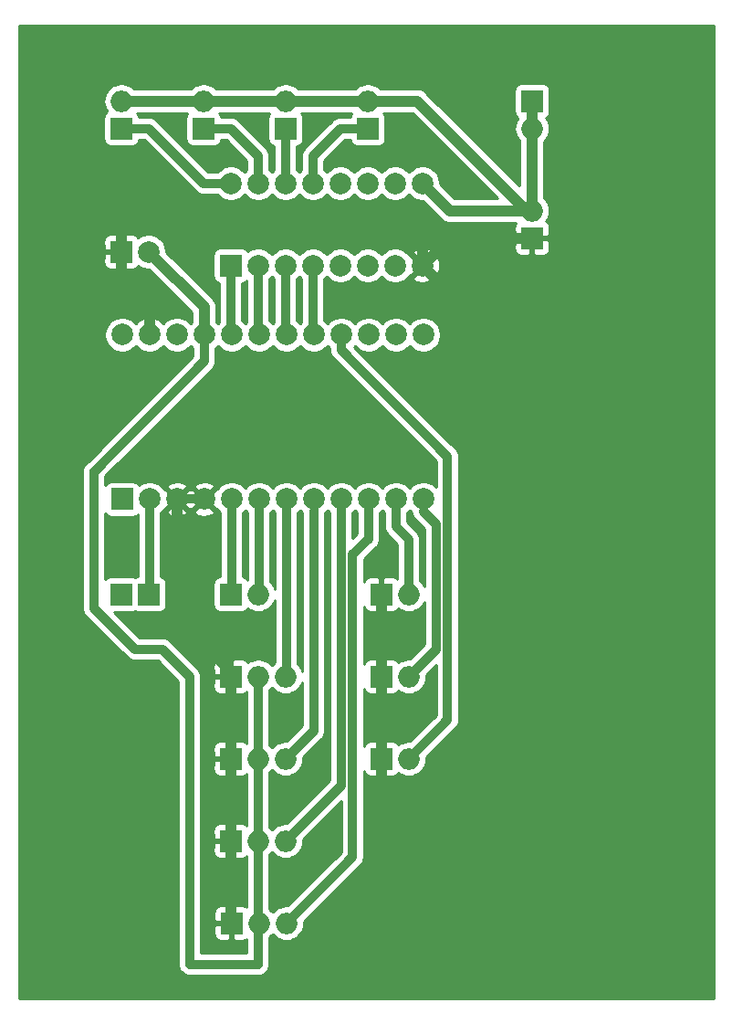
<source format=gbr>
%TF.GenerationSoftware,KiCad,Pcbnew,(5.1.4)-1*%
%TF.CreationDate,2019-11-27T14:19:05+02:00*%
%TF.ProjectId,DIVA_promicro,44495641-5f70-4726-9f6d-6963726f2e6b,rev?*%
%TF.SameCoordinates,Original*%
%TF.FileFunction,Copper,L2,Bot*%
%TF.FilePolarity,Positive*%
%FSLAX46Y46*%
G04 Gerber Fmt 4.6, Leading zero omitted, Abs format (unit mm)*
G04 Created by KiCad (PCBNEW (5.1.4)-1) date 2019-11-27 14:19:05*
%MOMM*%
%LPD*%
G04 APERTURE LIST*
%ADD10R,2.000000X2.000000*%
%ADD11C,2.000000*%
%ADD12O,2.000000X2.000000*%
%ADD13C,0.850000*%
%ADD14C,1.000000*%
%ADD15C,0.750000*%
%ADD16C,0.254000*%
G04 APERTURE END LIST*
D10*
X111770000Y-83820000D03*
X114300000Y-83820000D03*
X111835001Y-75005001D03*
D11*
X114375001Y-75005001D03*
X116915001Y-75005001D03*
X119455001Y-75005001D03*
X121995001Y-75005001D03*
X124535001Y-75005001D03*
X127075001Y-75005001D03*
X129615001Y-75005001D03*
X132155001Y-75005001D03*
X134695001Y-75005001D03*
X137235001Y-75005001D03*
X139775001Y-75005001D03*
X139775001Y-59765001D03*
X137235001Y-59765001D03*
X134695001Y-59765001D03*
X132155001Y-59765001D03*
X129615001Y-59765001D03*
X127075001Y-59765001D03*
X124535001Y-59765001D03*
X121995001Y-59765001D03*
X119455001Y-59765001D03*
X116915001Y-59765001D03*
X114375001Y-59765001D03*
X111835001Y-59765001D03*
D10*
X135890000Y-99060000D03*
D12*
X138430000Y-99060000D03*
X127080000Y-114300000D03*
X124540000Y-114300000D03*
D10*
X122000000Y-114300000D03*
X121920000Y-106680000D03*
D12*
X124460000Y-106680000D03*
X127000000Y-106680000D03*
X127000000Y-99060000D03*
X124460000Y-99060000D03*
D10*
X121920000Y-99060000D03*
X135890000Y-91440000D03*
D12*
X138430000Y-91440000D03*
D10*
X121920000Y-91440000D03*
D12*
X124460000Y-91440000D03*
X127000000Y-91440000D03*
X138430000Y-83820000D03*
D10*
X135890000Y-83820000D03*
D12*
X124460000Y-83820000D03*
D10*
X121920000Y-83820000D03*
X111760000Y-52070000D03*
D11*
X114300000Y-52070000D03*
D12*
X111760000Y-38100000D03*
D10*
X111760000Y-40640000D03*
X119380000Y-40640000D03*
D12*
X119380000Y-38100000D03*
X127000000Y-38100000D03*
D10*
X127000000Y-40640000D03*
X134620000Y-40640000D03*
D12*
X134620000Y-38100000D03*
D10*
X149860000Y-38100000D03*
D12*
X149860000Y-40640000D03*
X149860000Y-48260000D03*
D10*
X149860000Y-50800000D03*
X121920000Y-53340000D03*
D11*
X139700000Y-45720000D03*
X124460000Y-53340000D03*
X137160000Y-45720000D03*
X127000000Y-53340000D03*
X134620000Y-45720000D03*
X129540000Y-53340000D03*
X132080000Y-45720000D03*
X132080000Y-53340000D03*
X129540000Y-45720000D03*
X134620000Y-53340000D03*
X127000000Y-45720000D03*
X137160000Y-53340000D03*
X124460000Y-45720000D03*
X139700000Y-53340000D03*
X121920000Y-45720000D03*
D13*
X134695001Y-78664999D02*
X134695001Y-75005001D01*
X133205011Y-80154989D02*
X134695001Y-78664999D01*
X127080000Y-114300000D02*
X133205011Y-108174989D01*
X133205011Y-108174989D02*
X133205011Y-80154989D01*
X114300000Y-52520000D02*
X114300000Y-52070000D01*
X124460000Y-118110000D02*
X124460000Y-116840000D01*
X118110000Y-118110000D02*
X124460000Y-118110000D01*
X124460000Y-116840000D02*
X124460000Y-91440000D01*
X109220000Y-85090000D02*
X113030000Y-88900000D01*
X113030000Y-88900000D02*
X115570000Y-88900000D01*
X115570000Y-88900000D02*
X118110000Y-91440000D01*
X118110000Y-91440000D02*
X118110000Y-118110000D01*
X109220000Y-72390000D02*
X109220000Y-85090000D01*
X109280002Y-72390000D02*
X109220000Y-72390000D01*
X119455001Y-62215001D02*
X109280002Y-72390000D01*
X119455001Y-59765001D02*
X119455001Y-62215001D01*
D14*
X119455001Y-57225001D02*
X114300000Y-52070000D01*
X119455001Y-59765001D02*
X119455001Y-57225001D01*
D13*
X116915001Y-75005001D02*
X119455001Y-75005001D01*
D14*
X121920000Y-90990000D02*
X121920000Y-91440000D01*
X116915001Y-85985001D02*
X121920000Y-90990000D01*
X116915001Y-75005001D02*
X116915001Y-85985001D01*
X121920000Y-114220000D02*
X122000000Y-114300000D01*
X121920000Y-91440000D02*
X121920000Y-114220000D01*
X139700000Y-53340000D02*
X142240000Y-50800000D01*
X142240000Y-50800000D02*
X149860000Y-50800000D01*
X143510000Y-57150000D02*
X139700000Y-53340000D01*
X143510000Y-101600000D02*
X143510000Y-57150000D01*
X140970000Y-104140000D02*
X143510000Y-101600000D01*
X137160000Y-104140000D02*
X140970000Y-104140000D01*
X135890000Y-83820000D02*
X135890000Y-102870000D01*
X135890000Y-102870000D02*
X137160000Y-104140000D01*
X111760000Y-50070000D02*
X111760000Y-52070000D01*
X112300000Y-49530000D02*
X111760000Y-50070000D01*
X139700000Y-49530000D02*
X112300000Y-49530000D01*
X139700000Y-53340000D02*
X139700000Y-49530000D01*
X111760000Y-52070000D02*
X111760000Y-55510000D01*
X114375001Y-58125001D02*
X114375001Y-59765001D01*
X111760000Y-55510000D02*
X114375001Y-58125001D01*
D15*
X139775001Y-75005001D02*
X139775001Y-76136371D01*
D13*
X139775001Y-76136371D02*
X140970000Y-77331370D01*
X140970000Y-88900000D02*
X138430000Y-91440000D01*
X140970000Y-77331370D02*
X140970000Y-88900000D01*
X137235001Y-75005001D02*
X137235001Y-77545001D01*
X138430000Y-78740000D02*
X138430000Y-81280000D01*
X137235001Y-77545001D02*
X138430000Y-78740000D01*
X138430000Y-81280000D02*
X138430000Y-83820000D01*
X114375001Y-75005001D02*
X114375001Y-83744999D01*
X114375001Y-83744999D02*
X114300000Y-83820000D01*
X124535001Y-83744999D02*
X124460000Y-83820000D01*
X124535001Y-75005001D02*
X124535001Y-83744999D01*
X121995001Y-83744999D02*
X121920000Y-83820000D01*
X121995001Y-75005001D02*
X121995001Y-83744999D01*
D14*
X149860000Y-48260000D02*
X142240000Y-48260000D01*
X142240000Y-48260000D02*
X139700000Y-45720000D01*
X149860000Y-48260000D02*
X149860000Y-38100000D01*
X149410000Y-48260000D02*
X139250000Y-38100000D01*
X149860000Y-48260000D02*
X149410000Y-48260000D01*
X139250000Y-38100000D02*
X111760000Y-38100000D01*
D13*
X111760000Y-40640000D02*
X114300000Y-40640000D01*
X119380000Y-45720000D02*
X121920000Y-45720000D01*
X114300000Y-40640000D02*
X119380000Y-45720000D01*
X129540000Y-59690000D02*
X129615001Y-59765001D01*
X129540000Y-53340000D02*
X129540000Y-59690000D01*
X127000000Y-59690000D02*
X127075001Y-59765001D01*
X127000000Y-53340000D02*
X127000000Y-59690000D01*
X124460000Y-59690000D02*
X124535001Y-59765001D01*
X124460000Y-53340000D02*
X124460000Y-59690000D01*
X121920000Y-59690000D02*
X121995001Y-59765001D01*
X121920000Y-53340000D02*
X121920000Y-59690000D01*
X142020010Y-95469990D02*
X138430000Y-99060000D01*
X142020010Y-71044223D02*
X142020010Y-95469990D01*
X132155001Y-61179214D02*
X142020010Y-71044223D01*
X132155001Y-59765001D02*
X132155001Y-61179214D01*
X132155001Y-101524999D02*
X127000000Y-106680000D01*
X132155001Y-75005001D02*
X132155001Y-101524999D01*
D15*
X129615001Y-76136371D02*
X129540000Y-76211372D01*
X129615001Y-75005001D02*
X129615001Y-76136371D01*
D13*
X129615001Y-96444999D02*
X127000000Y-99060000D01*
X129615001Y-76136371D02*
X129615001Y-96444999D01*
X127075001Y-91364999D02*
X127000000Y-91440000D01*
X127075001Y-75005001D02*
X127075001Y-91364999D01*
X119380000Y-40640000D02*
X121920000Y-40640000D01*
X124460000Y-43180000D02*
X124460000Y-45720000D01*
X121920000Y-40640000D02*
X124460000Y-43180000D01*
X127000000Y-40640000D02*
X127000000Y-45720000D01*
X134620000Y-40640000D02*
X132080000Y-40640000D01*
X129540000Y-43180000D02*
X129540000Y-45720000D01*
X132080000Y-40640000D02*
X129540000Y-43180000D01*
D16*
G36*
X166690001Y-121264950D02*
G01*
X102260000Y-121260051D01*
X102260000Y-72390000D01*
X108154872Y-72390000D01*
X108160000Y-72442066D01*
X108160001Y-85037934D01*
X108154873Y-85090000D01*
X108175339Y-85297796D01*
X108235950Y-85497606D01*
X108235951Y-85497607D01*
X108334379Y-85681753D01*
X108466842Y-85843159D01*
X108507284Y-85876349D01*
X112243650Y-89612716D01*
X112276841Y-89653159D01*
X112438247Y-89785622D01*
X112518760Y-89828657D01*
X112622393Y-89884050D01*
X112822203Y-89944662D01*
X112840319Y-89946446D01*
X112977934Y-89960000D01*
X112977942Y-89960000D01*
X113030000Y-89965127D01*
X113082058Y-89960000D01*
X115130935Y-89960000D01*
X117050000Y-91879067D01*
X117050001Y-118057924D01*
X117044872Y-118110000D01*
X117065338Y-118317796D01*
X117125950Y-118517607D01*
X117224378Y-118701753D01*
X117356841Y-118863159D01*
X117518247Y-118995622D01*
X117702393Y-119094050D01*
X117902204Y-119154662D01*
X118057934Y-119170000D01*
X118110000Y-119175128D01*
X118162066Y-119170000D01*
X124407934Y-119170000D01*
X124460000Y-119175128D01*
X124512066Y-119170000D01*
X124667796Y-119154662D01*
X124867607Y-119094050D01*
X125051753Y-118995622D01*
X125213159Y-118863159D01*
X125345622Y-118701753D01*
X125444050Y-118517607D01*
X125504662Y-118317796D01*
X125525128Y-118110000D01*
X125520000Y-118057934D01*
X125520000Y-115610842D01*
X125701714Y-115461714D01*
X125810000Y-115329767D01*
X125918286Y-115461714D01*
X126167248Y-115666031D01*
X126451285Y-115817852D01*
X126759484Y-115911343D01*
X126999678Y-115935000D01*
X127160322Y-115935000D01*
X127400516Y-115911343D01*
X127708715Y-115817852D01*
X127992752Y-115666031D01*
X128241714Y-115461714D01*
X128446031Y-115212752D01*
X128597852Y-114928715D01*
X128691343Y-114620516D01*
X128722911Y-114300000D01*
X128710014Y-114169051D01*
X133917728Y-108961338D01*
X133958170Y-108928148D01*
X134090633Y-108766742D01*
X134189061Y-108582596D01*
X134249673Y-108382785D01*
X134265011Y-108227055D01*
X134265011Y-108227047D01*
X134270138Y-108174989D01*
X134265011Y-108122931D01*
X134265011Y-100187195D01*
X134300498Y-100304180D01*
X134359463Y-100414494D01*
X134438815Y-100511185D01*
X134535506Y-100590537D01*
X134645820Y-100649502D01*
X134765518Y-100685812D01*
X134890000Y-100698072D01*
X135604250Y-100695000D01*
X135763000Y-100536250D01*
X135763000Y-99187000D01*
X135743000Y-99187000D01*
X135743000Y-98933000D01*
X135763000Y-98933000D01*
X135763000Y-97583750D01*
X135604250Y-97425000D01*
X134890000Y-97421928D01*
X134765518Y-97434188D01*
X134645820Y-97470498D01*
X134535506Y-97529463D01*
X134438815Y-97608815D01*
X134359463Y-97705506D01*
X134300498Y-97815820D01*
X134265011Y-97932805D01*
X134265011Y-92567195D01*
X134300498Y-92684180D01*
X134359463Y-92794494D01*
X134438815Y-92891185D01*
X134535506Y-92970537D01*
X134645820Y-93029502D01*
X134765518Y-93065812D01*
X134890000Y-93078072D01*
X135604250Y-93075000D01*
X135763000Y-92916250D01*
X135763000Y-91567000D01*
X135743000Y-91567000D01*
X135743000Y-91313000D01*
X135763000Y-91313000D01*
X135763000Y-89963750D01*
X135604250Y-89805000D01*
X134890000Y-89801928D01*
X134765518Y-89814188D01*
X134645820Y-89850498D01*
X134535506Y-89909463D01*
X134438815Y-89988815D01*
X134359463Y-90085506D01*
X134300498Y-90195820D01*
X134265011Y-90312805D01*
X134265011Y-84947195D01*
X134300498Y-85064180D01*
X134359463Y-85174494D01*
X134438815Y-85271185D01*
X134535506Y-85350537D01*
X134645820Y-85409502D01*
X134765518Y-85445812D01*
X134890000Y-85458072D01*
X135604250Y-85455000D01*
X135763000Y-85296250D01*
X135763000Y-83947000D01*
X135743000Y-83947000D01*
X135743000Y-83693000D01*
X135763000Y-83693000D01*
X135763000Y-82343750D01*
X135604250Y-82185000D01*
X134890000Y-82181928D01*
X134765518Y-82194188D01*
X134645820Y-82230498D01*
X134535506Y-82289463D01*
X134438815Y-82368815D01*
X134359463Y-82465506D01*
X134300498Y-82575820D01*
X134265011Y-82692805D01*
X134265011Y-80594054D01*
X135407723Y-79451344D01*
X135448160Y-79418158D01*
X135481346Y-79377721D01*
X135481350Y-79377717D01*
X135580622Y-79256753D01*
X135679051Y-79072606D01*
X135679051Y-79072605D01*
X135739663Y-78872795D01*
X135755001Y-78717065D01*
X135755001Y-78717056D01*
X135760128Y-78665000D01*
X135755001Y-78612944D01*
X135755001Y-76257240D01*
X135964988Y-76047253D01*
X135965001Y-76047234D01*
X135965014Y-76047253D01*
X136175001Y-76257240D01*
X136175002Y-77492936D01*
X136169874Y-77545001D01*
X136190340Y-77752797D01*
X136250951Y-77952607D01*
X136315434Y-78073246D01*
X136349380Y-78136754D01*
X136481843Y-78298160D01*
X136522285Y-78331350D01*
X137370000Y-79179066D01*
X137370001Y-81227925D01*
X137370000Y-81227935D01*
X137370000Y-82403927D01*
X137341185Y-82368815D01*
X137244494Y-82289463D01*
X137134180Y-82230498D01*
X137014482Y-82194188D01*
X136890000Y-82181928D01*
X136175750Y-82185000D01*
X136017000Y-82343750D01*
X136017000Y-83693000D01*
X136037000Y-83693000D01*
X136037000Y-83947000D01*
X136017000Y-83947000D01*
X136017000Y-85296250D01*
X136175750Y-85455000D01*
X136890000Y-85458072D01*
X137014482Y-85445812D01*
X137134180Y-85409502D01*
X137244494Y-85350537D01*
X137341185Y-85271185D01*
X137420537Y-85174494D01*
X137445739Y-85127345D01*
X137517248Y-85186031D01*
X137801285Y-85337852D01*
X138109484Y-85431343D01*
X138349678Y-85455000D01*
X138510322Y-85455000D01*
X138750516Y-85431343D01*
X139058715Y-85337852D01*
X139342752Y-85186031D01*
X139591714Y-84981714D01*
X139796031Y-84732752D01*
X139910001Y-84519530D01*
X139910001Y-88460932D01*
X138560948Y-89809986D01*
X138510322Y-89805000D01*
X138349678Y-89805000D01*
X138109484Y-89828657D01*
X137801285Y-89922148D01*
X137517248Y-90073969D01*
X137445739Y-90132655D01*
X137420537Y-90085506D01*
X137341185Y-89988815D01*
X137244494Y-89909463D01*
X137134180Y-89850498D01*
X137014482Y-89814188D01*
X136890000Y-89801928D01*
X136175750Y-89805000D01*
X136017000Y-89963750D01*
X136017000Y-91313000D01*
X136037000Y-91313000D01*
X136037000Y-91567000D01*
X136017000Y-91567000D01*
X136017000Y-92916250D01*
X136175750Y-93075000D01*
X136890000Y-93078072D01*
X137014482Y-93065812D01*
X137134180Y-93029502D01*
X137244494Y-92970537D01*
X137341185Y-92891185D01*
X137420537Y-92794494D01*
X137445739Y-92747345D01*
X137517248Y-92806031D01*
X137801285Y-92957852D01*
X138109484Y-93051343D01*
X138349678Y-93075000D01*
X138510322Y-93075000D01*
X138750516Y-93051343D01*
X139058715Y-92957852D01*
X139342752Y-92806031D01*
X139591714Y-92601714D01*
X139796031Y-92352752D01*
X139947852Y-92068715D01*
X140041343Y-91760516D01*
X140072911Y-91440000D01*
X140060014Y-91309052D01*
X140960011Y-90409056D01*
X140960011Y-95030923D01*
X138560948Y-97429986D01*
X138510322Y-97425000D01*
X138349678Y-97425000D01*
X138109484Y-97448657D01*
X137801285Y-97542148D01*
X137517248Y-97693969D01*
X137445739Y-97752655D01*
X137420537Y-97705506D01*
X137341185Y-97608815D01*
X137244494Y-97529463D01*
X137134180Y-97470498D01*
X137014482Y-97434188D01*
X136890000Y-97421928D01*
X136175750Y-97425000D01*
X136017000Y-97583750D01*
X136017000Y-98933000D01*
X136037000Y-98933000D01*
X136037000Y-99187000D01*
X136017000Y-99187000D01*
X136017000Y-100536250D01*
X136175750Y-100695000D01*
X136890000Y-100698072D01*
X137014482Y-100685812D01*
X137134180Y-100649502D01*
X137244494Y-100590537D01*
X137341185Y-100511185D01*
X137420537Y-100414494D01*
X137445739Y-100367345D01*
X137517248Y-100426031D01*
X137801285Y-100577852D01*
X138109484Y-100671343D01*
X138349678Y-100695000D01*
X138510322Y-100695000D01*
X138750516Y-100671343D01*
X139058715Y-100577852D01*
X139342752Y-100426031D01*
X139591714Y-100221714D01*
X139796031Y-99972752D01*
X139947852Y-99688715D01*
X140041343Y-99380516D01*
X140072911Y-99060000D01*
X140060014Y-98929052D01*
X142732727Y-96256339D01*
X142773169Y-96223149D01*
X142905632Y-96061743D01*
X143004060Y-95877597D01*
X143064672Y-95677786D01*
X143080010Y-95522056D01*
X143080010Y-95522048D01*
X143085137Y-95469990D01*
X143080010Y-95417932D01*
X143080010Y-71096289D01*
X143085138Y-71044223D01*
X143064672Y-70836426D01*
X143004060Y-70636616D01*
X142905631Y-70452469D01*
X142806359Y-70331506D01*
X142773169Y-70291064D01*
X142732727Y-70257874D01*
X133353547Y-60878694D01*
X133424988Y-60807253D01*
X133425001Y-60807234D01*
X133425014Y-60807253D01*
X133652749Y-61034988D01*
X133920538Y-61213919D01*
X134218089Y-61337169D01*
X134533968Y-61400001D01*
X134856034Y-61400001D01*
X135171913Y-61337169D01*
X135469464Y-61213919D01*
X135737253Y-61034988D01*
X135964988Y-60807253D01*
X135965001Y-60807234D01*
X135965014Y-60807253D01*
X136192749Y-61034988D01*
X136460538Y-61213919D01*
X136758089Y-61337169D01*
X137073968Y-61400001D01*
X137396034Y-61400001D01*
X137711913Y-61337169D01*
X138009464Y-61213919D01*
X138277253Y-61034988D01*
X138504988Y-60807253D01*
X138505001Y-60807234D01*
X138505014Y-60807253D01*
X138732749Y-61034988D01*
X139000538Y-61213919D01*
X139298089Y-61337169D01*
X139613968Y-61400001D01*
X139936034Y-61400001D01*
X140251913Y-61337169D01*
X140549464Y-61213919D01*
X140817253Y-61034988D01*
X141044988Y-60807253D01*
X141223919Y-60539464D01*
X141347169Y-60241913D01*
X141410001Y-59926034D01*
X141410001Y-59603968D01*
X141347169Y-59288089D01*
X141223919Y-58990538D01*
X141044988Y-58722749D01*
X140817253Y-58495014D01*
X140549464Y-58316083D01*
X140251913Y-58192833D01*
X139936034Y-58130001D01*
X139613968Y-58130001D01*
X139298089Y-58192833D01*
X139000538Y-58316083D01*
X138732749Y-58495014D01*
X138505014Y-58722749D01*
X138505001Y-58722768D01*
X138504988Y-58722749D01*
X138277253Y-58495014D01*
X138009464Y-58316083D01*
X137711913Y-58192833D01*
X137396034Y-58130001D01*
X137073968Y-58130001D01*
X136758089Y-58192833D01*
X136460538Y-58316083D01*
X136192749Y-58495014D01*
X135965014Y-58722749D01*
X135965001Y-58722768D01*
X135964988Y-58722749D01*
X135737253Y-58495014D01*
X135469464Y-58316083D01*
X135171913Y-58192833D01*
X134856034Y-58130001D01*
X134533968Y-58130001D01*
X134218089Y-58192833D01*
X133920538Y-58316083D01*
X133652749Y-58495014D01*
X133425014Y-58722749D01*
X133425001Y-58722768D01*
X133424988Y-58722749D01*
X133197253Y-58495014D01*
X132929464Y-58316083D01*
X132631913Y-58192833D01*
X132316034Y-58130001D01*
X131993968Y-58130001D01*
X131678089Y-58192833D01*
X131380538Y-58316083D01*
X131112749Y-58495014D01*
X130885014Y-58722749D01*
X130885001Y-58722768D01*
X130884988Y-58722749D01*
X130657253Y-58495014D01*
X130600000Y-58456759D01*
X130600000Y-54592239D01*
X130809987Y-54382252D01*
X130810000Y-54382233D01*
X130810013Y-54382252D01*
X131037748Y-54609987D01*
X131305537Y-54788918D01*
X131603088Y-54912168D01*
X131918967Y-54975000D01*
X132241033Y-54975000D01*
X132556912Y-54912168D01*
X132854463Y-54788918D01*
X133122252Y-54609987D01*
X133349987Y-54382252D01*
X133350000Y-54382233D01*
X133350013Y-54382252D01*
X133577748Y-54609987D01*
X133845537Y-54788918D01*
X134143088Y-54912168D01*
X134458967Y-54975000D01*
X134781033Y-54975000D01*
X135096912Y-54912168D01*
X135394463Y-54788918D01*
X135662252Y-54609987D01*
X135889987Y-54382252D01*
X135890000Y-54382233D01*
X135890013Y-54382252D01*
X136117748Y-54609987D01*
X136385537Y-54788918D01*
X136683088Y-54912168D01*
X136998967Y-54975000D01*
X137321033Y-54975000D01*
X137636912Y-54912168D01*
X137934463Y-54788918D01*
X138202252Y-54609987D01*
X138336826Y-54475413D01*
X138744192Y-54475413D01*
X138839956Y-54739814D01*
X139129571Y-54880704D01*
X139441108Y-54962384D01*
X139762595Y-54981718D01*
X140081675Y-54937961D01*
X140386088Y-54832795D01*
X140560044Y-54739814D01*
X140655808Y-54475413D01*
X139700000Y-53519605D01*
X138744192Y-54475413D01*
X138336826Y-54475413D01*
X138429987Y-54382252D01*
X138502720Y-54273400D01*
X138564587Y-54295808D01*
X139520395Y-53340000D01*
X139879605Y-53340000D01*
X140835413Y-54295808D01*
X141099814Y-54200044D01*
X141240704Y-53910429D01*
X141322384Y-53598892D01*
X141341718Y-53277405D01*
X141297961Y-52958325D01*
X141192795Y-52653912D01*
X141099814Y-52479956D01*
X140835413Y-52384192D01*
X139879605Y-53340000D01*
X139520395Y-53340000D01*
X138564587Y-52384192D01*
X138502720Y-52406600D01*
X138429987Y-52297748D01*
X138336826Y-52204587D01*
X138744192Y-52204587D01*
X139700000Y-53160395D01*
X140655808Y-52204587D01*
X140560044Y-51940186D01*
X140271877Y-51800000D01*
X148221928Y-51800000D01*
X148234188Y-51924482D01*
X148270498Y-52044180D01*
X148329463Y-52154494D01*
X148408815Y-52251185D01*
X148505506Y-52330537D01*
X148615820Y-52389502D01*
X148735518Y-52425812D01*
X148860000Y-52438072D01*
X149574250Y-52435000D01*
X149733000Y-52276250D01*
X149733000Y-50927000D01*
X149987000Y-50927000D01*
X149987000Y-52276250D01*
X150145750Y-52435000D01*
X150860000Y-52438072D01*
X150984482Y-52425812D01*
X151104180Y-52389502D01*
X151214494Y-52330537D01*
X151311185Y-52251185D01*
X151390537Y-52154494D01*
X151449502Y-52044180D01*
X151485812Y-51924482D01*
X151498072Y-51800000D01*
X151495000Y-51085750D01*
X151336250Y-50927000D01*
X149987000Y-50927000D01*
X149733000Y-50927000D01*
X148383750Y-50927000D01*
X148225000Y-51085750D01*
X148221928Y-51800000D01*
X140271877Y-51800000D01*
X140270429Y-51799296D01*
X139958892Y-51717616D01*
X139637405Y-51698282D01*
X139318325Y-51742039D01*
X139013912Y-51847205D01*
X138839956Y-51940186D01*
X138744192Y-52204587D01*
X138336826Y-52204587D01*
X138202252Y-52070013D01*
X137934463Y-51891082D01*
X137636912Y-51767832D01*
X137321033Y-51705000D01*
X136998967Y-51705000D01*
X136683088Y-51767832D01*
X136385537Y-51891082D01*
X136117748Y-52070013D01*
X135890013Y-52297748D01*
X135890000Y-52297767D01*
X135889987Y-52297748D01*
X135662252Y-52070013D01*
X135394463Y-51891082D01*
X135096912Y-51767832D01*
X134781033Y-51705000D01*
X134458967Y-51705000D01*
X134143088Y-51767832D01*
X133845537Y-51891082D01*
X133577748Y-52070013D01*
X133350013Y-52297748D01*
X133350000Y-52297767D01*
X133349987Y-52297748D01*
X133122252Y-52070013D01*
X132854463Y-51891082D01*
X132556912Y-51767832D01*
X132241033Y-51705000D01*
X131918967Y-51705000D01*
X131603088Y-51767832D01*
X131305537Y-51891082D01*
X131037748Y-52070013D01*
X130810013Y-52297748D01*
X130810000Y-52297767D01*
X130809987Y-52297748D01*
X130582252Y-52070013D01*
X130314463Y-51891082D01*
X130016912Y-51767832D01*
X129701033Y-51705000D01*
X129378967Y-51705000D01*
X129063088Y-51767832D01*
X128765537Y-51891082D01*
X128497748Y-52070013D01*
X128270013Y-52297748D01*
X128270000Y-52297767D01*
X128269987Y-52297748D01*
X128042252Y-52070013D01*
X127774463Y-51891082D01*
X127476912Y-51767832D01*
X127161033Y-51705000D01*
X126838967Y-51705000D01*
X126523088Y-51767832D01*
X126225537Y-51891082D01*
X125957748Y-52070013D01*
X125730013Y-52297748D01*
X125730000Y-52297767D01*
X125729987Y-52297748D01*
X125502252Y-52070013D01*
X125234463Y-51891082D01*
X124936912Y-51767832D01*
X124621033Y-51705000D01*
X124298967Y-51705000D01*
X123983088Y-51767832D01*
X123685537Y-51891082D01*
X123475191Y-52031630D01*
X123450537Y-51985506D01*
X123371185Y-51888815D01*
X123274494Y-51809463D01*
X123164180Y-51750498D01*
X123044482Y-51714188D01*
X122920000Y-51701928D01*
X120920000Y-51701928D01*
X120795518Y-51714188D01*
X120675820Y-51750498D01*
X120565506Y-51809463D01*
X120468815Y-51888815D01*
X120389463Y-51985506D01*
X120330498Y-52095820D01*
X120294188Y-52215518D01*
X120281928Y-52340000D01*
X120281928Y-54340000D01*
X120294188Y-54464482D01*
X120330498Y-54584180D01*
X120389463Y-54694494D01*
X120468815Y-54791185D01*
X120565506Y-54870537D01*
X120675820Y-54929502D01*
X120795518Y-54965812D01*
X120860000Y-54972163D01*
X120860001Y-58587762D01*
X120725014Y-58722749D01*
X120725001Y-58722768D01*
X120724988Y-58722749D01*
X120590001Y-58587762D01*
X120590001Y-57280742D01*
X120595491Y-57225000D01*
X120590001Y-57169258D01*
X120590001Y-57169249D01*
X120573578Y-57002502D01*
X120508677Y-56788554D01*
X120403285Y-56591378D01*
X120261450Y-56418552D01*
X120218142Y-56383010D01*
X115935000Y-52099869D01*
X115935000Y-51908967D01*
X115872168Y-51593088D01*
X115748918Y-51295537D01*
X115569987Y-51027748D01*
X115342252Y-50800013D01*
X115074463Y-50621082D01*
X114776912Y-50497832D01*
X114461033Y-50435000D01*
X114138967Y-50435000D01*
X113823088Y-50497832D01*
X113525537Y-50621082D01*
X113315191Y-50761630D01*
X113290537Y-50715506D01*
X113211185Y-50618815D01*
X113114494Y-50539463D01*
X113004180Y-50480498D01*
X112884482Y-50444188D01*
X112760000Y-50431928D01*
X112045750Y-50435000D01*
X111887000Y-50593750D01*
X111887000Y-51943000D01*
X111907000Y-51943000D01*
X111907000Y-52197000D01*
X111887000Y-52197000D01*
X111887000Y-53546250D01*
X112045750Y-53705000D01*
X112760000Y-53708072D01*
X112884482Y-53695812D01*
X113004180Y-53659502D01*
X113114494Y-53600537D01*
X113211185Y-53521185D01*
X113290537Y-53424494D01*
X113315191Y-53378370D01*
X113525537Y-53518918D01*
X113823088Y-53642168D01*
X114138967Y-53705000D01*
X114329869Y-53705000D01*
X118320002Y-57695134D01*
X118320001Y-58587762D01*
X118185014Y-58722749D01*
X118185001Y-58722768D01*
X118184988Y-58722749D01*
X117957253Y-58495014D01*
X117689464Y-58316083D01*
X117391913Y-58192833D01*
X117076034Y-58130001D01*
X116753968Y-58130001D01*
X116438089Y-58192833D01*
X116140538Y-58316083D01*
X115872749Y-58495014D01*
X115645014Y-58722749D01*
X115645001Y-58722768D01*
X115644988Y-58722749D01*
X115417253Y-58495014D01*
X115149464Y-58316083D01*
X114851913Y-58192833D01*
X114536034Y-58130001D01*
X114213968Y-58130001D01*
X113898089Y-58192833D01*
X113600538Y-58316083D01*
X113332749Y-58495014D01*
X113105014Y-58722749D01*
X113105001Y-58722768D01*
X113104988Y-58722749D01*
X112877253Y-58495014D01*
X112609464Y-58316083D01*
X112311913Y-58192833D01*
X111996034Y-58130001D01*
X111673968Y-58130001D01*
X111358089Y-58192833D01*
X111060538Y-58316083D01*
X110792749Y-58495014D01*
X110565014Y-58722749D01*
X110386083Y-58990538D01*
X110262833Y-59288089D01*
X110200001Y-59603968D01*
X110200001Y-59926034D01*
X110262833Y-60241913D01*
X110386083Y-60539464D01*
X110565014Y-60807253D01*
X110792749Y-61034988D01*
X111060538Y-61213919D01*
X111358089Y-61337169D01*
X111673968Y-61400001D01*
X111996034Y-61400001D01*
X112311913Y-61337169D01*
X112609464Y-61213919D01*
X112877253Y-61034988D01*
X113104988Y-60807253D01*
X113105001Y-60807234D01*
X113105014Y-60807253D01*
X113332749Y-61034988D01*
X113600538Y-61213919D01*
X113898089Y-61337169D01*
X114213968Y-61400001D01*
X114536034Y-61400001D01*
X114851913Y-61337169D01*
X115149464Y-61213919D01*
X115417253Y-61034988D01*
X115644988Y-60807253D01*
X115645001Y-60807234D01*
X115645014Y-60807253D01*
X115872749Y-61034988D01*
X116140538Y-61213919D01*
X116438089Y-61337169D01*
X116753968Y-61400001D01*
X117076034Y-61400001D01*
X117391913Y-61337169D01*
X117689464Y-61213919D01*
X117957253Y-61034988D01*
X118184988Y-60807253D01*
X118185001Y-60807234D01*
X118185014Y-60807253D01*
X118395002Y-61017241D01*
X118395002Y-61775934D01*
X108710552Y-71460385D01*
X108628247Y-71504378D01*
X108466841Y-71636841D01*
X108334378Y-71798247D01*
X108235950Y-71982393D01*
X108175338Y-72182204D01*
X108154872Y-72390000D01*
X102260000Y-72390000D01*
X102260000Y-53070000D01*
X110121928Y-53070000D01*
X110134188Y-53194482D01*
X110170498Y-53314180D01*
X110229463Y-53424494D01*
X110308815Y-53521185D01*
X110405506Y-53600537D01*
X110515820Y-53659502D01*
X110635518Y-53695812D01*
X110760000Y-53708072D01*
X111474250Y-53705000D01*
X111633000Y-53546250D01*
X111633000Y-52197000D01*
X110283750Y-52197000D01*
X110125000Y-52355750D01*
X110121928Y-53070000D01*
X102260000Y-53070000D01*
X102260000Y-51070000D01*
X110121928Y-51070000D01*
X110125000Y-51784250D01*
X110283750Y-51943000D01*
X111633000Y-51943000D01*
X111633000Y-50593750D01*
X111474250Y-50435000D01*
X110760000Y-50431928D01*
X110635518Y-50444188D01*
X110515820Y-50480498D01*
X110405506Y-50539463D01*
X110308815Y-50618815D01*
X110229463Y-50715506D01*
X110170498Y-50825820D01*
X110134188Y-50945518D01*
X110121928Y-51070000D01*
X102260000Y-51070000D01*
X102260000Y-38100000D01*
X110117089Y-38100000D01*
X110148657Y-38420516D01*
X110242148Y-38728715D01*
X110393969Y-39012752D01*
X110452655Y-39084261D01*
X110405506Y-39109463D01*
X110308815Y-39188815D01*
X110229463Y-39285506D01*
X110170498Y-39395820D01*
X110134188Y-39515518D01*
X110121928Y-39640000D01*
X110121928Y-41640000D01*
X110134188Y-41764482D01*
X110170498Y-41884180D01*
X110229463Y-41994494D01*
X110308815Y-42091185D01*
X110405506Y-42170537D01*
X110515820Y-42229502D01*
X110635518Y-42265812D01*
X110760000Y-42278072D01*
X112760000Y-42278072D01*
X112884482Y-42265812D01*
X113004180Y-42229502D01*
X113114494Y-42170537D01*
X113211185Y-42091185D01*
X113290537Y-41994494D01*
X113349502Y-41884180D01*
X113385812Y-41764482D01*
X113392163Y-41700000D01*
X113860935Y-41700000D01*
X118593651Y-46432717D01*
X118626841Y-46473159D01*
X118788247Y-46605622D01*
X118972393Y-46704050D01*
X119172204Y-46764662D01*
X119327934Y-46780000D01*
X119327944Y-46780000D01*
X119380000Y-46785127D01*
X119432056Y-46780000D01*
X120667761Y-46780000D01*
X120877748Y-46989987D01*
X121145537Y-47168918D01*
X121443088Y-47292168D01*
X121758967Y-47355000D01*
X122081033Y-47355000D01*
X122396912Y-47292168D01*
X122694463Y-47168918D01*
X122962252Y-46989987D01*
X123189987Y-46762252D01*
X123190000Y-46762233D01*
X123190013Y-46762252D01*
X123417748Y-46989987D01*
X123685537Y-47168918D01*
X123983088Y-47292168D01*
X124298967Y-47355000D01*
X124621033Y-47355000D01*
X124936912Y-47292168D01*
X125234463Y-47168918D01*
X125502252Y-46989987D01*
X125729987Y-46762252D01*
X125730000Y-46762233D01*
X125730013Y-46762252D01*
X125957748Y-46989987D01*
X126225537Y-47168918D01*
X126523088Y-47292168D01*
X126838967Y-47355000D01*
X127161033Y-47355000D01*
X127476912Y-47292168D01*
X127774463Y-47168918D01*
X128042252Y-46989987D01*
X128269987Y-46762252D01*
X128270000Y-46762233D01*
X128270013Y-46762252D01*
X128497748Y-46989987D01*
X128765537Y-47168918D01*
X129063088Y-47292168D01*
X129378967Y-47355000D01*
X129701033Y-47355000D01*
X130016912Y-47292168D01*
X130314463Y-47168918D01*
X130582252Y-46989987D01*
X130809987Y-46762252D01*
X130810000Y-46762233D01*
X130810013Y-46762252D01*
X131037748Y-46989987D01*
X131305537Y-47168918D01*
X131603088Y-47292168D01*
X131918967Y-47355000D01*
X132241033Y-47355000D01*
X132556912Y-47292168D01*
X132854463Y-47168918D01*
X133122252Y-46989987D01*
X133349987Y-46762252D01*
X133350000Y-46762233D01*
X133350013Y-46762252D01*
X133577748Y-46989987D01*
X133845537Y-47168918D01*
X134143088Y-47292168D01*
X134458967Y-47355000D01*
X134781033Y-47355000D01*
X135096912Y-47292168D01*
X135394463Y-47168918D01*
X135662252Y-46989987D01*
X135889987Y-46762252D01*
X135890000Y-46762233D01*
X135890013Y-46762252D01*
X136117748Y-46989987D01*
X136385537Y-47168918D01*
X136683088Y-47292168D01*
X136998967Y-47355000D01*
X137321033Y-47355000D01*
X137636912Y-47292168D01*
X137934463Y-47168918D01*
X138202252Y-46989987D01*
X138429987Y-46762252D01*
X138430000Y-46762233D01*
X138430013Y-46762252D01*
X138657748Y-46989987D01*
X138925537Y-47168918D01*
X139223088Y-47292168D01*
X139538967Y-47355000D01*
X139729869Y-47355000D01*
X141398009Y-49023141D01*
X141433551Y-49066449D01*
X141606377Y-49208284D01*
X141803553Y-49313676D01*
X142017501Y-49378577D01*
X142184248Y-49395000D01*
X142184257Y-49395000D01*
X142239999Y-49400490D01*
X142295741Y-49395000D01*
X148370912Y-49395000D01*
X148329463Y-49445506D01*
X148270498Y-49555820D01*
X148234188Y-49675518D01*
X148221928Y-49800000D01*
X148225000Y-50514250D01*
X148383750Y-50673000D01*
X149733000Y-50673000D01*
X149733000Y-50653000D01*
X149987000Y-50653000D01*
X149987000Y-50673000D01*
X151336250Y-50673000D01*
X151495000Y-50514250D01*
X151498072Y-49800000D01*
X151485812Y-49675518D01*
X151449502Y-49555820D01*
X151390537Y-49445506D01*
X151311185Y-49348815D01*
X151214494Y-49269463D01*
X151167345Y-49244261D01*
X151226031Y-49172752D01*
X151377852Y-48888715D01*
X151471343Y-48580516D01*
X151502911Y-48260000D01*
X151471343Y-47939484D01*
X151377852Y-47631285D01*
X151226031Y-47347248D01*
X151021714Y-47098286D01*
X150995000Y-47076362D01*
X150995000Y-41823638D01*
X151021714Y-41801714D01*
X151226031Y-41552752D01*
X151377852Y-41268715D01*
X151471343Y-40960516D01*
X151502911Y-40640000D01*
X151471343Y-40319484D01*
X151377852Y-40011285D01*
X151226031Y-39727248D01*
X151167345Y-39655739D01*
X151214494Y-39630537D01*
X151311185Y-39551185D01*
X151390537Y-39454494D01*
X151449502Y-39344180D01*
X151485812Y-39224482D01*
X151498072Y-39100000D01*
X151498072Y-37100000D01*
X151485812Y-36975518D01*
X151449502Y-36855820D01*
X151390537Y-36745506D01*
X151311185Y-36648815D01*
X151214494Y-36569463D01*
X151104180Y-36510498D01*
X150984482Y-36474188D01*
X150860000Y-36461928D01*
X148860000Y-36461928D01*
X148735518Y-36474188D01*
X148615820Y-36510498D01*
X148505506Y-36569463D01*
X148408815Y-36648815D01*
X148329463Y-36745506D01*
X148270498Y-36855820D01*
X148234188Y-36975518D01*
X148221928Y-37100000D01*
X148221928Y-39100000D01*
X148234188Y-39224482D01*
X148270498Y-39344180D01*
X148329463Y-39454494D01*
X148408815Y-39551185D01*
X148505506Y-39630537D01*
X148552655Y-39655739D01*
X148493969Y-39727248D01*
X148342148Y-40011285D01*
X148248657Y-40319484D01*
X148217089Y-40640000D01*
X148248657Y-40960516D01*
X148342148Y-41268715D01*
X148493969Y-41552752D01*
X148698286Y-41801714D01*
X148725001Y-41823638D01*
X148725000Y-45969868D01*
X140091996Y-37336865D01*
X140056449Y-37293551D01*
X139883623Y-37151716D01*
X139686447Y-37046324D01*
X139472499Y-36981423D01*
X139305752Y-36965000D01*
X139305751Y-36965000D01*
X139250000Y-36959509D01*
X139194249Y-36965000D01*
X135803638Y-36965000D01*
X135781714Y-36938286D01*
X135532752Y-36733969D01*
X135248715Y-36582148D01*
X134940516Y-36488657D01*
X134700322Y-36465000D01*
X134539678Y-36465000D01*
X134299484Y-36488657D01*
X133991285Y-36582148D01*
X133707248Y-36733969D01*
X133458286Y-36938286D01*
X133436362Y-36965000D01*
X128183638Y-36965000D01*
X128161714Y-36938286D01*
X127912752Y-36733969D01*
X127628715Y-36582148D01*
X127320516Y-36488657D01*
X127080322Y-36465000D01*
X126919678Y-36465000D01*
X126679484Y-36488657D01*
X126371285Y-36582148D01*
X126087248Y-36733969D01*
X125838286Y-36938286D01*
X125816362Y-36965000D01*
X120563638Y-36965000D01*
X120541714Y-36938286D01*
X120292752Y-36733969D01*
X120008715Y-36582148D01*
X119700516Y-36488657D01*
X119460322Y-36465000D01*
X119299678Y-36465000D01*
X119059484Y-36488657D01*
X118751285Y-36582148D01*
X118467248Y-36733969D01*
X118218286Y-36938286D01*
X118196362Y-36965000D01*
X112943638Y-36965000D01*
X112921714Y-36938286D01*
X112672752Y-36733969D01*
X112388715Y-36582148D01*
X112080516Y-36488657D01*
X111840322Y-36465000D01*
X111679678Y-36465000D01*
X111439484Y-36488657D01*
X111131285Y-36582148D01*
X110847248Y-36733969D01*
X110598286Y-36938286D01*
X110393969Y-37187248D01*
X110242148Y-37471285D01*
X110148657Y-37779484D01*
X110117089Y-38100000D01*
X102260000Y-38100000D01*
X102260000Y-31140000D01*
X166690000Y-31140000D01*
X166690001Y-121264950D01*
X166690001Y-121264950D01*
G37*
X166690001Y-121264950D02*
X102260000Y-121260051D01*
X102260000Y-72390000D01*
X108154872Y-72390000D01*
X108160000Y-72442066D01*
X108160001Y-85037934D01*
X108154873Y-85090000D01*
X108175339Y-85297796D01*
X108235950Y-85497606D01*
X108235951Y-85497607D01*
X108334379Y-85681753D01*
X108466842Y-85843159D01*
X108507284Y-85876349D01*
X112243650Y-89612716D01*
X112276841Y-89653159D01*
X112438247Y-89785622D01*
X112518760Y-89828657D01*
X112622393Y-89884050D01*
X112822203Y-89944662D01*
X112840319Y-89946446D01*
X112977934Y-89960000D01*
X112977942Y-89960000D01*
X113030000Y-89965127D01*
X113082058Y-89960000D01*
X115130935Y-89960000D01*
X117050000Y-91879067D01*
X117050001Y-118057924D01*
X117044872Y-118110000D01*
X117065338Y-118317796D01*
X117125950Y-118517607D01*
X117224378Y-118701753D01*
X117356841Y-118863159D01*
X117518247Y-118995622D01*
X117702393Y-119094050D01*
X117902204Y-119154662D01*
X118057934Y-119170000D01*
X118110000Y-119175128D01*
X118162066Y-119170000D01*
X124407934Y-119170000D01*
X124460000Y-119175128D01*
X124512066Y-119170000D01*
X124667796Y-119154662D01*
X124867607Y-119094050D01*
X125051753Y-118995622D01*
X125213159Y-118863159D01*
X125345622Y-118701753D01*
X125444050Y-118517607D01*
X125504662Y-118317796D01*
X125525128Y-118110000D01*
X125520000Y-118057934D01*
X125520000Y-115610842D01*
X125701714Y-115461714D01*
X125810000Y-115329767D01*
X125918286Y-115461714D01*
X126167248Y-115666031D01*
X126451285Y-115817852D01*
X126759484Y-115911343D01*
X126999678Y-115935000D01*
X127160322Y-115935000D01*
X127400516Y-115911343D01*
X127708715Y-115817852D01*
X127992752Y-115666031D01*
X128241714Y-115461714D01*
X128446031Y-115212752D01*
X128597852Y-114928715D01*
X128691343Y-114620516D01*
X128722911Y-114300000D01*
X128710014Y-114169051D01*
X133917728Y-108961338D01*
X133958170Y-108928148D01*
X134090633Y-108766742D01*
X134189061Y-108582596D01*
X134249673Y-108382785D01*
X134265011Y-108227055D01*
X134265011Y-108227047D01*
X134270138Y-108174989D01*
X134265011Y-108122931D01*
X134265011Y-100187195D01*
X134300498Y-100304180D01*
X134359463Y-100414494D01*
X134438815Y-100511185D01*
X134535506Y-100590537D01*
X134645820Y-100649502D01*
X134765518Y-100685812D01*
X134890000Y-100698072D01*
X135604250Y-100695000D01*
X135763000Y-100536250D01*
X135763000Y-99187000D01*
X135743000Y-99187000D01*
X135743000Y-98933000D01*
X135763000Y-98933000D01*
X135763000Y-97583750D01*
X135604250Y-97425000D01*
X134890000Y-97421928D01*
X134765518Y-97434188D01*
X134645820Y-97470498D01*
X134535506Y-97529463D01*
X134438815Y-97608815D01*
X134359463Y-97705506D01*
X134300498Y-97815820D01*
X134265011Y-97932805D01*
X134265011Y-92567195D01*
X134300498Y-92684180D01*
X134359463Y-92794494D01*
X134438815Y-92891185D01*
X134535506Y-92970537D01*
X134645820Y-93029502D01*
X134765518Y-93065812D01*
X134890000Y-93078072D01*
X135604250Y-93075000D01*
X135763000Y-92916250D01*
X135763000Y-91567000D01*
X135743000Y-91567000D01*
X135743000Y-91313000D01*
X135763000Y-91313000D01*
X135763000Y-89963750D01*
X135604250Y-89805000D01*
X134890000Y-89801928D01*
X134765518Y-89814188D01*
X134645820Y-89850498D01*
X134535506Y-89909463D01*
X134438815Y-89988815D01*
X134359463Y-90085506D01*
X134300498Y-90195820D01*
X134265011Y-90312805D01*
X134265011Y-84947195D01*
X134300498Y-85064180D01*
X134359463Y-85174494D01*
X134438815Y-85271185D01*
X134535506Y-85350537D01*
X134645820Y-85409502D01*
X134765518Y-85445812D01*
X134890000Y-85458072D01*
X135604250Y-85455000D01*
X135763000Y-85296250D01*
X135763000Y-83947000D01*
X135743000Y-83947000D01*
X135743000Y-83693000D01*
X135763000Y-83693000D01*
X135763000Y-82343750D01*
X135604250Y-82185000D01*
X134890000Y-82181928D01*
X134765518Y-82194188D01*
X134645820Y-82230498D01*
X134535506Y-82289463D01*
X134438815Y-82368815D01*
X134359463Y-82465506D01*
X134300498Y-82575820D01*
X134265011Y-82692805D01*
X134265011Y-80594054D01*
X135407723Y-79451344D01*
X135448160Y-79418158D01*
X135481346Y-79377721D01*
X135481350Y-79377717D01*
X135580622Y-79256753D01*
X135679051Y-79072606D01*
X135679051Y-79072605D01*
X135739663Y-78872795D01*
X135755001Y-78717065D01*
X135755001Y-78717056D01*
X135760128Y-78665000D01*
X135755001Y-78612944D01*
X135755001Y-76257240D01*
X135964988Y-76047253D01*
X135965001Y-76047234D01*
X135965014Y-76047253D01*
X136175001Y-76257240D01*
X136175002Y-77492936D01*
X136169874Y-77545001D01*
X136190340Y-77752797D01*
X136250951Y-77952607D01*
X136315434Y-78073246D01*
X136349380Y-78136754D01*
X136481843Y-78298160D01*
X136522285Y-78331350D01*
X137370000Y-79179066D01*
X137370001Y-81227925D01*
X137370000Y-81227935D01*
X137370000Y-82403927D01*
X137341185Y-82368815D01*
X137244494Y-82289463D01*
X137134180Y-82230498D01*
X137014482Y-82194188D01*
X136890000Y-82181928D01*
X136175750Y-82185000D01*
X136017000Y-82343750D01*
X136017000Y-83693000D01*
X136037000Y-83693000D01*
X136037000Y-83947000D01*
X136017000Y-83947000D01*
X136017000Y-85296250D01*
X136175750Y-85455000D01*
X136890000Y-85458072D01*
X137014482Y-85445812D01*
X137134180Y-85409502D01*
X137244494Y-85350537D01*
X137341185Y-85271185D01*
X137420537Y-85174494D01*
X137445739Y-85127345D01*
X137517248Y-85186031D01*
X137801285Y-85337852D01*
X138109484Y-85431343D01*
X138349678Y-85455000D01*
X138510322Y-85455000D01*
X138750516Y-85431343D01*
X139058715Y-85337852D01*
X139342752Y-85186031D01*
X139591714Y-84981714D01*
X139796031Y-84732752D01*
X139910001Y-84519530D01*
X139910001Y-88460932D01*
X138560948Y-89809986D01*
X138510322Y-89805000D01*
X138349678Y-89805000D01*
X138109484Y-89828657D01*
X137801285Y-89922148D01*
X137517248Y-90073969D01*
X137445739Y-90132655D01*
X137420537Y-90085506D01*
X137341185Y-89988815D01*
X137244494Y-89909463D01*
X137134180Y-89850498D01*
X137014482Y-89814188D01*
X136890000Y-89801928D01*
X136175750Y-89805000D01*
X136017000Y-89963750D01*
X136017000Y-91313000D01*
X136037000Y-91313000D01*
X136037000Y-91567000D01*
X136017000Y-91567000D01*
X136017000Y-92916250D01*
X136175750Y-93075000D01*
X136890000Y-93078072D01*
X137014482Y-93065812D01*
X137134180Y-93029502D01*
X137244494Y-92970537D01*
X137341185Y-92891185D01*
X137420537Y-92794494D01*
X137445739Y-92747345D01*
X137517248Y-92806031D01*
X137801285Y-92957852D01*
X138109484Y-93051343D01*
X138349678Y-93075000D01*
X138510322Y-93075000D01*
X138750516Y-93051343D01*
X139058715Y-92957852D01*
X139342752Y-92806031D01*
X139591714Y-92601714D01*
X139796031Y-92352752D01*
X139947852Y-92068715D01*
X140041343Y-91760516D01*
X140072911Y-91440000D01*
X140060014Y-91309052D01*
X140960011Y-90409056D01*
X140960011Y-95030923D01*
X138560948Y-97429986D01*
X138510322Y-97425000D01*
X138349678Y-97425000D01*
X138109484Y-97448657D01*
X137801285Y-97542148D01*
X137517248Y-97693969D01*
X137445739Y-97752655D01*
X137420537Y-97705506D01*
X137341185Y-97608815D01*
X137244494Y-97529463D01*
X137134180Y-97470498D01*
X137014482Y-97434188D01*
X136890000Y-97421928D01*
X136175750Y-97425000D01*
X136017000Y-97583750D01*
X136017000Y-98933000D01*
X136037000Y-98933000D01*
X136037000Y-99187000D01*
X136017000Y-99187000D01*
X136017000Y-100536250D01*
X136175750Y-100695000D01*
X136890000Y-100698072D01*
X137014482Y-100685812D01*
X137134180Y-100649502D01*
X137244494Y-100590537D01*
X137341185Y-100511185D01*
X137420537Y-100414494D01*
X137445739Y-100367345D01*
X137517248Y-100426031D01*
X137801285Y-100577852D01*
X138109484Y-100671343D01*
X138349678Y-100695000D01*
X138510322Y-100695000D01*
X138750516Y-100671343D01*
X139058715Y-100577852D01*
X139342752Y-100426031D01*
X139591714Y-100221714D01*
X139796031Y-99972752D01*
X139947852Y-99688715D01*
X140041343Y-99380516D01*
X140072911Y-99060000D01*
X140060014Y-98929052D01*
X142732727Y-96256339D01*
X142773169Y-96223149D01*
X142905632Y-96061743D01*
X143004060Y-95877597D01*
X143064672Y-95677786D01*
X143080010Y-95522056D01*
X143080010Y-95522048D01*
X143085137Y-95469990D01*
X143080010Y-95417932D01*
X143080010Y-71096289D01*
X143085138Y-71044223D01*
X143064672Y-70836426D01*
X143004060Y-70636616D01*
X142905631Y-70452469D01*
X142806359Y-70331506D01*
X142773169Y-70291064D01*
X142732727Y-70257874D01*
X133353547Y-60878694D01*
X133424988Y-60807253D01*
X133425001Y-60807234D01*
X133425014Y-60807253D01*
X133652749Y-61034988D01*
X133920538Y-61213919D01*
X134218089Y-61337169D01*
X134533968Y-61400001D01*
X134856034Y-61400001D01*
X135171913Y-61337169D01*
X135469464Y-61213919D01*
X135737253Y-61034988D01*
X135964988Y-60807253D01*
X135965001Y-60807234D01*
X135965014Y-60807253D01*
X136192749Y-61034988D01*
X136460538Y-61213919D01*
X136758089Y-61337169D01*
X137073968Y-61400001D01*
X137396034Y-61400001D01*
X137711913Y-61337169D01*
X138009464Y-61213919D01*
X138277253Y-61034988D01*
X138504988Y-60807253D01*
X138505001Y-60807234D01*
X138505014Y-60807253D01*
X138732749Y-61034988D01*
X139000538Y-61213919D01*
X139298089Y-61337169D01*
X139613968Y-61400001D01*
X139936034Y-61400001D01*
X140251913Y-61337169D01*
X140549464Y-61213919D01*
X140817253Y-61034988D01*
X141044988Y-60807253D01*
X141223919Y-60539464D01*
X141347169Y-60241913D01*
X141410001Y-59926034D01*
X141410001Y-59603968D01*
X141347169Y-59288089D01*
X141223919Y-58990538D01*
X141044988Y-58722749D01*
X140817253Y-58495014D01*
X140549464Y-58316083D01*
X140251913Y-58192833D01*
X139936034Y-58130001D01*
X139613968Y-58130001D01*
X139298089Y-58192833D01*
X139000538Y-58316083D01*
X138732749Y-58495014D01*
X138505014Y-58722749D01*
X138505001Y-58722768D01*
X138504988Y-58722749D01*
X138277253Y-58495014D01*
X138009464Y-58316083D01*
X137711913Y-58192833D01*
X137396034Y-58130001D01*
X137073968Y-58130001D01*
X136758089Y-58192833D01*
X136460538Y-58316083D01*
X136192749Y-58495014D01*
X135965014Y-58722749D01*
X135965001Y-58722768D01*
X135964988Y-58722749D01*
X135737253Y-58495014D01*
X135469464Y-58316083D01*
X135171913Y-58192833D01*
X134856034Y-58130001D01*
X134533968Y-58130001D01*
X134218089Y-58192833D01*
X133920538Y-58316083D01*
X133652749Y-58495014D01*
X133425014Y-58722749D01*
X133425001Y-58722768D01*
X133424988Y-58722749D01*
X133197253Y-58495014D01*
X132929464Y-58316083D01*
X132631913Y-58192833D01*
X132316034Y-58130001D01*
X131993968Y-58130001D01*
X131678089Y-58192833D01*
X131380538Y-58316083D01*
X131112749Y-58495014D01*
X130885014Y-58722749D01*
X130885001Y-58722768D01*
X130884988Y-58722749D01*
X130657253Y-58495014D01*
X130600000Y-58456759D01*
X130600000Y-54592239D01*
X130809987Y-54382252D01*
X130810000Y-54382233D01*
X130810013Y-54382252D01*
X131037748Y-54609987D01*
X131305537Y-54788918D01*
X131603088Y-54912168D01*
X131918967Y-54975000D01*
X132241033Y-54975000D01*
X132556912Y-54912168D01*
X132854463Y-54788918D01*
X133122252Y-54609987D01*
X133349987Y-54382252D01*
X133350000Y-54382233D01*
X133350013Y-54382252D01*
X133577748Y-54609987D01*
X133845537Y-54788918D01*
X134143088Y-54912168D01*
X134458967Y-54975000D01*
X134781033Y-54975000D01*
X135096912Y-54912168D01*
X135394463Y-54788918D01*
X135662252Y-54609987D01*
X135889987Y-54382252D01*
X135890000Y-54382233D01*
X135890013Y-54382252D01*
X136117748Y-54609987D01*
X136385537Y-54788918D01*
X136683088Y-54912168D01*
X136998967Y-54975000D01*
X137321033Y-54975000D01*
X137636912Y-54912168D01*
X137934463Y-54788918D01*
X138202252Y-54609987D01*
X138336826Y-54475413D01*
X138744192Y-54475413D01*
X138839956Y-54739814D01*
X139129571Y-54880704D01*
X139441108Y-54962384D01*
X139762595Y-54981718D01*
X140081675Y-54937961D01*
X140386088Y-54832795D01*
X140560044Y-54739814D01*
X140655808Y-54475413D01*
X139700000Y-53519605D01*
X138744192Y-54475413D01*
X138336826Y-54475413D01*
X138429987Y-54382252D01*
X138502720Y-54273400D01*
X138564587Y-54295808D01*
X139520395Y-53340000D01*
X139879605Y-53340000D01*
X140835413Y-54295808D01*
X141099814Y-54200044D01*
X141240704Y-53910429D01*
X141322384Y-53598892D01*
X141341718Y-53277405D01*
X141297961Y-52958325D01*
X141192795Y-52653912D01*
X141099814Y-52479956D01*
X140835413Y-52384192D01*
X139879605Y-53340000D01*
X139520395Y-53340000D01*
X138564587Y-52384192D01*
X138502720Y-52406600D01*
X138429987Y-52297748D01*
X138336826Y-52204587D01*
X138744192Y-52204587D01*
X139700000Y-53160395D01*
X140655808Y-52204587D01*
X140560044Y-51940186D01*
X140271877Y-51800000D01*
X148221928Y-51800000D01*
X148234188Y-51924482D01*
X148270498Y-52044180D01*
X148329463Y-52154494D01*
X148408815Y-52251185D01*
X148505506Y-52330537D01*
X148615820Y-52389502D01*
X148735518Y-52425812D01*
X148860000Y-52438072D01*
X149574250Y-52435000D01*
X149733000Y-52276250D01*
X149733000Y-50927000D01*
X149987000Y-50927000D01*
X149987000Y-52276250D01*
X150145750Y-52435000D01*
X150860000Y-52438072D01*
X150984482Y-52425812D01*
X151104180Y-52389502D01*
X151214494Y-52330537D01*
X151311185Y-52251185D01*
X151390537Y-52154494D01*
X151449502Y-52044180D01*
X151485812Y-51924482D01*
X151498072Y-51800000D01*
X151495000Y-51085750D01*
X151336250Y-50927000D01*
X149987000Y-50927000D01*
X149733000Y-50927000D01*
X148383750Y-50927000D01*
X148225000Y-51085750D01*
X148221928Y-51800000D01*
X140271877Y-51800000D01*
X140270429Y-51799296D01*
X139958892Y-51717616D01*
X139637405Y-51698282D01*
X139318325Y-51742039D01*
X139013912Y-51847205D01*
X138839956Y-51940186D01*
X138744192Y-52204587D01*
X138336826Y-52204587D01*
X138202252Y-52070013D01*
X137934463Y-51891082D01*
X137636912Y-51767832D01*
X137321033Y-51705000D01*
X136998967Y-51705000D01*
X136683088Y-51767832D01*
X136385537Y-51891082D01*
X136117748Y-52070013D01*
X135890013Y-52297748D01*
X135890000Y-52297767D01*
X135889987Y-52297748D01*
X135662252Y-52070013D01*
X135394463Y-51891082D01*
X135096912Y-51767832D01*
X134781033Y-51705000D01*
X134458967Y-51705000D01*
X134143088Y-51767832D01*
X133845537Y-51891082D01*
X133577748Y-52070013D01*
X133350013Y-52297748D01*
X133350000Y-52297767D01*
X133349987Y-52297748D01*
X133122252Y-52070013D01*
X132854463Y-51891082D01*
X132556912Y-51767832D01*
X132241033Y-51705000D01*
X131918967Y-51705000D01*
X131603088Y-51767832D01*
X131305537Y-51891082D01*
X131037748Y-52070013D01*
X130810013Y-52297748D01*
X130810000Y-52297767D01*
X130809987Y-52297748D01*
X130582252Y-52070013D01*
X130314463Y-51891082D01*
X130016912Y-51767832D01*
X129701033Y-51705000D01*
X129378967Y-51705000D01*
X129063088Y-51767832D01*
X128765537Y-51891082D01*
X128497748Y-52070013D01*
X128270013Y-52297748D01*
X128270000Y-52297767D01*
X128269987Y-52297748D01*
X128042252Y-52070013D01*
X127774463Y-51891082D01*
X127476912Y-51767832D01*
X127161033Y-51705000D01*
X126838967Y-51705000D01*
X126523088Y-51767832D01*
X126225537Y-51891082D01*
X125957748Y-52070013D01*
X125730013Y-52297748D01*
X125730000Y-52297767D01*
X125729987Y-52297748D01*
X125502252Y-52070013D01*
X125234463Y-51891082D01*
X124936912Y-51767832D01*
X124621033Y-51705000D01*
X124298967Y-51705000D01*
X123983088Y-51767832D01*
X123685537Y-51891082D01*
X123475191Y-52031630D01*
X123450537Y-51985506D01*
X123371185Y-51888815D01*
X123274494Y-51809463D01*
X123164180Y-51750498D01*
X123044482Y-51714188D01*
X122920000Y-51701928D01*
X120920000Y-51701928D01*
X120795518Y-51714188D01*
X120675820Y-51750498D01*
X120565506Y-51809463D01*
X120468815Y-51888815D01*
X120389463Y-51985506D01*
X120330498Y-52095820D01*
X120294188Y-52215518D01*
X120281928Y-52340000D01*
X120281928Y-54340000D01*
X120294188Y-54464482D01*
X120330498Y-54584180D01*
X120389463Y-54694494D01*
X120468815Y-54791185D01*
X120565506Y-54870537D01*
X120675820Y-54929502D01*
X120795518Y-54965812D01*
X120860000Y-54972163D01*
X120860001Y-58587762D01*
X120725014Y-58722749D01*
X120725001Y-58722768D01*
X120724988Y-58722749D01*
X120590001Y-58587762D01*
X120590001Y-57280742D01*
X120595491Y-57225000D01*
X120590001Y-57169258D01*
X120590001Y-57169249D01*
X120573578Y-57002502D01*
X120508677Y-56788554D01*
X120403285Y-56591378D01*
X120261450Y-56418552D01*
X120218142Y-56383010D01*
X115935000Y-52099869D01*
X115935000Y-51908967D01*
X115872168Y-51593088D01*
X115748918Y-51295537D01*
X115569987Y-51027748D01*
X115342252Y-50800013D01*
X115074463Y-50621082D01*
X114776912Y-50497832D01*
X114461033Y-50435000D01*
X114138967Y-50435000D01*
X113823088Y-50497832D01*
X113525537Y-50621082D01*
X113315191Y-50761630D01*
X113290537Y-50715506D01*
X113211185Y-50618815D01*
X113114494Y-50539463D01*
X113004180Y-50480498D01*
X112884482Y-50444188D01*
X112760000Y-50431928D01*
X112045750Y-50435000D01*
X111887000Y-50593750D01*
X111887000Y-51943000D01*
X111907000Y-51943000D01*
X111907000Y-52197000D01*
X111887000Y-52197000D01*
X111887000Y-53546250D01*
X112045750Y-53705000D01*
X112760000Y-53708072D01*
X112884482Y-53695812D01*
X113004180Y-53659502D01*
X113114494Y-53600537D01*
X113211185Y-53521185D01*
X113290537Y-53424494D01*
X113315191Y-53378370D01*
X113525537Y-53518918D01*
X113823088Y-53642168D01*
X114138967Y-53705000D01*
X114329869Y-53705000D01*
X118320002Y-57695134D01*
X118320001Y-58587762D01*
X118185014Y-58722749D01*
X118185001Y-58722768D01*
X118184988Y-58722749D01*
X117957253Y-58495014D01*
X117689464Y-58316083D01*
X117391913Y-58192833D01*
X117076034Y-58130001D01*
X116753968Y-58130001D01*
X116438089Y-58192833D01*
X116140538Y-58316083D01*
X115872749Y-58495014D01*
X115645014Y-58722749D01*
X115645001Y-58722768D01*
X115644988Y-58722749D01*
X115417253Y-58495014D01*
X115149464Y-58316083D01*
X114851913Y-58192833D01*
X114536034Y-58130001D01*
X114213968Y-58130001D01*
X113898089Y-58192833D01*
X113600538Y-58316083D01*
X113332749Y-58495014D01*
X113105014Y-58722749D01*
X113105001Y-58722768D01*
X113104988Y-58722749D01*
X112877253Y-58495014D01*
X112609464Y-58316083D01*
X112311913Y-58192833D01*
X111996034Y-58130001D01*
X111673968Y-58130001D01*
X111358089Y-58192833D01*
X111060538Y-58316083D01*
X110792749Y-58495014D01*
X110565014Y-58722749D01*
X110386083Y-58990538D01*
X110262833Y-59288089D01*
X110200001Y-59603968D01*
X110200001Y-59926034D01*
X110262833Y-60241913D01*
X110386083Y-60539464D01*
X110565014Y-60807253D01*
X110792749Y-61034988D01*
X111060538Y-61213919D01*
X111358089Y-61337169D01*
X111673968Y-61400001D01*
X111996034Y-61400001D01*
X112311913Y-61337169D01*
X112609464Y-61213919D01*
X112877253Y-61034988D01*
X113104988Y-60807253D01*
X113105001Y-60807234D01*
X113105014Y-60807253D01*
X113332749Y-61034988D01*
X113600538Y-61213919D01*
X113898089Y-61337169D01*
X114213968Y-61400001D01*
X114536034Y-61400001D01*
X114851913Y-61337169D01*
X115149464Y-61213919D01*
X115417253Y-61034988D01*
X115644988Y-60807253D01*
X115645001Y-60807234D01*
X115645014Y-60807253D01*
X115872749Y-61034988D01*
X116140538Y-61213919D01*
X116438089Y-61337169D01*
X116753968Y-61400001D01*
X117076034Y-61400001D01*
X117391913Y-61337169D01*
X117689464Y-61213919D01*
X117957253Y-61034988D01*
X118184988Y-60807253D01*
X118185001Y-60807234D01*
X118185014Y-60807253D01*
X118395002Y-61017241D01*
X118395002Y-61775934D01*
X108710552Y-71460385D01*
X108628247Y-71504378D01*
X108466841Y-71636841D01*
X108334378Y-71798247D01*
X108235950Y-71982393D01*
X108175338Y-72182204D01*
X108154872Y-72390000D01*
X102260000Y-72390000D01*
X102260000Y-53070000D01*
X110121928Y-53070000D01*
X110134188Y-53194482D01*
X110170498Y-53314180D01*
X110229463Y-53424494D01*
X110308815Y-53521185D01*
X110405506Y-53600537D01*
X110515820Y-53659502D01*
X110635518Y-53695812D01*
X110760000Y-53708072D01*
X111474250Y-53705000D01*
X111633000Y-53546250D01*
X111633000Y-52197000D01*
X110283750Y-52197000D01*
X110125000Y-52355750D01*
X110121928Y-53070000D01*
X102260000Y-53070000D01*
X102260000Y-51070000D01*
X110121928Y-51070000D01*
X110125000Y-51784250D01*
X110283750Y-51943000D01*
X111633000Y-51943000D01*
X111633000Y-50593750D01*
X111474250Y-50435000D01*
X110760000Y-50431928D01*
X110635518Y-50444188D01*
X110515820Y-50480498D01*
X110405506Y-50539463D01*
X110308815Y-50618815D01*
X110229463Y-50715506D01*
X110170498Y-50825820D01*
X110134188Y-50945518D01*
X110121928Y-51070000D01*
X102260000Y-51070000D01*
X102260000Y-38100000D01*
X110117089Y-38100000D01*
X110148657Y-38420516D01*
X110242148Y-38728715D01*
X110393969Y-39012752D01*
X110452655Y-39084261D01*
X110405506Y-39109463D01*
X110308815Y-39188815D01*
X110229463Y-39285506D01*
X110170498Y-39395820D01*
X110134188Y-39515518D01*
X110121928Y-39640000D01*
X110121928Y-41640000D01*
X110134188Y-41764482D01*
X110170498Y-41884180D01*
X110229463Y-41994494D01*
X110308815Y-42091185D01*
X110405506Y-42170537D01*
X110515820Y-42229502D01*
X110635518Y-42265812D01*
X110760000Y-42278072D01*
X112760000Y-42278072D01*
X112884482Y-42265812D01*
X113004180Y-42229502D01*
X113114494Y-42170537D01*
X113211185Y-42091185D01*
X113290537Y-41994494D01*
X113349502Y-41884180D01*
X113385812Y-41764482D01*
X113392163Y-41700000D01*
X113860935Y-41700000D01*
X118593651Y-46432717D01*
X118626841Y-46473159D01*
X118788247Y-46605622D01*
X118972393Y-46704050D01*
X119172204Y-46764662D01*
X119327934Y-46780000D01*
X119327944Y-46780000D01*
X119380000Y-46785127D01*
X119432056Y-46780000D01*
X120667761Y-46780000D01*
X120877748Y-46989987D01*
X121145537Y-47168918D01*
X121443088Y-47292168D01*
X121758967Y-47355000D01*
X122081033Y-47355000D01*
X122396912Y-47292168D01*
X122694463Y-47168918D01*
X122962252Y-46989987D01*
X123189987Y-46762252D01*
X123190000Y-46762233D01*
X123190013Y-46762252D01*
X123417748Y-46989987D01*
X123685537Y-47168918D01*
X123983088Y-47292168D01*
X124298967Y-47355000D01*
X124621033Y-47355000D01*
X124936912Y-47292168D01*
X125234463Y-47168918D01*
X125502252Y-46989987D01*
X125729987Y-46762252D01*
X125730000Y-46762233D01*
X125730013Y-46762252D01*
X125957748Y-46989987D01*
X126225537Y-47168918D01*
X126523088Y-47292168D01*
X126838967Y-47355000D01*
X127161033Y-47355000D01*
X127476912Y-47292168D01*
X127774463Y-47168918D01*
X128042252Y-46989987D01*
X128269987Y-46762252D01*
X128270000Y-46762233D01*
X128270013Y-46762252D01*
X128497748Y-46989987D01*
X128765537Y-47168918D01*
X129063088Y-47292168D01*
X129378967Y-47355000D01*
X129701033Y-47355000D01*
X130016912Y-47292168D01*
X130314463Y-47168918D01*
X130582252Y-46989987D01*
X130809987Y-46762252D01*
X130810000Y-46762233D01*
X130810013Y-46762252D01*
X131037748Y-46989987D01*
X131305537Y-47168918D01*
X131603088Y-47292168D01*
X131918967Y-47355000D01*
X132241033Y-47355000D01*
X132556912Y-47292168D01*
X132854463Y-47168918D01*
X133122252Y-46989987D01*
X133349987Y-46762252D01*
X133350000Y-46762233D01*
X133350013Y-46762252D01*
X133577748Y-46989987D01*
X133845537Y-47168918D01*
X134143088Y-47292168D01*
X134458967Y-47355000D01*
X134781033Y-47355000D01*
X135096912Y-47292168D01*
X135394463Y-47168918D01*
X135662252Y-46989987D01*
X135889987Y-46762252D01*
X135890000Y-46762233D01*
X135890013Y-46762252D01*
X136117748Y-46989987D01*
X136385537Y-47168918D01*
X136683088Y-47292168D01*
X136998967Y-47355000D01*
X137321033Y-47355000D01*
X137636912Y-47292168D01*
X137934463Y-47168918D01*
X138202252Y-46989987D01*
X138429987Y-46762252D01*
X138430000Y-46762233D01*
X138430013Y-46762252D01*
X138657748Y-46989987D01*
X138925537Y-47168918D01*
X139223088Y-47292168D01*
X139538967Y-47355000D01*
X139729869Y-47355000D01*
X141398009Y-49023141D01*
X141433551Y-49066449D01*
X141606377Y-49208284D01*
X141803553Y-49313676D01*
X142017501Y-49378577D01*
X142184248Y-49395000D01*
X142184257Y-49395000D01*
X142239999Y-49400490D01*
X142295741Y-49395000D01*
X148370912Y-49395000D01*
X148329463Y-49445506D01*
X148270498Y-49555820D01*
X148234188Y-49675518D01*
X148221928Y-49800000D01*
X148225000Y-50514250D01*
X148383750Y-50673000D01*
X149733000Y-50673000D01*
X149733000Y-50653000D01*
X149987000Y-50653000D01*
X149987000Y-50673000D01*
X151336250Y-50673000D01*
X151495000Y-50514250D01*
X151498072Y-49800000D01*
X151485812Y-49675518D01*
X151449502Y-49555820D01*
X151390537Y-49445506D01*
X151311185Y-49348815D01*
X151214494Y-49269463D01*
X151167345Y-49244261D01*
X151226031Y-49172752D01*
X151377852Y-48888715D01*
X151471343Y-48580516D01*
X151502911Y-48260000D01*
X151471343Y-47939484D01*
X151377852Y-47631285D01*
X151226031Y-47347248D01*
X151021714Y-47098286D01*
X150995000Y-47076362D01*
X150995000Y-41823638D01*
X151021714Y-41801714D01*
X151226031Y-41552752D01*
X151377852Y-41268715D01*
X151471343Y-40960516D01*
X151502911Y-40640000D01*
X151471343Y-40319484D01*
X151377852Y-40011285D01*
X151226031Y-39727248D01*
X151167345Y-39655739D01*
X151214494Y-39630537D01*
X151311185Y-39551185D01*
X151390537Y-39454494D01*
X151449502Y-39344180D01*
X151485812Y-39224482D01*
X151498072Y-39100000D01*
X151498072Y-37100000D01*
X151485812Y-36975518D01*
X151449502Y-36855820D01*
X151390537Y-36745506D01*
X151311185Y-36648815D01*
X151214494Y-36569463D01*
X151104180Y-36510498D01*
X150984482Y-36474188D01*
X150860000Y-36461928D01*
X148860000Y-36461928D01*
X148735518Y-36474188D01*
X148615820Y-36510498D01*
X148505506Y-36569463D01*
X148408815Y-36648815D01*
X148329463Y-36745506D01*
X148270498Y-36855820D01*
X148234188Y-36975518D01*
X148221928Y-37100000D01*
X148221928Y-39100000D01*
X148234188Y-39224482D01*
X148270498Y-39344180D01*
X148329463Y-39454494D01*
X148408815Y-39551185D01*
X148505506Y-39630537D01*
X148552655Y-39655739D01*
X148493969Y-39727248D01*
X148342148Y-40011285D01*
X148248657Y-40319484D01*
X148217089Y-40640000D01*
X148248657Y-40960516D01*
X148342148Y-41268715D01*
X148493969Y-41552752D01*
X148698286Y-41801714D01*
X148725001Y-41823638D01*
X148725000Y-45969868D01*
X140091996Y-37336865D01*
X140056449Y-37293551D01*
X139883623Y-37151716D01*
X139686447Y-37046324D01*
X139472499Y-36981423D01*
X139305752Y-36965000D01*
X139305751Y-36965000D01*
X139250000Y-36959509D01*
X139194249Y-36965000D01*
X135803638Y-36965000D01*
X135781714Y-36938286D01*
X135532752Y-36733969D01*
X135248715Y-36582148D01*
X134940516Y-36488657D01*
X134700322Y-36465000D01*
X134539678Y-36465000D01*
X134299484Y-36488657D01*
X133991285Y-36582148D01*
X133707248Y-36733969D01*
X133458286Y-36938286D01*
X133436362Y-36965000D01*
X128183638Y-36965000D01*
X128161714Y-36938286D01*
X127912752Y-36733969D01*
X127628715Y-36582148D01*
X127320516Y-36488657D01*
X127080322Y-36465000D01*
X126919678Y-36465000D01*
X126679484Y-36488657D01*
X126371285Y-36582148D01*
X126087248Y-36733969D01*
X125838286Y-36938286D01*
X125816362Y-36965000D01*
X120563638Y-36965000D01*
X120541714Y-36938286D01*
X120292752Y-36733969D01*
X120008715Y-36582148D01*
X119700516Y-36488657D01*
X119460322Y-36465000D01*
X119299678Y-36465000D01*
X119059484Y-36488657D01*
X118751285Y-36582148D01*
X118467248Y-36733969D01*
X118218286Y-36938286D01*
X118196362Y-36965000D01*
X112943638Y-36965000D01*
X112921714Y-36938286D01*
X112672752Y-36733969D01*
X112388715Y-36582148D01*
X112080516Y-36488657D01*
X111840322Y-36465000D01*
X111679678Y-36465000D01*
X111439484Y-36488657D01*
X111131285Y-36582148D01*
X110847248Y-36733969D01*
X110598286Y-36938286D01*
X110393969Y-37187248D01*
X110242148Y-37471285D01*
X110148657Y-37779484D01*
X110117089Y-38100000D01*
X102260000Y-38100000D01*
X102260000Y-31140000D01*
X166690000Y-31140000D01*
X166690001Y-121264950D01*
G36*
X130885014Y-60807253D02*
G01*
X131095001Y-61017240D01*
X131095001Y-61127158D01*
X131089874Y-61179214D01*
X131095001Y-61231270D01*
X131095001Y-61231280D01*
X131104664Y-61329380D01*
X131110340Y-61387010D01*
X131170951Y-61586820D01*
X131269380Y-61770967D01*
X131401843Y-61932373D01*
X131442285Y-61965563D01*
X140960010Y-71483289D01*
X140960010Y-73877771D01*
X140817253Y-73735014D01*
X140549464Y-73556083D01*
X140251913Y-73432833D01*
X139936034Y-73370001D01*
X139613968Y-73370001D01*
X139298089Y-73432833D01*
X139000538Y-73556083D01*
X138732749Y-73735014D01*
X138505014Y-73962749D01*
X138505001Y-73962768D01*
X138504988Y-73962749D01*
X138277253Y-73735014D01*
X138009464Y-73556083D01*
X137711913Y-73432833D01*
X137396034Y-73370001D01*
X137073968Y-73370001D01*
X136758089Y-73432833D01*
X136460538Y-73556083D01*
X136192749Y-73735014D01*
X135965014Y-73962749D01*
X135965001Y-73962768D01*
X135964988Y-73962749D01*
X135737253Y-73735014D01*
X135469464Y-73556083D01*
X135171913Y-73432833D01*
X134856034Y-73370001D01*
X134533968Y-73370001D01*
X134218089Y-73432833D01*
X133920538Y-73556083D01*
X133652749Y-73735014D01*
X133425014Y-73962749D01*
X133425001Y-73962768D01*
X133424988Y-73962749D01*
X133197253Y-73735014D01*
X132929464Y-73556083D01*
X132631913Y-73432833D01*
X132316034Y-73370001D01*
X131993968Y-73370001D01*
X131678089Y-73432833D01*
X131380538Y-73556083D01*
X131112749Y-73735014D01*
X130885014Y-73962749D01*
X130885001Y-73962768D01*
X130884988Y-73962749D01*
X130657253Y-73735014D01*
X130389464Y-73556083D01*
X130091913Y-73432833D01*
X129776034Y-73370001D01*
X129453968Y-73370001D01*
X129138089Y-73432833D01*
X128840538Y-73556083D01*
X128572749Y-73735014D01*
X128345014Y-73962749D01*
X128345001Y-73962768D01*
X128344988Y-73962749D01*
X128117253Y-73735014D01*
X127849464Y-73556083D01*
X127551913Y-73432833D01*
X127236034Y-73370001D01*
X126913968Y-73370001D01*
X126598089Y-73432833D01*
X126300538Y-73556083D01*
X126032749Y-73735014D01*
X125805014Y-73962749D01*
X125805001Y-73962768D01*
X125804988Y-73962749D01*
X125577253Y-73735014D01*
X125309464Y-73556083D01*
X125011913Y-73432833D01*
X124696034Y-73370001D01*
X124373968Y-73370001D01*
X124058089Y-73432833D01*
X123760538Y-73556083D01*
X123492749Y-73735014D01*
X123265014Y-73962749D01*
X123265001Y-73962768D01*
X123264988Y-73962749D01*
X123037253Y-73735014D01*
X122769464Y-73556083D01*
X122471913Y-73432833D01*
X122156034Y-73370001D01*
X121833968Y-73370001D01*
X121518089Y-73432833D01*
X121220538Y-73556083D01*
X120952749Y-73735014D01*
X120725014Y-73962749D01*
X120652281Y-74071601D01*
X120590414Y-74049193D01*
X119634606Y-75005001D01*
X120590414Y-75960809D01*
X120652281Y-75938401D01*
X120725014Y-76047253D01*
X120935001Y-76257240D01*
X120935002Y-82181928D01*
X120920000Y-82181928D01*
X120795518Y-82194188D01*
X120675820Y-82230498D01*
X120565506Y-82289463D01*
X120468815Y-82368815D01*
X120389463Y-82465506D01*
X120330498Y-82575820D01*
X120294188Y-82695518D01*
X120281928Y-82820000D01*
X120281928Y-84820000D01*
X120294188Y-84944482D01*
X120330498Y-85064180D01*
X120389463Y-85174494D01*
X120468815Y-85271185D01*
X120565506Y-85350537D01*
X120675820Y-85409502D01*
X120795518Y-85445812D01*
X120920000Y-85458072D01*
X122920000Y-85458072D01*
X123044482Y-85445812D01*
X123164180Y-85409502D01*
X123274494Y-85350537D01*
X123371185Y-85271185D01*
X123450537Y-85174494D01*
X123475739Y-85127345D01*
X123547248Y-85186031D01*
X123831285Y-85337852D01*
X124139484Y-85431343D01*
X124379678Y-85455000D01*
X124540322Y-85455000D01*
X124780516Y-85431343D01*
X125088715Y-85337852D01*
X125372752Y-85186031D01*
X125621714Y-84981714D01*
X125826031Y-84732752D01*
X125977852Y-84448715D01*
X126015002Y-84326249D01*
X126015002Y-90133260D01*
X125838286Y-90278286D01*
X125730000Y-90410233D01*
X125621714Y-90278286D01*
X125372752Y-90073969D01*
X125088715Y-89922148D01*
X124780516Y-89828657D01*
X124540322Y-89805000D01*
X124379678Y-89805000D01*
X124139484Y-89828657D01*
X123831285Y-89922148D01*
X123547248Y-90073969D01*
X123475739Y-90132655D01*
X123450537Y-90085506D01*
X123371185Y-89988815D01*
X123274494Y-89909463D01*
X123164180Y-89850498D01*
X123044482Y-89814188D01*
X122920000Y-89801928D01*
X122205750Y-89805000D01*
X122047000Y-89963750D01*
X122047000Y-91313000D01*
X122067000Y-91313000D01*
X122067000Y-91567000D01*
X122047000Y-91567000D01*
X122047000Y-92916250D01*
X122205750Y-93075000D01*
X122920000Y-93078072D01*
X123044482Y-93065812D01*
X123164180Y-93029502D01*
X123274494Y-92970537D01*
X123371185Y-92891185D01*
X123400001Y-92856073D01*
X123400001Y-97643927D01*
X123371185Y-97608815D01*
X123274494Y-97529463D01*
X123164180Y-97470498D01*
X123044482Y-97434188D01*
X122920000Y-97421928D01*
X122205750Y-97425000D01*
X122047000Y-97583750D01*
X122047000Y-98933000D01*
X122067000Y-98933000D01*
X122067000Y-99187000D01*
X122047000Y-99187000D01*
X122047000Y-100536250D01*
X122205750Y-100695000D01*
X122920000Y-100698072D01*
X123044482Y-100685812D01*
X123164180Y-100649502D01*
X123274494Y-100590537D01*
X123371185Y-100511185D01*
X123400001Y-100476073D01*
X123400000Y-105263927D01*
X123371185Y-105228815D01*
X123274494Y-105149463D01*
X123164180Y-105090498D01*
X123044482Y-105054188D01*
X122920000Y-105041928D01*
X122205750Y-105045000D01*
X122047000Y-105203750D01*
X122047000Y-106553000D01*
X122067000Y-106553000D01*
X122067000Y-106807000D01*
X122047000Y-106807000D01*
X122047000Y-108156250D01*
X122205750Y-108315000D01*
X122920000Y-108318072D01*
X123044482Y-108305812D01*
X123164180Y-108269502D01*
X123274494Y-108210537D01*
X123371185Y-108131185D01*
X123400000Y-108096073D01*
X123400000Y-112806809D01*
X123354494Y-112769463D01*
X123244180Y-112710498D01*
X123124482Y-112674188D01*
X123000000Y-112661928D01*
X122285750Y-112665000D01*
X122127000Y-112823750D01*
X122127000Y-114173000D01*
X122147000Y-114173000D01*
X122147000Y-114427000D01*
X122127000Y-114427000D01*
X122127000Y-115776250D01*
X122285750Y-115935000D01*
X123000000Y-115938072D01*
X123124482Y-115925812D01*
X123244180Y-115889502D01*
X123354494Y-115830537D01*
X123400000Y-115793191D01*
X123400000Y-117050000D01*
X119170000Y-117050000D01*
X119170000Y-115300000D01*
X120361928Y-115300000D01*
X120374188Y-115424482D01*
X120410498Y-115544180D01*
X120469463Y-115654494D01*
X120548815Y-115751185D01*
X120645506Y-115830537D01*
X120755820Y-115889502D01*
X120875518Y-115925812D01*
X121000000Y-115938072D01*
X121714250Y-115935000D01*
X121873000Y-115776250D01*
X121873000Y-114427000D01*
X120523750Y-114427000D01*
X120365000Y-114585750D01*
X120361928Y-115300000D01*
X119170000Y-115300000D01*
X119170000Y-113300000D01*
X120361928Y-113300000D01*
X120365000Y-114014250D01*
X120523750Y-114173000D01*
X121873000Y-114173000D01*
X121873000Y-112823750D01*
X121714250Y-112665000D01*
X121000000Y-112661928D01*
X120875518Y-112674188D01*
X120755820Y-112710498D01*
X120645506Y-112769463D01*
X120548815Y-112848815D01*
X120469463Y-112945506D01*
X120410498Y-113055820D01*
X120374188Y-113175518D01*
X120361928Y-113300000D01*
X119170000Y-113300000D01*
X119170000Y-107680000D01*
X120281928Y-107680000D01*
X120294188Y-107804482D01*
X120330498Y-107924180D01*
X120389463Y-108034494D01*
X120468815Y-108131185D01*
X120565506Y-108210537D01*
X120675820Y-108269502D01*
X120795518Y-108305812D01*
X120920000Y-108318072D01*
X121634250Y-108315000D01*
X121793000Y-108156250D01*
X121793000Y-106807000D01*
X120443750Y-106807000D01*
X120285000Y-106965750D01*
X120281928Y-107680000D01*
X119170000Y-107680000D01*
X119170000Y-105680000D01*
X120281928Y-105680000D01*
X120285000Y-106394250D01*
X120443750Y-106553000D01*
X121793000Y-106553000D01*
X121793000Y-105203750D01*
X121634250Y-105045000D01*
X120920000Y-105041928D01*
X120795518Y-105054188D01*
X120675820Y-105090498D01*
X120565506Y-105149463D01*
X120468815Y-105228815D01*
X120389463Y-105325506D01*
X120330498Y-105435820D01*
X120294188Y-105555518D01*
X120281928Y-105680000D01*
X119170000Y-105680000D01*
X119170000Y-100060000D01*
X120281928Y-100060000D01*
X120294188Y-100184482D01*
X120330498Y-100304180D01*
X120389463Y-100414494D01*
X120468815Y-100511185D01*
X120565506Y-100590537D01*
X120675820Y-100649502D01*
X120795518Y-100685812D01*
X120920000Y-100698072D01*
X121634250Y-100695000D01*
X121793000Y-100536250D01*
X121793000Y-99187000D01*
X120443750Y-99187000D01*
X120285000Y-99345750D01*
X120281928Y-100060000D01*
X119170000Y-100060000D01*
X119170000Y-98060000D01*
X120281928Y-98060000D01*
X120285000Y-98774250D01*
X120443750Y-98933000D01*
X121793000Y-98933000D01*
X121793000Y-97583750D01*
X121634250Y-97425000D01*
X120920000Y-97421928D01*
X120795518Y-97434188D01*
X120675820Y-97470498D01*
X120565506Y-97529463D01*
X120468815Y-97608815D01*
X120389463Y-97705506D01*
X120330498Y-97815820D01*
X120294188Y-97935518D01*
X120281928Y-98060000D01*
X119170000Y-98060000D01*
X119170000Y-92440000D01*
X120281928Y-92440000D01*
X120294188Y-92564482D01*
X120330498Y-92684180D01*
X120389463Y-92794494D01*
X120468815Y-92891185D01*
X120565506Y-92970537D01*
X120675820Y-93029502D01*
X120795518Y-93065812D01*
X120920000Y-93078072D01*
X121634250Y-93075000D01*
X121793000Y-92916250D01*
X121793000Y-91567000D01*
X120443750Y-91567000D01*
X120285000Y-91725750D01*
X120281928Y-92440000D01*
X119170000Y-92440000D01*
X119170000Y-91492055D01*
X119175127Y-91439999D01*
X119170000Y-91387943D01*
X119170000Y-91387934D01*
X119154662Y-91232204D01*
X119094050Y-91032393D01*
X118995622Y-90848247D01*
X118934070Y-90773246D01*
X118896349Y-90727282D01*
X118896345Y-90727278D01*
X118863159Y-90686841D01*
X118822722Y-90653655D01*
X118609067Y-90440000D01*
X120281928Y-90440000D01*
X120285000Y-91154250D01*
X120443750Y-91313000D01*
X121793000Y-91313000D01*
X121793000Y-89963750D01*
X121634250Y-89805000D01*
X120920000Y-89801928D01*
X120795518Y-89814188D01*
X120675820Y-89850498D01*
X120565506Y-89909463D01*
X120468815Y-89988815D01*
X120389463Y-90085506D01*
X120330498Y-90195820D01*
X120294188Y-90315518D01*
X120281928Y-90440000D01*
X118609067Y-90440000D01*
X116356353Y-88187288D01*
X116323159Y-88146841D01*
X116161753Y-88014378D01*
X115977607Y-87915950D01*
X115777796Y-87855338D01*
X115622066Y-87840000D01*
X115622056Y-87840000D01*
X115570000Y-87834873D01*
X115517944Y-87840000D01*
X113469066Y-87840000D01*
X111087137Y-85458072D01*
X112770000Y-85458072D01*
X112894482Y-85445812D01*
X113014180Y-85409502D01*
X113035000Y-85398373D01*
X113055820Y-85409502D01*
X113175518Y-85445812D01*
X113300000Y-85458072D01*
X115300000Y-85458072D01*
X115424482Y-85445812D01*
X115544180Y-85409502D01*
X115654494Y-85350537D01*
X115751185Y-85271185D01*
X115830537Y-85174494D01*
X115889502Y-85064180D01*
X115925812Y-84944482D01*
X115938072Y-84820000D01*
X115938072Y-82820000D01*
X115925812Y-82695518D01*
X115889502Y-82575820D01*
X115830537Y-82465506D01*
X115751185Y-82368815D01*
X115654494Y-82289463D01*
X115544180Y-82230498D01*
X115435001Y-82197379D01*
X115435001Y-76257240D01*
X115551827Y-76140414D01*
X115959193Y-76140414D01*
X116054957Y-76404815D01*
X116344572Y-76545705D01*
X116656109Y-76627385D01*
X116977596Y-76646719D01*
X117296676Y-76602962D01*
X117601089Y-76497796D01*
X117775045Y-76404815D01*
X117870809Y-76140414D01*
X118499193Y-76140414D01*
X118594957Y-76404815D01*
X118884572Y-76545705D01*
X119196109Y-76627385D01*
X119517596Y-76646719D01*
X119836676Y-76602962D01*
X120141089Y-76497796D01*
X120315045Y-76404815D01*
X120410809Y-76140414D01*
X119455001Y-75184606D01*
X118499193Y-76140414D01*
X117870809Y-76140414D01*
X116915001Y-75184606D01*
X115959193Y-76140414D01*
X115551827Y-76140414D01*
X115644988Y-76047253D01*
X115717721Y-75938401D01*
X115779588Y-75960809D01*
X116735396Y-75005001D01*
X117094606Y-75005001D01*
X118050414Y-75960809D01*
X118185001Y-75912063D01*
X118319588Y-75960809D01*
X119275396Y-75005001D01*
X118319588Y-74049193D01*
X118185001Y-74097939D01*
X118050414Y-74049193D01*
X117094606Y-75005001D01*
X116735396Y-75005001D01*
X115779588Y-74049193D01*
X115717721Y-74071601D01*
X115644988Y-73962749D01*
X115551827Y-73869588D01*
X115959193Y-73869588D01*
X116915001Y-74825396D01*
X117870809Y-73869588D01*
X118499193Y-73869588D01*
X119455001Y-74825396D01*
X120410809Y-73869588D01*
X120315045Y-73605187D01*
X120025430Y-73464297D01*
X119713893Y-73382617D01*
X119392406Y-73363283D01*
X119073326Y-73407040D01*
X118768913Y-73512206D01*
X118594957Y-73605187D01*
X118499193Y-73869588D01*
X117870809Y-73869588D01*
X117775045Y-73605187D01*
X117485430Y-73464297D01*
X117173893Y-73382617D01*
X116852406Y-73363283D01*
X116533326Y-73407040D01*
X116228913Y-73512206D01*
X116054957Y-73605187D01*
X115959193Y-73869588D01*
X115551827Y-73869588D01*
X115417253Y-73735014D01*
X115149464Y-73556083D01*
X114851913Y-73432833D01*
X114536034Y-73370001D01*
X114213968Y-73370001D01*
X113898089Y-73432833D01*
X113600538Y-73556083D01*
X113390192Y-73696631D01*
X113365538Y-73650507D01*
X113286186Y-73553816D01*
X113189495Y-73474464D01*
X113079181Y-73415499D01*
X112959483Y-73379189D01*
X112835001Y-73366929D01*
X110835001Y-73366929D01*
X110710519Y-73379189D01*
X110590821Y-73415499D01*
X110480507Y-73474464D01*
X110383816Y-73553816D01*
X110304464Y-73650507D01*
X110280000Y-73696275D01*
X110280000Y-72889067D01*
X120167718Y-63001350D01*
X120208160Y-62968160D01*
X120340623Y-62806754D01*
X120439051Y-62622608D01*
X120499663Y-62422797D01*
X120515001Y-62267067D01*
X120515001Y-62267059D01*
X120520128Y-62215001D01*
X120515001Y-62162943D01*
X120515001Y-61017240D01*
X120724988Y-60807253D01*
X120725001Y-60807234D01*
X120725014Y-60807253D01*
X120952749Y-61034988D01*
X121220538Y-61213919D01*
X121518089Y-61337169D01*
X121833968Y-61400001D01*
X122156034Y-61400001D01*
X122471913Y-61337169D01*
X122769464Y-61213919D01*
X123037253Y-61034988D01*
X123264988Y-60807253D01*
X123265001Y-60807234D01*
X123265014Y-60807253D01*
X123492749Y-61034988D01*
X123760538Y-61213919D01*
X124058089Y-61337169D01*
X124373968Y-61400001D01*
X124696034Y-61400001D01*
X125011913Y-61337169D01*
X125309464Y-61213919D01*
X125577253Y-61034988D01*
X125804988Y-60807253D01*
X125805001Y-60807234D01*
X125805014Y-60807253D01*
X126032749Y-61034988D01*
X126300538Y-61213919D01*
X126598089Y-61337169D01*
X126913968Y-61400001D01*
X127236034Y-61400001D01*
X127551913Y-61337169D01*
X127849464Y-61213919D01*
X128117253Y-61034988D01*
X128344988Y-60807253D01*
X128345001Y-60807234D01*
X128345014Y-60807253D01*
X128572749Y-61034988D01*
X128840538Y-61213919D01*
X129138089Y-61337169D01*
X129453968Y-61400001D01*
X129776034Y-61400001D01*
X130091913Y-61337169D01*
X130389464Y-61213919D01*
X130657253Y-61034988D01*
X130884988Y-60807253D01*
X130885001Y-60807234D01*
X130885014Y-60807253D01*
X130885014Y-60807253D01*
G37*
X130885014Y-60807253D02*
X131095001Y-61017240D01*
X131095001Y-61127158D01*
X131089874Y-61179214D01*
X131095001Y-61231270D01*
X131095001Y-61231280D01*
X131104664Y-61329380D01*
X131110340Y-61387010D01*
X131170951Y-61586820D01*
X131269380Y-61770967D01*
X131401843Y-61932373D01*
X131442285Y-61965563D01*
X140960010Y-71483289D01*
X140960010Y-73877771D01*
X140817253Y-73735014D01*
X140549464Y-73556083D01*
X140251913Y-73432833D01*
X139936034Y-73370001D01*
X139613968Y-73370001D01*
X139298089Y-73432833D01*
X139000538Y-73556083D01*
X138732749Y-73735014D01*
X138505014Y-73962749D01*
X138505001Y-73962768D01*
X138504988Y-73962749D01*
X138277253Y-73735014D01*
X138009464Y-73556083D01*
X137711913Y-73432833D01*
X137396034Y-73370001D01*
X137073968Y-73370001D01*
X136758089Y-73432833D01*
X136460538Y-73556083D01*
X136192749Y-73735014D01*
X135965014Y-73962749D01*
X135965001Y-73962768D01*
X135964988Y-73962749D01*
X135737253Y-73735014D01*
X135469464Y-73556083D01*
X135171913Y-73432833D01*
X134856034Y-73370001D01*
X134533968Y-73370001D01*
X134218089Y-73432833D01*
X133920538Y-73556083D01*
X133652749Y-73735014D01*
X133425014Y-73962749D01*
X133425001Y-73962768D01*
X133424988Y-73962749D01*
X133197253Y-73735014D01*
X132929464Y-73556083D01*
X132631913Y-73432833D01*
X132316034Y-73370001D01*
X131993968Y-73370001D01*
X131678089Y-73432833D01*
X131380538Y-73556083D01*
X131112749Y-73735014D01*
X130885014Y-73962749D01*
X130885001Y-73962768D01*
X130884988Y-73962749D01*
X130657253Y-73735014D01*
X130389464Y-73556083D01*
X130091913Y-73432833D01*
X129776034Y-73370001D01*
X129453968Y-73370001D01*
X129138089Y-73432833D01*
X128840538Y-73556083D01*
X128572749Y-73735014D01*
X128345014Y-73962749D01*
X128345001Y-73962768D01*
X128344988Y-73962749D01*
X128117253Y-73735014D01*
X127849464Y-73556083D01*
X127551913Y-73432833D01*
X127236034Y-73370001D01*
X126913968Y-73370001D01*
X126598089Y-73432833D01*
X126300538Y-73556083D01*
X126032749Y-73735014D01*
X125805014Y-73962749D01*
X125805001Y-73962768D01*
X125804988Y-73962749D01*
X125577253Y-73735014D01*
X125309464Y-73556083D01*
X125011913Y-73432833D01*
X124696034Y-73370001D01*
X124373968Y-73370001D01*
X124058089Y-73432833D01*
X123760538Y-73556083D01*
X123492749Y-73735014D01*
X123265014Y-73962749D01*
X123265001Y-73962768D01*
X123264988Y-73962749D01*
X123037253Y-73735014D01*
X122769464Y-73556083D01*
X122471913Y-73432833D01*
X122156034Y-73370001D01*
X121833968Y-73370001D01*
X121518089Y-73432833D01*
X121220538Y-73556083D01*
X120952749Y-73735014D01*
X120725014Y-73962749D01*
X120652281Y-74071601D01*
X120590414Y-74049193D01*
X119634606Y-75005001D01*
X120590414Y-75960809D01*
X120652281Y-75938401D01*
X120725014Y-76047253D01*
X120935001Y-76257240D01*
X120935002Y-82181928D01*
X120920000Y-82181928D01*
X120795518Y-82194188D01*
X120675820Y-82230498D01*
X120565506Y-82289463D01*
X120468815Y-82368815D01*
X120389463Y-82465506D01*
X120330498Y-82575820D01*
X120294188Y-82695518D01*
X120281928Y-82820000D01*
X120281928Y-84820000D01*
X120294188Y-84944482D01*
X120330498Y-85064180D01*
X120389463Y-85174494D01*
X120468815Y-85271185D01*
X120565506Y-85350537D01*
X120675820Y-85409502D01*
X120795518Y-85445812D01*
X120920000Y-85458072D01*
X122920000Y-85458072D01*
X123044482Y-85445812D01*
X123164180Y-85409502D01*
X123274494Y-85350537D01*
X123371185Y-85271185D01*
X123450537Y-85174494D01*
X123475739Y-85127345D01*
X123547248Y-85186031D01*
X123831285Y-85337852D01*
X124139484Y-85431343D01*
X124379678Y-85455000D01*
X124540322Y-85455000D01*
X124780516Y-85431343D01*
X125088715Y-85337852D01*
X125372752Y-85186031D01*
X125621714Y-84981714D01*
X125826031Y-84732752D01*
X125977852Y-84448715D01*
X126015002Y-84326249D01*
X126015002Y-90133260D01*
X125838286Y-90278286D01*
X125730000Y-90410233D01*
X125621714Y-90278286D01*
X125372752Y-90073969D01*
X125088715Y-89922148D01*
X124780516Y-89828657D01*
X124540322Y-89805000D01*
X124379678Y-89805000D01*
X124139484Y-89828657D01*
X123831285Y-89922148D01*
X123547248Y-90073969D01*
X123475739Y-90132655D01*
X123450537Y-90085506D01*
X123371185Y-89988815D01*
X123274494Y-89909463D01*
X123164180Y-89850498D01*
X123044482Y-89814188D01*
X122920000Y-89801928D01*
X122205750Y-89805000D01*
X122047000Y-89963750D01*
X122047000Y-91313000D01*
X122067000Y-91313000D01*
X122067000Y-91567000D01*
X122047000Y-91567000D01*
X122047000Y-92916250D01*
X122205750Y-93075000D01*
X122920000Y-93078072D01*
X123044482Y-93065812D01*
X123164180Y-93029502D01*
X123274494Y-92970537D01*
X123371185Y-92891185D01*
X123400001Y-92856073D01*
X123400001Y-97643927D01*
X123371185Y-97608815D01*
X123274494Y-97529463D01*
X123164180Y-97470498D01*
X123044482Y-97434188D01*
X122920000Y-97421928D01*
X122205750Y-97425000D01*
X122047000Y-97583750D01*
X122047000Y-98933000D01*
X122067000Y-98933000D01*
X122067000Y-99187000D01*
X122047000Y-99187000D01*
X122047000Y-100536250D01*
X122205750Y-100695000D01*
X122920000Y-100698072D01*
X123044482Y-100685812D01*
X123164180Y-100649502D01*
X123274494Y-100590537D01*
X123371185Y-100511185D01*
X123400001Y-100476073D01*
X123400000Y-105263927D01*
X123371185Y-105228815D01*
X123274494Y-105149463D01*
X123164180Y-105090498D01*
X123044482Y-105054188D01*
X122920000Y-105041928D01*
X122205750Y-105045000D01*
X122047000Y-105203750D01*
X122047000Y-106553000D01*
X122067000Y-106553000D01*
X122067000Y-106807000D01*
X122047000Y-106807000D01*
X122047000Y-108156250D01*
X122205750Y-108315000D01*
X122920000Y-108318072D01*
X123044482Y-108305812D01*
X123164180Y-108269502D01*
X123274494Y-108210537D01*
X123371185Y-108131185D01*
X123400000Y-108096073D01*
X123400000Y-112806809D01*
X123354494Y-112769463D01*
X123244180Y-112710498D01*
X123124482Y-112674188D01*
X123000000Y-112661928D01*
X122285750Y-112665000D01*
X122127000Y-112823750D01*
X122127000Y-114173000D01*
X122147000Y-114173000D01*
X122147000Y-114427000D01*
X122127000Y-114427000D01*
X122127000Y-115776250D01*
X122285750Y-115935000D01*
X123000000Y-115938072D01*
X123124482Y-115925812D01*
X123244180Y-115889502D01*
X123354494Y-115830537D01*
X123400000Y-115793191D01*
X123400000Y-117050000D01*
X119170000Y-117050000D01*
X119170000Y-115300000D01*
X120361928Y-115300000D01*
X120374188Y-115424482D01*
X120410498Y-115544180D01*
X120469463Y-115654494D01*
X120548815Y-115751185D01*
X120645506Y-115830537D01*
X120755820Y-115889502D01*
X120875518Y-115925812D01*
X121000000Y-115938072D01*
X121714250Y-115935000D01*
X121873000Y-115776250D01*
X121873000Y-114427000D01*
X120523750Y-114427000D01*
X120365000Y-114585750D01*
X120361928Y-115300000D01*
X119170000Y-115300000D01*
X119170000Y-113300000D01*
X120361928Y-113300000D01*
X120365000Y-114014250D01*
X120523750Y-114173000D01*
X121873000Y-114173000D01*
X121873000Y-112823750D01*
X121714250Y-112665000D01*
X121000000Y-112661928D01*
X120875518Y-112674188D01*
X120755820Y-112710498D01*
X120645506Y-112769463D01*
X120548815Y-112848815D01*
X120469463Y-112945506D01*
X120410498Y-113055820D01*
X120374188Y-113175518D01*
X120361928Y-113300000D01*
X119170000Y-113300000D01*
X119170000Y-107680000D01*
X120281928Y-107680000D01*
X120294188Y-107804482D01*
X120330498Y-107924180D01*
X120389463Y-108034494D01*
X120468815Y-108131185D01*
X120565506Y-108210537D01*
X120675820Y-108269502D01*
X120795518Y-108305812D01*
X120920000Y-108318072D01*
X121634250Y-108315000D01*
X121793000Y-108156250D01*
X121793000Y-106807000D01*
X120443750Y-106807000D01*
X120285000Y-106965750D01*
X120281928Y-107680000D01*
X119170000Y-107680000D01*
X119170000Y-105680000D01*
X120281928Y-105680000D01*
X120285000Y-106394250D01*
X120443750Y-106553000D01*
X121793000Y-106553000D01*
X121793000Y-105203750D01*
X121634250Y-105045000D01*
X120920000Y-105041928D01*
X120795518Y-105054188D01*
X120675820Y-105090498D01*
X120565506Y-105149463D01*
X120468815Y-105228815D01*
X120389463Y-105325506D01*
X120330498Y-105435820D01*
X120294188Y-105555518D01*
X120281928Y-105680000D01*
X119170000Y-105680000D01*
X119170000Y-100060000D01*
X120281928Y-100060000D01*
X120294188Y-100184482D01*
X120330498Y-100304180D01*
X120389463Y-100414494D01*
X120468815Y-100511185D01*
X120565506Y-100590537D01*
X120675820Y-100649502D01*
X120795518Y-100685812D01*
X120920000Y-100698072D01*
X121634250Y-100695000D01*
X121793000Y-100536250D01*
X121793000Y-99187000D01*
X120443750Y-99187000D01*
X120285000Y-99345750D01*
X120281928Y-100060000D01*
X119170000Y-100060000D01*
X119170000Y-98060000D01*
X120281928Y-98060000D01*
X120285000Y-98774250D01*
X120443750Y-98933000D01*
X121793000Y-98933000D01*
X121793000Y-97583750D01*
X121634250Y-97425000D01*
X120920000Y-97421928D01*
X120795518Y-97434188D01*
X120675820Y-97470498D01*
X120565506Y-97529463D01*
X120468815Y-97608815D01*
X120389463Y-97705506D01*
X120330498Y-97815820D01*
X120294188Y-97935518D01*
X120281928Y-98060000D01*
X119170000Y-98060000D01*
X119170000Y-92440000D01*
X120281928Y-92440000D01*
X120294188Y-92564482D01*
X120330498Y-92684180D01*
X120389463Y-92794494D01*
X120468815Y-92891185D01*
X120565506Y-92970537D01*
X120675820Y-93029502D01*
X120795518Y-93065812D01*
X120920000Y-93078072D01*
X121634250Y-93075000D01*
X121793000Y-92916250D01*
X121793000Y-91567000D01*
X120443750Y-91567000D01*
X120285000Y-91725750D01*
X120281928Y-92440000D01*
X119170000Y-92440000D01*
X119170000Y-91492055D01*
X119175127Y-91439999D01*
X119170000Y-91387943D01*
X119170000Y-91387934D01*
X119154662Y-91232204D01*
X119094050Y-91032393D01*
X118995622Y-90848247D01*
X118934070Y-90773246D01*
X118896349Y-90727282D01*
X118896345Y-90727278D01*
X118863159Y-90686841D01*
X118822722Y-90653655D01*
X118609067Y-90440000D01*
X120281928Y-90440000D01*
X120285000Y-91154250D01*
X120443750Y-91313000D01*
X121793000Y-91313000D01*
X121793000Y-89963750D01*
X121634250Y-89805000D01*
X120920000Y-89801928D01*
X120795518Y-89814188D01*
X120675820Y-89850498D01*
X120565506Y-89909463D01*
X120468815Y-89988815D01*
X120389463Y-90085506D01*
X120330498Y-90195820D01*
X120294188Y-90315518D01*
X120281928Y-90440000D01*
X118609067Y-90440000D01*
X116356353Y-88187288D01*
X116323159Y-88146841D01*
X116161753Y-88014378D01*
X115977607Y-87915950D01*
X115777796Y-87855338D01*
X115622066Y-87840000D01*
X115622056Y-87840000D01*
X115570000Y-87834873D01*
X115517944Y-87840000D01*
X113469066Y-87840000D01*
X111087137Y-85458072D01*
X112770000Y-85458072D01*
X112894482Y-85445812D01*
X113014180Y-85409502D01*
X113035000Y-85398373D01*
X113055820Y-85409502D01*
X113175518Y-85445812D01*
X113300000Y-85458072D01*
X115300000Y-85458072D01*
X115424482Y-85445812D01*
X115544180Y-85409502D01*
X115654494Y-85350537D01*
X115751185Y-85271185D01*
X115830537Y-85174494D01*
X115889502Y-85064180D01*
X115925812Y-84944482D01*
X115938072Y-84820000D01*
X115938072Y-82820000D01*
X115925812Y-82695518D01*
X115889502Y-82575820D01*
X115830537Y-82465506D01*
X115751185Y-82368815D01*
X115654494Y-82289463D01*
X115544180Y-82230498D01*
X115435001Y-82197379D01*
X115435001Y-76257240D01*
X115551827Y-76140414D01*
X115959193Y-76140414D01*
X116054957Y-76404815D01*
X116344572Y-76545705D01*
X116656109Y-76627385D01*
X116977596Y-76646719D01*
X117296676Y-76602962D01*
X117601089Y-76497796D01*
X117775045Y-76404815D01*
X117870809Y-76140414D01*
X118499193Y-76140414D01*
X118594957Y-76404815D01*
X118884572Y-76545705D01*
X119196109Y-76627385D01*
X119517596Y-76646719D01*
X119836676Y-76602962D01*
X120141089Y-76497796D01*
X120315045Y-76404815D01*
X120410809Y-76140414D01*
X119455001Y-75184606D01*
X118499193Y-76140414D01*
X117870809Y-76140414D01*
X116915001Y-75184606D01*
X115959193Y-76140414D01*
X115551827Y-76140414D01*
X115644988Y-76047253D01*
X115717721Y-75938401D01*
X115779588Y-75960809D01*
X116735396Y-75005001D01*
X117094606Y-75005001D01*
X118050414Y-75960809D01*
X118185001Y-75912063D01*
X118319588Y-75960809D01*
X119275396Y-75005001D01*
X118319588Y-74049193D01*
X118185001Y-74097939D01*
X118050414Y-74049193D01*
X117094606Y-75005001D01*
X116735396Y-75005001D01*
X115779588Y-74049193D01*
X115717721Y-74071601D01*
X115644988Y-73962749D01*
X115551827Y-73869588D01*
X115959193Y-73869588D01*
X116915001Y-74825396D01*
X117870809Y-73869588D01*
X118499193Y-73869588D01*
X119455001Y-74825396D01*
X120410809Y-73869588D01*
X120315045Y-73605187D01*
X120025430Y-73464297D01*
X119713893Y-73382617D01*
X119392406Y-73363283D01*
X119073326Y-73407040D01*
X118768913Y-73512206D01*
X118594957Y-73605187D01*
X118499193Y-73869588D01*
X117870809Y-73869588D01*
X117775045Y-73605187D01*
X117485430Y-73464297D01*
X117173893Y-73382617D01*
X116852406Y-73363283D01*
X116533326Y-73407040D01*
X116228913Y-73512206D01*
X116054957Y-73605187D01*
X115959193Y-73869588D01*
X115551827Y-73869588D01*
X115417253Y-73735014D01*
X115149464Y-73556083D01*
X114851913Y-73432833D01*
X114536034Y-73370001D01*
X114213968Y-73370001D01*
X113898089Y-73432833D01*
X113600538Y-73556083D01*
X113390192Y-73696631D01*
X113365538Y-73650507D01*
X113286186Y-73553816D01*
X113189495Y-73474464D01*
X113079181Y-73415499D01*
X112959483Y-73379189D01*
X112835001Y-73366929D01*
X110835001Y-73366929D01*
X110710519Y-73379189D01*
X110590821Y-73415499D01*
X110480507Y-73474464D01*
X110383816Y-73553816D01*
X110304464Y-73650507D01*
X110280000Y-73696275D01*
X110280000Y-72889067D01*
X120167718Y-63001350D01*
X120208160Y-62968160D01*
X120340623Y-62806754D01*
X120439051Y-62622608D01*
X120499663Y-62422797D01*
X120515001Y-62267067D01*
X120515001Y-62267059D01*
X120520128Y-62215001D01*
X120515001Y-62162943D01*
X120515001Y-61017240D01*
X120724988Y-60807253D01*
X120725001Y-60807234D01*
X120725014Y-60807253D01*
X120952749Y-61034988D01*
X121220538Y-61213919D01*
X121518089Y-61337169D01*
X121833968Y-61400001D01*
X122156034Y-61400001D01*
X122471913Y-61337169D01*
X122769464Y-61213919D01*
X123037253Y-61034988D01*
X123264988Y-60807253D01*
X123265001Y-60807234D01*
X123265014Y-60807253D01*
X123492749Y-61034988D01*
X123760538Y-61213919D01*
X124058089Y-61337169D01*
X124373968Y-61400001D01*
X124696034Y-61400001D01*
X125011913Y-61337169D01*
X125309464Y-61213919D01*
X125577253Y-61034988D01*
X125804988Y-60807253D01*
X125805001Y-60807234D01*
X125805014Y-60807253D01*
X126032749Y-61034988D01*
X126300538Y-61213919D01*
X126598089Y-61337169D01*
X126913968Y-61400001D01*
X127236034Y-61400001D01*
X127551913Y-61337169D01*
X127849464Y-61213919D01*
X128117253Y-61034988D01*
X128344988Y-60807253D01*
X128345001Y-60807234D01*
X128345014Y-60807253D01*
X128572749Y-61034988D01*
X128840538Y-61213919D01*
X129138089Y-61337169D01*
X129453968Y-61400001D01*
X129776034Y-61400001D01*
X130091913Y-61337169D01*
X130389464Y-61213919D01*
X130657253Y-61034988D01*
X130884988Y-60807253D01*
X130885001Y-60807234D01*
X130885014Y-60807253D01*
G36*
X166690001Y-121264950D02*
G01*
X102260000Y-121260051D01*
X102260000Y-72390000D01*
X108154872Y-72390000D01*
X108160000Y-72442066D01*
X108160001Y-85037934D01*
X108154873Y-85090000D01*
X108175339Y-85297796D01*
X108235950Y-85497606D01*
X108235951Y-85497607D01*
X108334379Y-85681753D01*
X108466842Y-85843159D01*
X108507284Y-85876349D01*
X112243650Y-89612716D01*
X112276841Y-89653159D01*
X112438247Y-89785622D01*
X112559622Y-89850498D01*
X112622393Y-89884050D01*
X112822203Y-89944662D01*
X112840319Y-89946446D01*
X112977934Y-89960000D01*
X112977942Y-89960000D01*
X113030000Y-89965127D01*
X113082058Y-89960000D01*
X115130935Y-89960000D01*
X117050000Y-91879067D01*
X117050001Y-118057924D01*
X117044872Y-118110000D01*
X117065338Y-118317796D01*
X117125950Y-118517607D01*
X117224378Y-118701753D01*
X117356841Y-118863159D01*
X117518247Y-118995622D01*
X117702393Y-119094050D01*
X117902204Y-119154662D01*
X118057934Y-119170000D01*
X118110000Y-119175128D01*
X118162066Y-119170000D01*
X124407934Y-119170000D01*
X124460000Y-119175128D01*
X124512066Y-119170000D01*
X124667796Y-119154662D01*
X124867607Y-119094050D01*
X125051753Y-118995622D01*
X125213159Y-118863159D01*
X125345622Y-118701753D01*
X125444050Y-118517607D01*
X125504662Y-118317796D01*
X125525128Y-118110000D01*
X125520000Y-118057934D01*
X125520000Y-115610842D01*
X125701714Y-115461714D01*
X125810000Y-115329767D01*
X125918286Y-115461714D01*
X126167248Y-115666031D01*
X126451285Y-115817852D01*
X126759484Y-115911343D01*
X126999678Y-115935000D01*
X127160322Y-115935000D01*
X127400516Y-115911343D01*
X127708715Y-115817852D01*
X127992752Y-115666031D01*
X128241714Y-115461714D01*
X128446031Y-115212752D01*
X128597852Y-114928715D01*
X128691343Y-114620516D01*
X128722911Y-114300000D01*
X128710014Y-114169051D01*
X133917728Y-108961338D01*
X133958170Y-108928148D01*
X134090633Y-108766742D01*
X134189061Y-108582596D01*
X134249673Y-108382785D01*
X134265011Y-108227055D01*
X134265011Y-108227047D01*
X134270138Y-108174989D01*
X134265011Y-108122931D01*
X134265011Y-100187195D01*
X134300498Y-100304180D01*
X134359463Y-100414494D01*
X134438815Y-100511185D01*
X134535506Y-100590537D01*
X134645820Y-100649502D01*
X134755001Y-100682622D01*
X134755001Y-102814238D01*
X134749509Y-102870000D01*
X134771423Y-103092498D01*
X134836324Y-103306446D01*
X134836325Y-103306447D01*
X134941717Y-103503623D01*
X135083552Y-103676449D01*
X135126860Y-103711991D01*
X136318008Y-104903140D01*
X136353551Y-104946449D01*
X136526377Y-105088284D01*
X136723553Y-105193676D01*
X136887705Y-105243471D01*
X136937500Y-105258577D01*
X136958493Y-105260644D01*
X137104248Y-105275000D01*
X137104255Y-105275000D01*
X137159999Y-105280490D01*
X137215743Y-105275000D01*
X140914249Y-105275000D01*
X140970000Y-105280491D01*
X141025751Y-105275000D01*
X141025752Y-105275000D01*
X141192499Y-105258577D01*
X141406447Y-105193676D01*
X141603623Y-105088284D01*
X141776449Y-104946449D01*
X141811996Y-104903135D01*
X144273141Y-102441991D01*
X144316449Y-102406449D01*
X144458284Y-102233623D01*
X144563676Y-102036447D01*
X144628577Y-101822499D01*
X144645000Y-101655752D01*
X144645000Y-101655743D01*
X144650490Y-101600001D01*
X144645000Y-101544259D01*
X144645000Y-57205752D01*
X144650491Y-57150000D01*
X144628577Y-56927501D01*
X144563676Y-56713553D01*
X144458284Y-56516377D01*
X144351989Y-56386856D01*
X144351987Y-56386854D01*
X144316449Y-56343551D01*
X144273146Y-56308013D01*
X141335000Y-53369869D01*
X141335000Y-53310131D01*
X142710132Y-51935000D01*
X148237379Y-51935000D01*
X148270498Y-52044180D01*
X148329463Y-52154494D01*
X148408815Y-52251185D01*
X148505506Y-52330537D01*
X148615820Y-52389502D01*
X148735518Y-52425812D01*
X148860000Y-52438072D01*
X150860000Y-52438072D01*
X150984482Y-52425812D01*
X151104180Y-52389502D01*
X151214494Y-52330537D01*
X151311185Y-52251185D01*
X151390537Y-52154494D01*
X151449502Y-52044180D01*
X151485812Y-51924482D01*
X151498072Y-51800000D01*
X151498072Y-49800000D01*
X151485812Y-49675518D01*
X151449502Y-49555820D01*
X151390537Y-49445506D01*
X151311185Y-49348815D01*
X151214494Y-49269463D01*
X151167345Y-49244261D01*
X151226031Y-49172752D01*
X151377852Y-48888715D01*
X151471343Y-48580516D01*
X151502911Y-48260000D01*
X151471343Y-47939484D01*
X151377852Y-47631285D01*
X151226031Y-47347248D01*
X151021714Y-47098286D01*
X150995000Y-47076362D01*
X150995000Y-41823638D01*
X151021714Y-41801714D01*
X151226031Y-41552752D01*
X151377852Y-41268715D01*
X151471343Y-40960516D01*
X151502911Y-40640000D01*
X151471343Y-40319484D01*
X151377852Y-40011285D01*
X151226031Y-39727248D01*
X151167345Y-39655739D01*
X151214494Y-39630537D01*
X151311185Y-39551185D01*
X151390537Y-39454494D01*
X151449502Y-39344180D01*
X151485812Y-39224482D01*
X151498072Y-39100000D01*
X151498072Y-37100000D01*
X151485812Y-36975518D01*
X151449502Y-36855820D01*
X151390537Y-36745506D01*
X151311185Y-36648815D01*
X151214494Y-36569463D01*
X151104180Y-36510498D01*
X150984482Y-36474188D01*
X150860000Y-36461928D01*
X148860000Y-36461928D01*
X148735518Y-36474188D01*
X148615820Y-36510498D01*
X148505506Y-36569463D01*
X148408815Y-36648815D01*
X148329463Y-36745506D01*
X148270498Y-36855820D01*
X148234188Y-36975518D01*
X148221928Y-37100000D01*
X148221928Y-39100000D01*
X148234188Y-39224482D01*
X148270498Y-39344180D01*
X148329463Y-39454494D01*
X148408815Y-39551185D01*
X148505506Y-39630537D01*
X148552655Y-39655739D01*
X148493969Y-39727248D01*
X148342148Y-40011285D01*
X148248657Y-40319484D01*
X148217089Y-40640000D01*
X148248657Y-40960516D01*
X148342148Y-41268715D01*
X148493969Y-41552752D01*
X148698286Y-41801714D01*
X148725001Y-41823638D01*
X148725000Y-45969868D01*
X140091996Y-37336865D01*
X140056449Y-37293551D01*
X139883623Y-37151716D01*
X139686447Y-37046324D01*
X139472499Y-36981423D01*
X139305752Y-36965000D01*
X139305751Y-36965000D01*
X139250000Y-36959509D01*
X139194249Y-36965000D01*
X135803638Y-36965000D01*
X135781714Y-36938286D01*
X135532752Y-36733969D01*
X135248715Y-36582148D01*
X134940516Y-36488657D01*
X134700322Y-36465000D01*
X134539678Y-36465000D01*
X134299484Y-36488657D01*
X133991285Y-36582148D01*
X133707248Y-36733969D01*
X133458286Y-36938286D01*
X133436362Y-36965000D01*
X128183638Y-36965000D01*
X128161714Y-36938286D01*
X127912752Y-36733969D01*
X127628715Y-36582148D01*
X127320516Y-36488657D01*
X127080322Y-36465000D01*
X126919678Y-36465000D01*
X126679484Y-36488657D01*
X126371285Y-36582148D01*
X126087248Y-36733969D01*
X125838286Y-36938286D01*
X125816362Y-36965000D01*
X120563638Y-36965000D01*
X120541714Y-36938286D01*
X120292752Y-36733969D01*
X120008715Y-36582148D01*
X119700516Y-36488657D01*
X119460322Y-36465000D01*
X119299678Y-36465000D01*
X119059484Y-36488657D01*
X118751285Y-36582148D01*
X118467248Y-36733969D01*
X118218286Y-36938286D01*
X118196362Y-36965000D01*
X112943638Y-36965000D01*
X112921714Y-36938286D01*
X112672752Y-36733969D01*
X112388715Y-36582148D01*
X112080516Y-36488657D01*
X111840322Y-36465000D01*
X111679678Y-36465000D01*
X111439484Y-36488657D01*
X111131285Y-36582148D01*
X110847248Y-36733969D01*
X110598286Y-36938286D01*
X110393969Y-37187248D01*
X110242148Y-37471285D01*
X110148657Y-37779484D01*
X110117089Y-38100000D01*
X110148657Y-38420516D01*
X110242148Y-38728715D01*
X110393969Y-39012752D01*
X110452655Y-39084261D01*
X110405506Y-39109463D01*
X110308815Y-39188815D01*
X110229463Y-39285506D01*
X110170498Y-39395820D01*
X110134188Y-39515518D01*
X110121928Y-39640000D01*
X110121928Y-41640000D01*
X110134188Y-41764482D01*
X110170498Y-41884180D01*
X110229463Y-41994494D01*
X110308815Y-42091185D01*
X110405506Y-42170537D01*
X110515820Y-42229502D01*
X110635518Y-42265812D01*
X110760000Y-42278072D01*
X112760000Y-42278072D01*
X112884482Y-42265812D01*
X113004180Y-42229502D01*
X113114494Y-42170537D01*
X113211185Y-42091185D01*
X113290537Y-41994494D01*
X113349502Y-41884180D01*
X113385812Y-41764482D01*
X113392163Y-41700000D01*
X113860935Y-41700000D01*
X118593651Y-46432717D01*
X118626841Y-46473159D01*
X118788247Y-46605622D01*
X118972393Y-46704050D01*
X119172204Y-46764662D01*
X119327934Y-46780000D01*
X119327944Y-46780000D01*
X119380000Y-46785127D01*
X119432056Y-46780000D01*
X120667761Y-46780000D01*
X120877748Y-46989987D01*
X121145537Y-47168918D01*
X121443088Y-47292168D01*
X121758967Y-47355000D01*
X122081033Y-47355000D01*
X122396912Y-47292168D01*
X122694463Y-47168918D01*
X122962252Y-46989987D01*
X123189987Y-46762252D01*
X123190000Y-46762233D01*
X123190013Y-46762252D01*
X123417748Y-46989987D01*
X123685537Y-47168918D01*
X123983088Y-47292168D01*
X124298967Y-47355000D01*
X124621033Y-47355000D01*
X124936912Y-47292168D01*
X125234463Y-47168918D01*
X125502252Y-46989987D01*
X125729987Y-46762252D01*
X125730000Y-46762233D01*
X125730013Y-46762252D01*
X125957748Y-46989987D01*
X126225537Y-47168918D01*
X126523088Y-47292168D01*
X126838967Y-47355000D01*
X127161033Y-47355000D01*
X127476912Y-47292168D01*
X127774463Y-47168918D01*
X128042252Y-46989987D01*
X128269987Y-46762252D01*
X128270000Y-46762233D01*
X128270013Y-46762252D01*
X128497748Y-46989987D01*
X128765537Y-47168918D01*
X129063088Y-47292168D01*
X129378967Y-47355000D01*
X129701033Y-47355000D01*
X130016912Y-47292168D01*
X130314463Y-47168918D01*
X130582252Y-46989987D01*
X130809987Y-46762252D01*
X130810000Y-46762233D01*
X130810013Y-46762252D01*
X131037748Y-46989987D01*
X131305537Y-47168918D01*
X131603088Y-47292168D01*
X131918967Y-47355000D01*
X132241033Y-47355000D01*
X132556912Y-47292168D01*
X132854463Y-47168918D01*
X133122252Y-46989987D01*
X133349987Y-46762252D01*
X133350000Y-46762233D01*
X133350013Y-46762252D01*
X133577748Y-46989987D01*
X133845537Y-47168918D01*
X134143088Y-47292168D01*
X134458967Y-47355000D01*
X134781033Y-47355000D01*
X135096912Y-47292168D01*
X135394463Y-47168918D01*
X135662252Y-46989987D01*
X135889987Y-46762252D01*
X135890000Y-46762233D01*
X135890013Y-46762252D01*
X136117748Y-46989987D01*
X136385537Y-47168918D01*
X136683088Y-47292168D01*
X136998967Y-47355000D01*
X137321033Y-47355000D01*
X137636912Y-47292168D01*
X137934463Y-47168918D01*
X138202252Y-46989987D01*
X138429987Y-46762252D01*
X138430000Y-46762233D01*
X138430013Y-46762252D01*
X138657748Y-46989987D01*
X138925537Y-47168918D01*
X139223088Y-47292168D01*
X139538967Y-47355000D01*
X139729869Y-47355000D01*
X141398009Y-49023141D01*
X141433551Y-49066449D01*
X141606377Y-49208284D01*
X141803553Y-49313676D01*
X142017501Y-49378577D01*
X142184248Y-49395000D01*
X142184257Y-49395000D01*
X142239999Y-49400490D01*
X142295741Y-49395000D01*
X148370912Y-49395000D01*
X148329463Y-49445506D01*
X148270498Y-49555820D01*
X148237379Y-49665000D01*
X142295741Y-49665000D01*
X142239999Y-49659510D01*
X142184257Y-49665000D01*
X142184248Y-49665000D01*
X142017501Y-49681423D01*
X141803553Y-49746324D01*
X141606377Y-49851716D01*
X141433551Y-49993551D01*
X141398009Y-50036859D01*
X140835000Y-50599868D01*
X140835000Y-49585752D01*
X140840491Y-49530000D01*
X140818577Y-49307501D01*
X140753676Y-49093553D01*
X140648284Y-48896377D01*
X140506449Y-48723551D01*
X140333623Y-48581716D01*
X140136447Y-48476324D01*
X139922499Y-48411423D01*
X139755752Y-48395000D01*
X139700000Y-48389509D01*
X139644249Y-48395000D01*
X112355741Y-48395000D01*
X112299999Y-48389510D01*
X112244257Y-48395000D01*
X112244248Y-48395000D01*
X112077501Y-48411423D01*
X111863553Y-48476324D01*
X111666377Y-48581716D01*
X111493551Y-48723551D01*
X111458004Y-48766865D01*
X110996865Y-49228004D01*
X110953551Y-49263551D01*
X110811716Y-49436377D01*
X110710345Y-49626031D01*
X110706324Y-49633554D01*
X110641423Y-49847502D01*
X110619509Y-50070000D01*
X110625000Y-50125752D01*
X110625000Y-50447379D01*
X110515820Y-50480498D01*
X110405506Y-50539463D01*
X110308815Y-50618815D01*
X110229463Y-50715506D01*
X110170498Y-50825820D01*
X110134188Y-50945518D01*
X110121928Y-51070000D01*
X110121928Y-53070000D01*
X110134188Y-53194482D01*
X110170498Y-53314180D01*
X110229463Y-53424494D01*
X110308815Y-53521185D01*
X110405506Y-53600537D01*
X110515820Y-53659502D01*
X110625000Y-53692622D01*
X110625001Y-55454239D01*
X110619509Y-55510000D01*
X110641423Y-55732498D01*
X110706324Y-55946446D01*
X110706325Y-55946447D01*
X110811717Y-56143623D01*
X110953552Y-56316449D01*
X110996860Y-56351991D01*
X113236316Y-58591447D01*
X113105014Y-58722749D01*
X113105001Y-58722768D01*
X113104988Y-58722749D01*
X112877253Y-58495014D01*
X112609464Y-58316083D01*
X112311913Y-58192833D01*
X111996034Y-58130001D01*
X111673968Y-58130001D01*
X111358089Y-58192833D01*
X111060538Y-58316083D01*
X110792749Y-58495014D01*
X110565014Y-58722749D01*
X110386083Y-58990538D01*
X110262833Y-59288089D01*
X110200001Y-59603968D01*
X110200001Y-59926034D01*
X110262833Y-60241913D01*
X110386083Y-60539464D01*
X110565014Y-60807253D01*
X110792749Y-61034988D01*
X111060538Y-61213919D01*
X111358089Y-61337169D01*
X111673968Y-61400001D01*
X111996034Y-61400001D01*
X112311913Y-61337169D01*
X112609464Y-61213919D01*
X112877253Y-61034988D01*
X113104988Y-60807253D01*
X113105001Y-60807234D01*
X113105014Y-60807253D01*
X113332749Y-61034988D01*
X113600538Y-61213919D01*
X113898089Y-61337169D01*
X114213968Y-61400001D01*
X114536034Y-61400001D01*
X114851913Y-61337169D01*
X115149464Y-61213919D01*
X115417253Y-61034988D01*
X115644988Y-60807253D01*
X115645001Y-60807234D01*
X115645014Y-60807253D01*
X115872749Y-61034988D01*
X116140538Y-61213919D01*
X116438089Y-61337169D01*
X116753968Y-61400001D01*
X117076034Y-61400001D01*
X117391913Y-61337169D01*
X117689464Y-61213919D01*
X117957253Y-61034988D01*
X118184988Y-60807253D01*
X118185001Y-60807234D01*
X118185014Y-60807253D01*
X118395002Y-61017241D01*
X118395002Y-61775934D01*
X108710552Y-71460385D01*
X108628247Y-71504378D01*
X108466841Y-71636841D01*
X108334378Y-71798247D01*
X108235950Y-71982393D01*
X108175338Y-72182204D01*
X108154872Y-72390000D01*
X102260000Y-72390000D01*
X102260000Y-31140000D01*
X166690000Y-31140000D01*
X166690001Y-121264950D01*
X166690001Y-121264950D01*
G37*
X166690001Y-121264950D02*
X102260000Y-121260051D01*
X102260000Y-72390000D01*
X108154872Y-72390000D01*
X108160000Y-72442066D01*
X108160001Y-85037934D01*
X108154873Y-85090000D01*
X108175339Y-85297796D01*
X108235950Y-85497606D01*
X108235951Y-85497607D01*
X108334379Y-85681753D01*
X108466842Y-85843159D01*
X108507284Y-85876349D01*
X112243650Y-89612716D01*
X112276841Y-89653159D01*
X112438247Y-89785622D01*
X112559622Y-89850498D01*
X112622393Y-89884050D01*
X112822203Y-89944662D01*
X112840319Y-89946446D01*
X112977934Y-89960000D01*
X112977942Y-89960000D01*
X113030000Y-89965127D01*
X113082058Y-89960000D01*
X115130935Y-89960000D01*
X117050000Y-91879067D01*
X117050001Y-118057924D01*
X117044872Y-118110000D01*
X117065338Y-118317796D01*
X117125950Y-118517607D01*
X117224378Y-118701753D01*
X117356841Y-118863159D01*
X117518247Y-118995622D01*
X117702393Y-119094050D01*
X117902204Y-119154662D01*
X118057934Y-119170000D01*
X118110000Y-119175128D01*
X118162066Y-119170000D01*
X124407934Y-119170000D01*
X124460000Y-119175128D01*
X124512066Y-119170000D01*
X124667796Y-119154662D01*
X124867607Y-119094050D01*
X125051753Y-118995622D01*
X125213159Y-118863159D01*
X125345622Y-118701753D01*
X125444050Y-118517607D01*
X125504662Y-118317796D01*
X125525128Y-118110000D01*
X125520000Y-118057934D01*
X125520000Y-115610842D01*
X125701714Y-115461714D01*
X125810000Y-115329767D01*
X125918286Y-115461714D01*
X126167248Y-115666031D01*
X126451285Y-115817852D01*
X126759484Y-115911343D01*
X126999678Y-115935000D01*
X127160322Y-115935000D01*
X127400516Y-115911343D01*
X127708715Y-115817852D01*
X127992752Y-115666031D01*
X128241714Y-115461714D01*
X128446031Y-115212752D01*
X128597852Y-114928715D01*
X128691343Y-114620516D01*
X128722911Y-114300000D01*
X128710014Y-114169051D01*
X133917728Y-108961338D01*
X133958170Y-108928148D01*
X134090633Y-108766742D01*
X134189061Y-108582596D01*
X134249673Y-108382785D01*
X134265011Y-108227055D01*
X134265011Y-108227047D01*
X134270138Y-108174989D01*
X134265011Y-108122931D01*
X134265011Y-100187195D01*
X134300498Y-100304180D01*
X134359463Y-100414494D01*
X134438815Y-100511185D01*
X134535506Y-100590537D01*
X134645820Y-100649502D01*
X134755001Y-100682622D01*
X134755001Y-102814238D01*
X134749509Y-102870000D01*
X134771423Y-103092498D01*
X134836324Y-103306446D01*
X134836325Y-103306447D01*
X134941717Y-103503623D01*
X135083552Y-103676449D01*
X135126860Y-103711991D01*
X136318008Y-104903140D01*
X136353551Y-104946449D01*
X136526377Y-105088284D01*
X136723553Y-105193676D01*
X136887705Y-105243471D01*
X136937500Y-105258577D01*
X136958493Y-105260644D01*
X137104248Y-105275000D01*
X137104255Y-105275000D01*
X137159999Y-105280490D01*
X137215743Y-105275000D01*
X140914249Y-105275000D01*
X140970000Y-105280491D01*
X141025751Y-105275000D01*
X141025752Y-105275000D01*
X141192499Y-105258577D01*
X141406447Y-105193676D01*
X141603623Y-105088284D01*
X141776449Y-104946449D01*
X141811996Y-104903135D01*
X144273141Y-102441991D01*
X144316449Y-102406449D01*
X144458284Y-102233623D01*
X144563676Y-102036447D01*
X144628577Y-101822499D01*
X144645000Y-101655752D01*
X144645000Y-101655743D01*
X144650490Y-101600001D01*
X144645000Y-101544259D01*
X144645000Y-57205752D01*
X144650491Y-57150000D01*
X144628577Y-56927501D01*
X144563676Y-56713553D01*
X144458284Y-56516377D01*
X144351989Y-56386856D01*
X144351987Y-56386854D01*
X144316449Y-56343551D01*
X144273146Y-56308013D01*
X141335000Y-53369869D01*
X141335000Y-53310131D01*
X142710132Y-51935000D01*
X148237379Y-51935000D01*
X148270498Y-52044180D01*
X148329463Y-52154494D01*
X148408815Y-52251185D01*
X148505506Y-52330537D01*
X148615820Y-52389502D01*
X148735518Y-52425812D01*
X148860000Y-52438072D01*
X150860000Y-52438072D01*
X150984482Y-52425812D01*
X151104180Y-52389502D01*
X151214494Y-52330537D01*
X151311185Y-52251185D01*
X151390537Y-52154494D01*
X151449502Y-52044180D01*
X151485812Y-51924482D01*
X151498072Y-51800000D01*
X151498072Y-49800000D01*
X151485812Y-49675518D01*
X151449502Y-49555820D01*
X151390537Y-49445506D01*
X151311185Y-49348815D01*
X151214494Y-49269463D01*
X151167345Y-49244261D01*
X151226031Y-49172752D01*
X151377852Y-48888715D01*
X151471343Y-48580516D01*
X151502911Y-48260000D01*
X151471343Y-47939484D01*
X151377852Y-47631285D01*
X151226031Y-47347248D01*
X151021714Y-47098286D01*
X150995000Y-47076362D01*
X150995000Y-41823638D01*
X151021714Y-41801714D01*
X151226031Y-41552752D01*
X151377852Y-41268715D01*
X151471343Y-40960516D01*
X151502911Y-40640000D01*
X151471343Y-40319484D01*
X151377852Y-40011285D01*
X151226031Y-39727248D01*
X151167345Y-39655739D01*
X151214494Y-39630537D01*
X151311185Y-39551185D01*
X151390537Y-39454494D01*
X151449502Y-39344180D01*
X151485812Y-39224482D01*
X151498072Y-39100000D01*
X151498072Y-37100000D01*
X151485812Y-36975518D01*
X151449502Y-36855820D01*
X151390537Y-36745506D01*
X151311185Y-36648815D01*
X151214494Y-36569463D01*
X151104180Y-36510498D01*
X150984482Y-36474188D01*
X150860000Y-36461928D01*
X148860000Y-36461928D01*
X148735518Y-36474188D01*
X148615820Y-36510498D01*
X148505506Y-36569463D01*
X148408815Y-36648815D01*
X148329463Y-36745506D01*
X148270498Y-36855820D01*
X148234188Y-36975518D01*
X148221928Y-37100000D01*
X148221928Y-39100000D01*
X148234188Y-39224482D01*
X148270498Y-39344180D01*
X148329463Y-39454494D01*
X148408815Y-39551185D01*
X148505506Y-39630537D01*
X148552655Y-39655739D01*
X148493969Y-39727248D01*
X148342148Y-40011285D01*
X148248657Y-40319484D01*
X148217089Y-40640000D01*
X148248657Y-40960516D01*
X148342148Y-41268715D01*
X148493969Y-41552752D01*
X148698286Y-41801714D01*
X148725001Y-41823638D01*
X148725000Y-45969868D01*
X140091996Y-37336865D01*
X140056449Y-37293551D01*
X139883623Y-37151716D01*
X139686447Y-37046324D01*
X139472499Y-36981423D01*
X139305752Y-36965000D01*
X139305751Y-36965000D01*
X139250000Y-36959509D01*
X139194249Y-36965000D01*
X135803638Y-36965000D01*
X135781714Y-36938286D01*
X135532752Y-36733969D01*
X135248715Y-36582148D01*
X134940516Y-36488657D01*
X134700322Y-36465000D01*
X134539678Y-36465000D01*
X134299484Y-36488657D01*
X133991285Y-36582148D01*
X133707248Y-36733969D01*
X133458286Y-36938286D01*
X133436362Y-36965000D01*
X128183638Y-36965000D01*
X128161714Y-36938286D01*
X127912752Y-36733969D01*
X127628715Y-36582148D01*
X127320516Y-36488657D01*
X127080322Y-36465000D01*
X126919678Y-36465000D01*
X126679484Y-36488657D01*
X126371285Y-36582148D01*
X126087248Y-36733969D01*
X125838286Y-36938286D01*
X125816362Y-36965000D01*
X120563638Y-36965000D01*
X120541714Y-36938286D01*
X120292752Y-36733969D01*
X120008715Y-36582148D01*
X119700516Y-36488657D01*
X119460322Y-36465000D01*
X119299678Y-36465000D01*
X119059484Y-36488657D01*
X118751285Y-36582148D01*
X118467248Y-36733969D01*
X118218286Y-36938286D01*
X118196362Y-36965000D01*
X112943638Y-36965000D01*
X112921714Y-36938286D01*
X112672752Y-36733969D01*
X112388715Y-36582148D01*
X112080516Y-36488657D01*
X111840322Y-36465000D01*
X111679678Y-36465000D01*
X111439484Y-36488657D01*
X111131285Y-36582148D01*
X110847248Y-36733969D01*
X110598286Y-36938286D01*
X110393969Y-37187248D01*
X110242148Y-37471285D01*
X110148657Y-37779484D01*
X110117089Y-38100000D01*
X110148657Y-38420516D01*
X110242148Y-38728715D01*
X110393969Y-39012752D01*
X110452655Y-39084261D01*
X110405506Y-39109463D01*
X110308815Y-39188815D01*
X110229463Y-39285506D01*
X110170498Y-39395820D01*
X110134188Y-39515518D01*
X110121928Y-39640000D01*
X110121928Y-41640000D01*
X110134188Y-41764482D01*
X110170498Y-41884180D01*
X110229463Y-41994494D01*
X110308815Y-42091185D01*
X110405506Y-42170537D01*
X110515820Y-42229502D01*
X110635518Y-42265812D01*
X110760000Y-42278072D01*
X112760000Y-42278072D01*
X112884482Y-42265812D01*
X113004180Y-42229502D01*
X113114494Y-42170537D01*
X113211185Y-42091185D01*
X113290537Y-41994494D01*
X113349502Y-41884180D01*
X113385812Y-41764482D01*
X113392163Y-41700000D01*
X113860935Y-41700000D01*
X118593651Y-46432717D01*
X118626841Y-46473159D01*
X118788247Y-46605622D01*
X118972393Y-46704050D01*
X119172204Y-46764662D01*
X119327934Y-46780000D01*
X119327944Y-46780000D01*
X119380000Y-46785127D01*
X119432056Y-46780000D01*
X120667761Y-46780000D01*
X120877748Y-46989987D01*
X121145537Y-47168918D01*
X121443088Y-47292168D01*
X121758967Y-47355000D01*
X122081033Y-47355000D01*
X122396912Y-47292168D01*
X122694463Y-47168918D01*
X122962252Y-46989987D01*
X123189987Y-46762252D01*
X123190000Y-46762233D01*
X123190013Y-46762252D01*
X123417748Y-46989987D01*
X123685537Y-47168918D01*
X123983088Y-47292168D01*
X124298967Y-47355000D01*
X124621033Y-47355000D01*
X124936912Y-47292168D01*
X125234463Y-47168918D01*
X125502252Y-46989987D01*
X125729987Y-46762252D01*
X125730000Y-46762233D01*
X125730013Y-46762252D01*
X125957748Y-46989987D01*
X126225537Y-47168918D01*
X126523088Y-47292168D01*
X126838967Y-47355000D01*
X127161033Y-47355000D01*
X127476912Y-47292168D01*
X127774463Y-47168918D01*
X128042252Y-46989987D01*
X128269987Y-46762252D01*
X128270000Y-46762233D01*
X128270013Y-46762252D01*
X128497748Y-46989987D01*
X128765537Y-47168918D01*
X129063088Y-47292168D01*
X129378967Y-47355000D01*
X129701033Y-47355000D01*
X130016912Y-47292168D01*
X130314463Y-47168918D01*
X130582252Y-46989987D01*
X130809987Y-46762252D01*
X130810000Y-46762233D01*
X130810013Y-46762252D01*
X131037748Y-46989987D01*
X131305537Y-47168918D01*
X131603088Y-47292168D01*
X131918967Y-47355000D01*
X132241033Y-47355000D01*
X132556912Y-47292168D01*
X132854463Y-47168918D01*
X133122252Y-46989987D01*
X133349987Y-46762252D01*
X133350000Y-46762233D01*
X133350013Y-46762252D01*
X133577748Y-46989987D01*
X133845537Y-47168918D01*
X134143088Y-47292168D01*
X134458967Y-47355000D01*
X134781033Y-47355000D01*
X135096912Y-47292168D01*
X135394463Y-47168918D01*
X135662252Y-46989987D01*
X135889987Y-46762252D01*
X135890000Y-46762233D01*
X135890013Y-46762252D01*
X136117748Y-46989987D01*
X136385537Y-47168918D01*
X136683088Y-47292168D01*
X136998967Y-47355000D01*
X137321033Y-47355000D01*
X137636912Y-47292168D01*
X137934463Y-47168918D01*
X138202252Y-46989987D01*
X138429987Y-46762252D01*
X138430000Y-46762233D01*
X138430013Y-46762252D01*
X138657748Y-46989987D01*
X138925537Y-47168918D01*
X139223088Y-47292168D01*
X139538967Y-47355000D01*
X139729869Y-47355000D01*
X141398009Y-49023141D01*
X141433551Y-49066449D01*
X141606377Y-49208284D01*
X141803553Y-49313676D01*
X142017501Y-49378577D01*
X142184248Y-49395000D01*
X142184257Y-49395000D01*
X142239999Y-49400490D01*
X142295741Y-49395000D01*
X148370912Y-49395000D01*
X148329463Y-49445506D01*
X148270498Y-49555820D01*
X148237379Y-49665000D01*
X142295741Y-49665000D01*
X142239999Y-49659510D01*
X142184257Y-49665000D01*
X142184248Y-49665000D01*
X142017501Y-49681423D01*
X141803553Y-49746324D01*
X141606377Y-49851716D01*
X141433551Y-49993551D01*
X141398009Y-50036859D01*
X140835000Y-50599868D01*
X140835000Y-49585752D01*
X140840491Y-49530000D01*
X140818577Y-49307501D01*
X140753676Y-49093553D01*
X140648284Y-48896377D01*
X140506449Y-48723551D01*
X140333623Y-48581716D01*
X140136447Y-48476324D01*
X139922499Y-48411423D01*
X139755752Y-48395000D01*
X139700000Y-48389509D01*
X139644249Y-48395000D01*
X112355741Y-48395000D01*
X112299999Y-48389510D01*
X112244257Y-48395000D01*
X112244248Y-48395000D01*
X112077501Y-48411423D01*
X111863553Y-48476324D01*
X111666377Y-48581716D01*
X111493551Y-48723551D01*
X111458004Y-48766865D01*
X110996865Y-49228004D01*
X110953551Y-49263551D01*
X110811716Y-49436377D01*
X110710345Y-49626031D01*
X110706324Y-49633554D01*
X110641423Y-49847502D01*
X110619509Y-50070000D01*
X110625000Y-50125752D01*
X110625000Y-50447379D01*
X110515820Y-50480498D01*
X110405506Y-50539463D01*
X110308815Y-50618815D01*
X110229463Y-50715506D01*
X110170498Y-50825820D01*
X110134188Y-50945518D01*
X110121928Y-51070000D01*
X110121928Y-53070000D01*
X110134188Y-53194482D01*
X110170498Y-53314180D01*
X110229463Y-53424494D01*
X110308815Y-53521185D01*
X110405506Y-53600537D01*
X110515820Y-53659502D01*
X110625000Y-53692622D01*
X110625001Y-55454239D01*
X110619509Y-55510000D01*
X110641423Y-55732498D01*
X110706324Y-55946446D01*
X110706325Y-55946447D01*
X110811717Y-56143623D01*
X110953552Y-56316449D01*
X110996860Y-56351991D01*
X113236316Y-58591447D01*
X113105014Y-58722749D01*
X113105001Y-58722768D01*
X113104988Y-58722749D01*
X112877253Y-58495014D01*
X112609464Y-58316083D01*
X112311913Y-58192833D01*
X111996034Y-58130001D01*
X111673968Y-58130001D01*
X111358089Y-58192833D01*
X111060538Y-58316083D01*
X110792749Y-58495014D01*
X110565014Y-58722749D01*
X110386083Y-58990538D01*
X110262833Y-59288089D01*
X110200001Y-59603968D01*
X110200001Y-59926034D01*
X110262833Y-60241913D01*
X110386083Y-60539464D01*
X110565014Y-60807253D01*
X110792749Y-61034988D01*
X111060538Y-61213919D01*
X111358089Y-61337169D01*
X111673968Y-61400001D01*
X111996034Y-61400001D01*
X112311913Y-61337169D01*
X112609464Y-61213919D01*
X112877253Y-61034988D01*
X113104988Y-60807253D01*
X113105001Y-60807234D01*
X113105014Y-60807253D01*
X113332749Y-61034988D01*
X113600538Y-61213919D01*
X113898089Y-61337169D01*
X114213968Y-61400001D01*
X114536034Y-61400001D01*
X114851913Y-61337169D01*
X115149464Y-61213919D01*
X115417253Y-61034988D01*
X115644988Y-60807253D01*
X115645001Y-60807234D01*
X115645014Y-60807253D01*
X115872749Y-61034988D01*
X116140538Y-61213919D01*
X116438089Y-61337169D01*
X116753968Y-61400001D01*
X117076034Y-61400001D01*
X117391913Y-61337169D01*
X117689464Y-61213919D01*
X117957253Y-61034988D01*
X118184988Y-60807253D01*
X118185001Y-60807234D01*
X118185014Y-60807253D01*
X118395002Y-61017241D01*
X118395002Y-61775934D01*
X108710552Y-71460385D01*
X108628247Y-71504378D01*
X108466841Y-71636841D01*
X108334378Y-71798247D01*
X108235950Y-71982393D01*
X108175338Y-72182204D01*
X108154872Y-72390000D01*
X102260000Y-72390000D01*
X102260000Y-31140000D01*
X166690000Y-31140000D01*
X166690001Y-121264950D01*
G36*
X115780002Y-85929240D02*
G01*
X115774510Y-85985001D01*
X115796424Y-86207499D01*
X115861325Y-86421447D01*
X115861326Y-86421448D01*
X115966718Y-86618624D01*
X116108553Y-86791450D01*
X116151861Y-86826992D01*
X120281928Y-90957060D01*
X120281928Y-92440000D01*
X120294188Y-92564482D01*
X120330498Y-92684180D01*
X120389463Y-92794494D01*
X120468815Y-92891185D01*
X120565506Y-92970537D01*
X120675820Y-93029502D01*
X120785000Y-93062621D01*
X120785000Y-97437379D01*
X120675820Y-97470498D01*
X120565506Y-97529463D01*
X120468815Y-97608815D01*
X120389463Y-97705506D01*
X120330498Y-97815820D01*
X120294188Y-97935518D01*
X120281928Y-98060000D01*
X120281928Y-100060000D01*
X120294188Y-100184482D01*
X120330498Y-100304180D01*
X120389463Y-100414494D01*
X120468815Y-100511185D01*
X120565506Y-100590537D01*
X120675820Y-100649502D01*
X120785000Y-100682622D01*
X120785001Y-105057378D01*
X120675820Y-105090498D01*
X120565506Y-105149463D01*
X120468815Y-105228815D01*
X120389463Y-105325506D01*
X120330498Y-105435820D01*
X120294188Y-105555518D01*
X120281928Y-105680000D01*
X120281928Y-107680000D01*
X120294188Y-107804482D01*
X120330498Y-107924180D01*
X120389463Y-108034494D01*
X120468815Y-108131185D01*
X120565506Y-108210537D01*
X120675820Y-108269502D01*
X120785001Y-108302622D01*
X120785001Y-112701646D01*
X120755820Y-112710498D01*
X120645506Y-112769463D01*
X120548815Y-112848815D01*
X120469463Y-112945506D01*
X120410498Y-113055820D01*
X120374188Y-113175518D01*
X120361928Y-113300000D01*
X120361928Y-115300000D01*
X120374188Y-115424482D01*
X120410498Y-115544180D01*
X120469463Y-115654494D01*
X120548815Y-115751185D01*
X120645506Y-115830537D01*
X120755820Y-115889502D01*
X120875518Y-115925812D01*
X121000000Y-115938072D01*
X123000000Y-115938072D01*
X123124482Y-115925812D01*
X123244180Y-115889502D01*
X123354494Y-115830537D01*
X123400000Y-115793191D01*
X123400000Y-117050000D01*
X119170000Y-117050000D01*
X119170000Y-91492055D01*
X119175127Y-91439999D01*
X119170000Y-91387943D01*
X119170000Y-91387934D01*
X119154662Y-91232204D01*
X119094050Y-91032393D01*
X118995622Y-90848247D01*
X118934070Y-90773246D01*
X118896349Y-90727282D01*
X118896345Y-90727278D01*
X118863159Y-90686841D01*
X118822722Y-90653655D01*
X116356353Y-88187288D01*
X116323159Y-88146841D01*
X116161753Y-88014378D01*
X115977607Y-87915950D01*
X115777796Y-87855338D01*
X115622066Y-87840000D01*
X115622056Y-87840000D01*
X115570000Y-87834873D01*
X115517944Y-87840000D01*
X113469066Y-87840000D01*
X111087137Y-85458072D01*
X112770000Y-85458072D01*
X112894482Y-85445812D01*
X113014180Y-85409502D01*
X113035000Y-85398373D01*
X113055820Y-85409502D01*
X113175518Y-85445812D01*
X113300000Y-85458072D01*
X115300000Y-85458072D01*
X115424482Y-85445812D01*
X115544180Y-85409502D01*
X115654494Y-85350537D01*
X115751185Y-85271185D01*
X115780002Y-85236071D01*
X115780002Y-85929240D01*
X115780002Y-85929240D01*
G37*
X115780002Y-85929240D02*
X115774510Y-85985001D01*
X115796424Y-86207499D01*
X115861325Y-86421447D01*
X115861326Y-86421448D01*
X115966718Y-86618624D01*
X116108553Y-86791450D01*
X116151861Y-86826992D01*
X120281928Y-90957060D01*
X120281928Y-92440000D01*
X120294188Y-92564482D01*
X120330498Y-92684180D01*
X120389463Y-92794494D01*
X120468815Y-92891185D01*
X120565506Y-92970537D01*
X120675820Y-93029502D01*
X120785000Y-93062621D01*
X120785000Y-97437379D01*
X120675820Y-97470498D01*
X120565506Y-97529463D01*
X120468815Y-97608815D01*
X120389463Y-97705506D01*
X120330498Y-97815820D01*
X120294188Y-97935518D01*
X120281928Y-98060000D01*
X120281928Y-100060000D01*
X120294188Y-100184482D01*
X120330498Y-100304180D01*
X120389463Y-100414494D01*
X120468815Y-100511185D01*
X120565506Y-100590537D01*
X120675820Y-100649502D01*
X120785000Y-100682622D01*
X120785001Y-105057378D01*
X120675820Y-105090498D01*
X120565506Y-105149463D01*
X120468815Y-105228815D01*
X120389463Y-105325506D01*
X120330498Y-105435820D01*
X120294188Y-105555518D01*
X120281928Y-105680000D01*
X120281928Y-107680000D01*
X120294188Y-107804482D01*
X120330498Y-107924180D01*
X120389463Y-108034494D01*
X120468815Y-108131185D01*
X120565506Y-108210537D01*
X120675820Y-108269502D01*
X120785001Y-108302622D01*
X120785001Y-112701646D01*
X120755820Y-112710498D01*
X120645506Y-112769463D01*
X120548815Y-112848815D01*
X120469463Y-112945506D01*
X120410498Y-113055820D01*
X120374188Y-113175518D01*
X120361928Y-113300000D01*
X120361928Y-115300000D01*
X120374188Y-115424482D01*
X120410498Y-115544180D01*
X120469463Y-115654494D01*
X120548815Y-115751185D01*
X120645506Y-115830537D01*
X120755820Y-115889502D01*
X120875518Y-115925812D01*
X121000000Y-115938072D01*
X123000000Y-115938072D01*
X123124482Y-115925812D01*
X123244180Y-115889502D01*
X123354494Y-115830537D01*
X123400000Y-115793191D01*
X123400000Y-117050000D01*
X119170000Y-117050000D01*
X119170000Y-91492055D01*
X119175127Y-91439999D01*
X119170000Y-91387943D01*
X119170000Y-91387934D01*
X119154662Y-91232204D01*
X119094050Y-91032393D01*
X118995622Y-90848247D01*
X118934070Y-90773246D01*
X118896349Y-90727282D01*
X118896345Y-90727278D01*
X118863159Y-90686841D01*
X118822722Y-90653655D01*
X116356353Y-88187288D01*
X116323159Y-88146841D01*
X116161753Y-88014378D01*
X115977607Y-87915950D01*
X115777796Y-87855338D01*
X115622066Y-87840000D01*
X115622056Y-87840000D01*
X115570000Y-87834873D01*
X115517944Y-87840000D01*
X113469066Y-87840000D01*
X111087137Y-85458072D01*
X112770000Y-85458072D01*
X112894482Y-85445812D01*
X113014180Y-85409502D01*
X113035000Y-85398373D01*
X113055820Y-85409502D01*
X113175518Y-85445812D01*
X113300000Y-85458072D01*
X115300000Y-85458072D01*
X115424482Y-85445812D01*
X115544180Y-85409502D01*
X115654494Y-85350537D01*
X115751185Y-85271185D01*
X115780002Y-85236071D01*
X115780002Y-85929240D01*
G36*
X132145011Y-107735923D02*
G01*
X127210949Y-112669986D01*
X127160322Y-112665000D01*
X126999678Y-112665000D01*
X126759484Y-112688657D01*
X126451285Y-112782148D01*
X126167248Y-112933969D01*
X125918286Y-113138286D01*
X125810000Y-113270233D01*
X125701714Y-113138286D01*
X125520000Y-112989158D01*
X125520000Y-107925188D01*
X125621714Y-107841714D01*
X125730000Y-107709767D01*
X125838286Y-107841714D01*
X126087248Y-108046031D01*
X126371285Y-108197852D01*
X126679484Y-108291343D01*
X126919678Y-108315000D01*
X127080322Y-108315000D01*
X127320516Y-108291343D01*
X127628715Y-108197852D01*
X127912752Y-108046031D01*
X128161714Y-107841714D01*
X128366031Y-107592752D01*
X128517852Y-107308715D01*
X128611343Y-107000516D01*
X128642911Y-106680000D01*
X128630014Y-106549052D01*
X132145011Y-103034056D01*
X132145011Y-107735923D01*
X132145011Y-107735923D01*
G37*
X132145011Y-107735923D02*
X127210949Y-112669986D01*
X127160322Y-112665000D01*
X126999678Y-112665000D01*
X126759484Y-112688657D01*
X126451285Y-112782148D01*
X126167248Y-112933969D01*
X125918286Y-113138286D01*
X125810000Y-113270233D01*
X125701714Y-113138286D01*
X125520000Y-112989158D01*
X125520000Y-107925188D01*
X125621714Y-107841714D01*
X125730000Y-107709767D01*
X125838286Y-107841714D01*
X126087248Y-108046031D01*
X126371285Y-108197852D01*
X126679484Y-108291343D01*
X126919678Y-108315000D01*
X127080322Y-108315000D01*
X127320516Y-108291343D01*
X127628715Y-108197852D01*
X127912752Y-108046031D01*
X128161714Y-107841714D01*
X128366031Y-107592752D01*
X128517852Y-107308715D01*
X128611343Y-107000516D01*
X128642911Y-106680000D01*
X128630014Y-106549052D01*
X132145011Y-103034056D01*
X132145011Y-107735923D01*
G36*
X123400000Y-112806809D02*
G01*
X123354494Y-112769463D01*
X123244180Y-112710498D01*
X123124482Y-112674188D01*
X123055000Y-112667345D01*
X123055000Y-108302621D01*
X123164180Y-108269502D01*
X123274494Y-108210537D01*
X123371185Y-108131185D01*
X123400000Y-108096073D01*
X123400000Y-112806809D01*
X123400000Y-112806809D01*
G37*
X123400000Y-112806809D02*
X123354494Y-112769463D01*
X123244180Y-112710498D01*
X123124482Y-112674188D01*
X123055000Y-112667345D01*
X123055000Y-108302621D01*
X123164180Y-108269502D01*
X123274494Y-108210537D01*
X123371185Y-108131185D01*
X123400000Y-108096073D01*
X123400000Y-112806809D01*
G36*
X130885014Y-76047253D02*
G01*
X131095001Y-76257240D01*
X131095002Y-101085931D01*
X127130948Y-105049986D01*
X127080322Y-105045000D01*
X126919678Y-105045000D01*
X126679484Y-105068657D01*
X126371285Y-105162148D01*
X126087248Y-105313969D01*
X125838286Y-105518286D01*
X125730000Y-105650233D01*
X125621714Y-105518286D01*
X125520000Y-105434812D01*
X125520000Y-100305188D01*
X125621714Y-100221714D01*
X125730000Y-100089767D01*
X125838286Y-100221714D01*
X126087248Y-100426031D01*
X126371285Y-100577852D01*
X126679484Y-100671343D01*
X126919678Y-100695000D01*
X127080322Y-100695000D01*
X127320516Y-100671343D01*
X127628715Y-100577852D01*
X127912752Y-100426031D01*
X128161714Y-100221714D01*
X128366031Y-99972752D01*
X128517852Y-99688715D01*
X128611343Y-99380516D01*
X128642911Y-99060000D01*
X128630014Y-98929052D01*
X130327718Y-97231348D01*
X130368160Y-97198158D01*
X130500623Y-97036752D01*
X130599051Y-96852606D01*
X130659663Y-96652795D01*
X130675001Y-96497065D01*
X130675001Y-96497055D01*
X130680128Y-96444999D01*
X130675001Y-96392943D01*
X130675001Y-76257240D01*
X130884988Y-76047253D01*
X130885001Y-76047234D01*
X130885014Y-76047253D01*
X130885014Y-76047253D01*
G37*
X130885014Y-76047253D02*
X131095001Y-76257240D01*
X131095002Y-101085931D01*
X127130948Y-105049986D01*
X127080322Y-105045000D01*
X126919678Y-105045000D01*
X126679484Y-105068657D01*
X126371285Y-105162148D01*
X126087248Y-105313969D01*
X125838286Y-105518286D01*
X125730000Y-105650233D01*
X125621714Y-105518286D01*
X125520000Y-105434812D01*
X125520000Y-100305188D01*
X125621714Y-100221714D01*
X125730000Y-100089767D01*
X125838286Y-100221714D01*
X126087248Y-100426031D01*
X126371285Y-100577852D01*
X126679484Y-100671343D01*
X126919678Y-100695000D01*
X127080322Y-100695000D01*
X127320516Y-100671343D01*
X127628715Y-100577852D01*
X127912752Y-100426031D01*
X128161714Y-100221714D01*
X128366031Y-99972752D01*
X128517852Y-99688715D01*
X128611343Y-99380516D01*
X128642911Y-99060000D01*
X128630014Y-98929052D01*
X130327718Y-97231348D01*
X130368160Y-97198158D01*
X130500623Y-97036752D01*
X130599051Y-96852606D01*
X130659663Y-96652795D01*
X130675001Y-96497065D01*
X130675001Y-96497055D01*
X130680128Y-96444999D01*
X130675001Y-96392943D01*
X130675001Y-76257240D01*
X130884988Y-76047253D01*
X130885001Y-76047234D01*
X130885014Y-76047253D01*
G36*
X123400000Y-105263927D02*
G01*
X123371185Y-105228815D01*
X123274494Y-105149463D01*
X123164180Y-105090498D01*
X123055000Y-105057379D01*
X123055000Y-100682621D01*
X123164180Y-100649502D01*
X123274494Y-100590537D01*
X123371185Y-100511185D01*
X123400001Y-100476073D01*
X123400000Y-105263927D01*
X123400000Y-105263927D01*
G37*
X123400000Y-105263927D02*
X123371185Y-105228815D01*
X123274494Y-105149463D01*
X123164180Y-105090498D01*
X123055000Y-105057379D01*
X123055000Y-100682621D01*
X123164180Y-100649502D01*
X123274494Y-100590537D01*
X123371185Y-100511185D01*
X123400001Y-100476073D01*
X123400000Y-105263927D01*
G36*
X142375000Y-101129868D02*
G01*
X140499869Y-103005000D01*
X137630132Y-103005000D01*
X137025000Y-102399869D01*
X137025000Y-100682621D01*
X137134180Y-100649502D01*
X137244494Y-100590537D01*
X137341185Y-100511185D01*
X137420537Y-100414494D01*
X137445739Y-100367345D01*
X137517248Y-100426031D01*
X137801285Y-100577852D01*
X138109484Y-100671343D01*
X138349678Y-100695000D01*
X138510322Y-100695000D01*
X138750516Y-100671343D01*
X139058715Y-100577852D01*
X139342752Y-100426031D01*
X139591714Y-100221714D01*
X139796031Y-99972752D01*
X139947852Y-99688715D01*
X140041343Y-99380516D01*
X140072911Y-99060000D01*
X140060014Y-98929052D01*
X142375000Y-96614066D01*
X142375000Y-101129868D01*
X142375000Y-101129868D01*
G37*
X142375000Y-101129868D02*
X140499869Y-103005000D01*
X137630132Y-103005000D01*
X137025000Y-102399869D01*
X137025000Y-100682621D01*
X137134180Y-100649502D01*
X137244494Y-100590537D01*
X137341185Y-100511185D01*
X137420537Y-100414494D01*
X137445739Y-100367345D01*
X137517248Y-100426031D01*
X137801285Y-100577852D01*
X138109484Y-100671343D01*
X138349678Y-100695000D01*
X138510322Y-100695000D01*
X138750516Y-100671343D01*
X139058715Y-100577852D01*
X139342752Y-100426031D01*
X139591714Y-100221714D01*
X139796031Y-99972752D01*
X139947852Y-99688715D01*
X140041343Y-99380516D01*
X140072911Y-99060000D01*
X140060014Y-98929052D01*
X142375000Y-96614066D01*
X142375000Y-101129868D01*
G36*
X128555002Y-96005932D02*
G01*
X127130948Y-97429986D01*
X127080322Y-97425000D01*
X126919678Y-97425000D01*
X126679484Y-97448657D01*
X126371285Y-97542148D01*
X126087248Y-97693969D01*
X125838286Y-97898286D01*
X125730000Y-98030233D01*
X125621714Y-97898286D01*
X125520000Y-97814812D01*
X125520000Y-92685188D01*
X125621714Y-92601714D01*
X125730000Y-92469767D01*
X125838286Y-92601714D01*
X126087248Y-92806031D01*
X126371285Y-92957852D01*
X126679484Y-93051343D01*
X126919678Y-93075000D01*
X127080322Y-93075000D01*
X127320516Y-93051343D01*
X127628715Y-92957852D01*
X127912752Y-92806031D01*
X128161714Y-92601714D01*
X128366031Y-92352752D01*
X128517852Y-92068715D01*
X128555002Y-91946248D01*
X128555002Y-96005932D01*
X128555002Y-96005932D01*
G37*
X128555002Y-96005932D02*
X127130948Y-97429986D01*
X127080322Y-97425000D01*
X126919678Y-97425000D01*
X126679484Y-97448657D01*
X126371285Y-97542148D01*
X126087248Y-97693969D01*
X125838286Y-97898286D01*
X125730000Y-98030233D01*
X125621714Y-97898286D01*
X125520000Y-97814812D01*
X125520000Y-92685188D01*
X125621714Y-92601714D01*
X125730000Y-92469767D01*
X125838286Y-92601714D01*
X126087248Y-92806031D01*
X126371285Y-92957852D01*
X126679484Y-93051343D01*
X126919678Y-93075000D01*
X127080322Y-93075000D01*
X127320516Y-93051343D01*
X127628715Y-92957852D01*
X127912752Y-92806031D01*
X128161714Y-92601714D01*
X128366031Y-92352752D01*
X128517852Y-92068715D01*
X128555002Y-91946248D01*
X128555002Y-96005932D01*
G36*
X134300498Y-92684180D02*
G01*
X134359463Y-92794494D01*
X134438815Y-92891185D01*
X134535506Y-92970537D01*
X134645820Y-93029502D01*
X134755000Y-93062622D01*
X134755001Y-97437378D01*
X134645820Y-97470498D01*
X134535506Y-97529463D01*
X134438815Y-97608815D01*
X134359463Y-97705506D01*
X134300498Y-97815820D01*
X134265011Y-97932805D01*
X134265011Y-92567195D01*
X134300498Y-92684180D01*
X134300498Y-92684180D01*
G37*
X134300498Y-92684180D02*
X134359463Y-92794494D01*
X134438815Y-92891185D01*
X134535506Y-92970537D01*
X134645820Y-93029502D01*
X134755000Y-93062622D01*
X134755001Y-97437378D01*
X134645820Y-97470498D01*
X134535506Y-97529463D01*
X134438815Y-97608815D01*
X134359463Y-97705506D01*
X134300498Y-97815820D01*
X134265011Y-97932805D01*
X134265011Y-92567195D01*
X134300498Y-92684180D01*
G36*
X140960011Y-95030923D02*
G01*
X138560948Y-97429986D01*
X138510322Y-97425000D01*
X138349678Y-97425000D01*
X138109484Y-97448657D01*
X137801285Y-97542148D01*
X137517248Y-97693969D01*
X137445739Y-97752655D01*
X137420537Y-97705506D01*
X137341185Y-97608815D01*
X137244494Y-97529463D01*
X137134180Y-97470498D01*
X137025000Y-97437379D01*
X137025000Y-93062621D01*
X137134180Y-93029502D01*
X137244494Y-92970537D01*
X137341185Y-92891185D01*
X137420537Y-92794494D01*
X137445739Y-92747345D01*
X137517248Y-92806031D01*
X137801285Y-92957852D01*
X138109484Y-93051343D01*
X138349678Y-93075000D01*
X138510322Y-93075000D01*
X138750516Y-93051343D01*
X139058715Y-92957852D01*
X139342752Y-92806031D01*
X139591714Y-92601714D01*
X139796031Y-92352752D01*
X139947852Y-92068715D01*
X140041343Y-91760516D01*
X140072911Y-91440000D01*
X140060014Y-91309052D01*
X140960011Y-90409056D01*
X140960011Y-95030923D01*
X140960011Y-95030923D01*
G37*
X140960011Y-95030923D02*
X138560948Y-97429986D01*
X138510322Y-97425000D01*
X138349678Y-97425000D01*
X138109484Y-97448657D01*
X137801285Y-97542148D01*
X137517248Y-97693969D01*
X137445739Y-97752655D01*
X137420537Y-97705506D01*
X137341185Y-97608815D01*
X137244494Y-97529463D01*
X137134180Y-97470498D01*
X137025000Y-97437379D01*
X137025000Y-93062621D01*
X137134180Y-93029502D01*
X137244494Y-92970537D01*
X137341185Y-92891185D01*
X137420537Y-92794494D01*
X137445739Y-92747345D01*
X137517248Y-92806031D01*
X137801285Y-92957852D01*
X138109484Y-93051343D01*
X138349678Y-93075000D01*
X138510322Y-93075000D01*
X138750516Y-93051343D01*
X139058715Y-92957852D01*
X139342752Y-92806031D01*
X139591714Y-92601714D01*
X139796031Y-92352752D01*
X139947852Y-92068715D01*
X140041343Y-91760516D01*
X140072911Y-91440000D01*
X140060014Y-91309052D01*
X140960011Y-90409056D01*
X140960011Y-95030923D01*
G36*
X123400001Y-97643927D02*
G01*
X123371185Y-97608815D01*
X123274494Y-97529463D01*
X123164180Y-97470498D01*
X123055000Y-97437379D01*
X123055000Y-93062621D01*
X123164180Y-93029502D01*
X123274494Y-92970537D01*
X123371185Y-92891185D01*
X123400001Y-92856073D01*
X123400001Y-97643927D01*
X123400001Y-97643927D01*
G37*
X123400001Y-97643927D02*
X123371185Y-97608815D01*
X123274494Y-97529463D01*
X123164180Y-97470498D01*
X123055000Y-97437379D01*
X123055000Y-93062621D01*
X123164180Y-93029502D01*
X123274494Y-92970537D01*
X123371185Y-92891185D01*
X123400001Y-92856073D01*
X123400001Y-97643927D01*
G36*
X128345014Y-76047253D02*
G01*
X128526860Y-76229099D01*
X128544615Y-76409366D01*
X128555001Y-76443604D01*
X128555002Y-90933751D01*
X128517852Y-90811285D01*
X128366031Y-90527248D01*
X128161714Y-90278286D01*
X128135001Y-90256363D01*
X128135001Y-76257240D01*
X128344988Y-76047253D01*
X128345001Y-76047234D01*
X128345014Y-76047253D01*
X128345014Y-76047253D01*
G37*
X128345014Y-76047253D02*
X128526860Y-76229099D01*
X128544615Y-76409366D01*
X128555001Y-76443604D01*
X128555002Y-90933751D01*
X128517852Y-90811285D01*
X128366031Y-90527248D01*
X128161714Y-90278286D01*
X128135001Y-90256363D01*
X128135001Y-76257240D01*
X128344988Y-76047253D01*
X128345001Y-76047234D01*
X128345014Y-76047253D01*
G36*
X120725014Y-76047253D02*
G01*
X120935001Y-76257240D01*
X120935002Y-82181928D01*
X120920000Y-82181928D01*
X120795518Y-82194188D01*
X120675820Y-82230498D01*
X120565506Y-82289463D01*
X120468815Y-82368815D01*
X120389463Y-82465506D01*
X120330498Y-82575820D01*
X120294188Y-82695518D01*
X120281928Y-82820000D01*
X120281928Y-84820000D01*
X120294188Y-84944482D01*
X120330498Y-85064180D01*
X120389463Y-85174494D01*
X120468815Y-85271185D01*
X120565506Y-85350537D01*
X120675820Y-85409502D01*
X120795518Y-85445812D01*
X120920000Y-85458072D01*
X122920000Y-85458072D01*
X123044482Y-85445812D01*
X123164180Y-85409502D01*
X123274494Y-85350537D01*
X123371185Y-85271185D01*
X123450537Y-85174494D01*
X123475739Y-85127345D01*
X123547248Y-85186031D01*
X123831285Y-85337852D01*
X124139484Y-85431343D01*
X124379678Y-85455000D01*
X124540322Y-85455000D01*
X124780516Y-85431343D01*
X125088715Y-85337852D01*
X125372752Y-85186031D01*
X125621714Y-84981714D01*
X125826031Y-84732752D01*
X125977852Y-84448715D01*
X126015002Y-84326249D01*
X126015002Y-90133260D01*
X125838286Y-90278286D01*
X125730000Y-90410233D01*
X125621714Y-90278286D01*
X125372752Y-90073969D01*
X125088715Y-89922148D01*
X124780516Y-89828657D01*
X124540322Y-89805000D01*
X124379678Y-89805000D01*
X124139484Y-89828657D01*
X123831285Y-89922148D01*
X123547248Y-90073969D01*
X123475739Y-90132655D01*
X123450537Y-90085506D01*
X123371185Y-89988815D01*
X123274494Y-89909463D01*
X123164180Y-89850498D01*
X123044482Y-89814188D01*
X122920000Y-89801928D01*
X122337060Y-89801928D01*
X118050001Y-85514870D01*
X118050001Y-76182240D01*
X118167240Y-76065001D01*
X118202762Y-76065001D01*
X118412749Y-76274988D01*
X118680538Y-76453919D01*
X118978089Y-76577169D01*
X119293968Y-76640001D01*
X119616034Y-76640001D01*
X119931913Y-76577169D01*
X120229464Y-76453919D01*
X120497253Y-76274988D01*
X120724988Y-76047253D01*
X120725001Y-76047234D01*
X120725014Y-76047253D01*
X120725014Y-76047253D01*
G37*
X120725014Y-76047253D02*
X120935001Y-76257240D01*
X120935002Y-82181928D01*
X120920000Y-82181928D01*
X120795518Y-82194188D01*
X120675820Y-82230498D01*
X120565506Y-82289463D01*
X120468815Y-82368815D01*
X120389463Y-82465506D01*
X120330498Y-82575820D01*
X120294188Y-82695518D01*
X120281928Y-82820000D01*
X120281928Y-84820000D01*
X120294188Y-84944482D01*
X120330498Y-85064180D01*
X120389463Y-85174494D01*
X120468815Y-85271185D01*
X120565506Y-85350537D01*
X120675820Y-85409502D01*
X120795518Y-85445812D01*
X120920000Y-85458072D01*
X122920000Y-85458072D01*
X123044482Y-85445812D01*
X123164180Y-85409502D01*
X123274494Y-85350537D01*
X123371185Y-85271185D01*
X123450537Y-85174494D01*
X123475739Y-85127345D01*
X123547248Y-85186031D01*
X123831285Y-85337852D01*
X124139484Y-85431343D01*
X124379678Y-85455000D01*
X124540322Y-85455000D01*
X124780516Y-85431343D01*
X125088715Y-85337852D01*
X125372752Y-85186031D01*
X125621714Y-84981714D01*
X125826031Y-84732752D01*
X125977852Y-84448715D01*
X126015002Y-84326249D01*
X126015002Y-90133260D01*
X125838286Y-90278286D01*
X125730000Y-90410233D01*
X125621714Y-90278286D01*
X125372752Y-90073969D01*
X125088715Y-89922148D01*
X124780516Y-89828657D01*
X124540322Y-89805000D01*
X124379678Y-89805000D01*
X124139484Y-89828657D01*
X123831285Y-89922148D01*
X123547248Y-90073969D01*
X123475739Y-90132655D01*
X123450537Y-90085506D01*
X123371185Y-89988815D01*
X123274494Y-89909463D01*
X123164180Y-89850498D01*
X123044482Y-89814188D01*
X122920000Y-89801928D01*
X122337060Y-89801928D01*
X118050001Y-85514870D01*
X118050001Y-76182240D01*
X118167240Y-76065001D01*
X118202762Y-76065001D01*
X118412749Y-76274988D01*
X118680538Y-76453919D01*
X118978089Y-76577169D01*
X119293968Y-76640001D01*
X119616034Y-76640001D01*
X119931913Y-76577169D01*
X120229464Y-76453919D01*
X120497253Y-76274988D01*
X120724988Y-76047253D01*
X120725001Y-76047234D01*
X120725014Y-76047253D01*
G36*
X134300498Y-85064180D02*
G01*
X134359463Y-85174494D01*
X134438815Y-85271185D01*
X134535506Y-85350537D01*
X134645820Y-85409502D01*
X134755000Y-85442621D01*
X134755000Y-89817379D01*
X134645820Y-89850498D01*
X134535506Y-89909463D01*
X134438815Y-89988815D01*
X134359463Y-90085506D01*
X134300498Y-90195820D01*
X134265011Y-90312805D01*
X134265011Y-84947195D01*
X134300498Y-85064180D01*
X134300498Y-85064180D01*
G37*
X134300498Y-85064180D02*
X134359463Y-85174494D01*
X134438815Y-85271185D01*
X134535506Y-85350537D01*
X134645820Y-85409502D01*
X134755000Y-85442621D01*
X134755000Y-89817379D01*
X134645820Y-89850498D01*
X134535506Y-89909463D01*
X134438815Y-89988815D01*
X134359463Y-90085506D01*
X134300498Y-90195820D01*
X134265011Y-90312805D01*
X134265011Y-84947195D01*
X134300498Y-85064180D01*
G36*
X139910001Y-88460932D02*
G01*
X138560948Y-89809986D01*
X138510322Y-89805000D01*
X138349678Y-89805000D01*
X138109484Y-89828657D01*
X137801285Y-89922148D01*
X137517248Y-90073969D01*
X137445739Y-90132655D01*
X137420537Y-90085506D01*
X137341185Y-89988815D01*
X137244494Y-89909463D01*
X137134180Y-89850498D01*
X137025000Y-89817379D01*
X137025000Y-85442621D01*
X137134180Y-85409502D01*
X137244494Y-85350537D01*
X137341185Y-85271185D01*
X137420537Y-85174494D01*
X137445739Y-85127345D01*
X137517248Y-85186031D01*
X137801285Y-85337852D01*
X138109484Y-85431343D01*
X138349678Y-85455000D01*
X138510322Y-85455000D01*
X138750516Y-85431343D01*
X139058715Y-85337852D01*
X139342752Y-85186031D01*
X139591714Y-84981714D01*
X139796031Y-84732752D01*
X139910001Y-84519530D01*
X139910001Y-88460932D01*
X139910001Y-88460932D01*
G37*
X139910001Y-88460932D02*
X138560948Y-89809986D01*
X138510322Y-89805000D01*
X138349678Y-89805000D01*
X138109484Y-89828657D01*
X137801285Y-89922148D01*
X137517248Y-90073969D01*
X137445739Y-90132655D01*
X137420537Y-90085506D01*
X137341185Y-89988815D01*
X137244494Y-89909463D01*
X137134180Y-89850498D01*
X137025000Y-89817379D01*
X137025000Y-85442621D01*
X137134180Y-85409502D01*
X137244494Y-85350537D01*
X137341185Y-85271185D01*
X137420537Y-85174494D01*
X137445739Y-85127345D01*
X137517248Y-85186031D01*
X137801285Y-85337852D01*
X138109484Y-85431343D01*
X138349678Y-85455000D01*
X138510322Y-85455000D01*
X138750516Y-85431343D01*
X139058715Y-85337852D01*
X139342752Y-85186031D01*
X139591714Y-84981714D01*
X139796031Y-84732752D01*
X139910001Y-84519530D01*
X139910001Y-88460932D01*
G36*
X125805014Y-76047253D02*
G01*
X126015001Y-76257240D01*
X126015002Y-83313751D01*
X125977852Y-83191285D01*
X125826031Y-82907248D01*
X125621714Y-82658286D01*
X125595001Y-82636363D01*
X125595001Y-76257240D01*
X125804988Y-76047253D01*
X125805001Y-76047234D01*
X125805014Y-76047253D01*
X125805014Y-76047253D01*
G37*
X125805014Y-76047253D02*
X126015001Y-76257240D01*
X126015002Y-83313751D01*
X125977852Y-83191285D01*
X125826031Y-82907248D01*
X125621714Y-82658286D01*
X125595001Y-82636363D01*
X125595001Y-76257240D01*
X125804988Y-76047253D01*
X125805001Y-76047234D01*
X125805014Y-76047253D01*
G36*
X138505014Y-76047253D02*
G01*
X138722519Y-76264758D01*
X138730340Y-76344167D01*
X138790951Y-76543977D01*
X138889380Y-76728124D01*
X138988652Y-76849087D01*
X139910000Y-77770436D01*
X139910001Y-83120470D01*
X139796031Y-82907248D01*
X139591714Y-82658286D01*
X139490000Y-82574812D01*
X139490000Y-78792058D01*
X139495127Y-78740000D01*
X139490000Y-78687942D01*
X139490000Y-78687934D01*
X139474662Y-78532204D01*
X139414050Y-78332393D01*
X139315622Y-78148247D01*
X139183159Y-77986841D01*
X139142717Y-77953651D01*
X138295001Y-77105936D01*
X138295001Y-76257240D01*
X138504988Y-76047253D01*
X138505001Y-76047234D01*
X138505014Y-76047253D01*
X138505014Y-76047253D01*
G37*
X138505014Y-76047253D02*
X138722519Y-76264758D01*
X138730340Y-76344167D01*
X138790951Y-76543977D01*
X138889380Y-76728124D01*
X138988652Y-76849087D01*
X139910000Y-77770436D01*
X139910001Y-83120470D01*
X139796031Y-82907248D01*
X139591714Y-82658286D01*
X139490000Y-82574812D01*
X139490000Y-78792058D01*
X139495127Y-78740000D01*
X139490000Y-78687942D01*
X139490000Y-78687934D01*
X139474662Y-78532204D01*
X139414050Y-78332393D01*
X139315622Y-78148247D01*
X139183159Y-77986841D01*
X139142717Y-77953651D01*
X138295001Y-77105936D01*
X138295001Y-76257240D01*
X138504988Y-76047253D01*
X138505001Y-76047234D01*
X138505014Y-76047253D01*
G36*
X135965014Y-76047253D02*
G01*
X136175001Y-76257240D01*
X136175002Y-77492936D01*
X136169874Y-77545001D01*
X136190340Y-77752797D01*
X136250951Y-77952607D01*
X136315434Y-78073246D01*
X136349380Y-78136754D01*
X136481843Y-78298160D01*
X136522285Y-78331350D01*
X137370000Y-79179066D01*
X137370001Y-81227925D01*
X137370000Y-81227935D01*
X137370000Y-82403927D01*
X137341185Y-82368815D01*
X137244494Y-82289463D01*
X137134180Y-82230498D01*
X137014482Y-82194188D01*
X136890000Y-82181928D01*
X134890000Y-82181928D01*
X134765518Y-82194188D01*
X134645820Y-82230498D01*
X134535506Y-82289463D01*
X134438815Y-82368815D01*
X134359463Y-82465506D01*
X134300498Y-82575820D01*
X134265011Y-82692805D01*
X134265011Y-80594054D01*
X135407723Y-79451344D01*
X135448160Y-79418158D01*
X135481346Y-79377721D01*
X135481350Y-79377717D01*
X135580622Y-79256753D01*
X135679051Y-79072606D01*
X135679051Y-79072605D01*
X135739663Y-78872795D01*
X135755001Y-78717065D01*
X135755001Y-78717056D01*
X135760128Y-78665000D01*
X135755001Y-78612944D01*
X135755001Y-76257240D01*
X135964988Y-76047253D01*
X135965001Y-76047234D01*
X135965014Y-76047253D01*
X135965014Y-76047253D01*
G37*
X135965014Y-76047253D02*
X136175001Y-76257240D01*
X136175002Y-77492936D01*
X136169874Y-77545001D01*
X136190340Y-77752797D01*
X136250951Y-77952607D01*
X136315434Y-78073246D01*
X136349380Y-78136754D01*
X136481843Y-78298160D01*
X136522285Y-78331350D01*
X137370000Y-79179066D01*
X137370001Y-81227925D01*
X137370000Y-81227935D01*
X137370000Y-82403927D01*
X137341185Y-82368815D01*
X137244494Y-82289463D01*
X137134180Y-82230498D01*
X137014482Y-82194188D01*
X136890000Y-82181928D01*
X134890000Y-82181928D01*
X134765518Y-82194188D01*
X134645820Y-82230498D01*
X134535506Y-82289463D01*
X134438815Y-82368815D01*
X134359463Y-82465506D01*
X134300498Y-82575820D01*
X134265011Y-82692805D01*
X134265011Y-80594054D01*
X135407723Y-79451344D01*
X135448160Y-79418158D01*
X135481346Y-79377721D01*
X135481350Y-79377717D01*
X135580622Y-79256753D01*
X135679051Y-79072606D01*
X135679051Y-79072605D01*
X135739663Y-78872795D01*
X135755001Y-78717065D01*
X135755001Y-78717056D01*
X135760128Y-78665000D01*
X135755001Y-78612944D01*
X135755001Y-76257240D01*
X135964988Y-76047253D01*
X135965001Y-76047234D01*
X135965014Y-76047253D01*
G36*
X123265014Y-76047253D02*
G01*
X123475001Y-76257240D01*
X123475002Y-82511276D01*
X123450537Y-82465506D01*
X123371185Y-82368815D01*
X123274494Y-82289463D01*
X123164180Y-82230498D01*
X123055001Y-82197379D01*
X123055001Y-76257240D01*
X123264988Y-76047253D01*
X123265001Y-76047234D01*
X123265014Y-76047253D01*
X123265014Y-76047253D01*
G37*
X123265014Y-76047253D02*
X123475001Y-76257240D01*
X123475002Y-82511276D01*
X123450537Y-82465506D01*
X123371185Y-82368815D01*
X123274494Y-82289463D01*
X123164180Y-82230498D01*
X123055001Y-82197379D01*
X123055001Y-76257240D01*
X123264988Y-76047253D01*
X123265001Y-76047234D01*
X123265014Y-76047253D01*
G36*
X110304464Y-76359495D02*
G01*
X110383816Y-76456186D01*
X110480507Y-76535538D01*
X110590821Y-76594503D01*
X110710519Y-76630813D01*
X110835001Y-76643073D01*
X112835001Y-76643073D01*
X112959483Y-76630813D01*
X113079181Y-76594503D01*
X113189495Y-76535538D01*
X113286186Y-76456186D01*
X113315001Y-76421075D01*
X113315002Y-82181928D01*
X113300000Y-82181928D01*
X113175518Y-82194188D01*
X113055820Y-82230498D01*
X113035000Y-82241627D01*
X113014180Y-82230498D01*
X112894482Y-82194188D01*
X112770000Y-82181928D01*
X110770000Y-82181928D01*
X110645518Y-82194188D01*
X110525820Y-82230498D01*
X110415506Y-82289463D01*
X110318815Y-82368815D01*
X110280000Y-82416111D01*
X110280000Y-76313727D01*
X110304464Y-76359495D01*
X110304464Y-76359495D01*
G37*
X110304464Y-76359495D02*
X110383816Y-76456186D01*
X110480507Y-76535538D01*
X110590821Y-76594503D01*
X110710519Y-76630813D01*
X110835001Y-76643073D01*
X112835001Y-76643073D01*
X112959483Y-76630813D01*
X113079181Y-76594503D01*
X113189495Y-76535538D01*
X113286186Y-76456186D01*
X113315001Y-76421075D01*
X113315002Y-82181928D01*
X113300000Y-82181928D01*
X113175518Y-82194188D01*
X113055820Y-82230498D01*
X113035000Y-82241627D01*
X113014180Y-82230498D01*
X112894482Y-82194188D01*
X112770000Y-82181928D01*
X110770000Y-82181928D01*
X110645518Y-82194188D01*
X110525820Y-82230498D01*
X110415506Y-82289463D01*
X110318815Y-82368815D01*
X110280000Y-82416111D01*
X110280000Y-76313727D01*
X110304464Y-76359495D01*
G36*
X115645014Y-76047253D02*
G01*
X115780001Y-76182240D01*
X115780002Y-82403928D01*
X115751185Y-82368815D01*
X115654494Y-82289463D01*
X115544180Y-82230498D01*
X115435001Y-82197379D01*
X115435001Y-76257240D01*
X115644988Y-76047253D01*
X115645001Y-76047234D01*
X115645014Y-76047253D01*
X115645014Y-76047253D01*
G37*
X115645014Y-76047253D02*
X115780001Y-76182240D01*
X115780002Y-82403928D01*
X115751185Y-82368815D01*
X115654494Y-82289463D01*
X115544180Y-82230498D01*
X115435001Y-82197379D01*
X115435001Y-76257240D01*
X115644988Y-76047253D01*
X115645001Y-76047234D01*
X115645014Y-76047253D01*
G36*
X133425014Y-76047253D02*
G01*
X133635002Y-76257241D01*
X133635001Y-78225932D01*
X133215001Y-78645933D01*
X133215001Y-76257240D01*
X133424988Y-76047253D01*
X133425001Y-76047234D01*
X133425014Y-76047253D01*
X133425014Y-76047253D01*
G37*
X133425014Y-76047253D02*
X133635002Y-76257241D01*
X133635001Y-78225932D01*
X133215001Y-78645933D01*
X133215001Y-76257240D01*
X133424988Y-76047253D01*
X133425001Y-76047234D01*
X133425014Y-76047253D01*
G36*
X130885014Y-60807253D02*
G01*
X131095001Y-61017240D01*
X131095001Y-61127158D01*
X131089874Y-61179214D01*
X131095001Y-61231270D01*
X131095001Y-61231280D01*
X131104664Y-61329380D01*
X131110340Y-61387010D01*
X131170951Y-61586820D01*
X131269380Y-61770967D01*
X131401843Y-61932373D01*
X131442285Y-61965563D01*
X140960010Y-71483289D01*
X140960010Y-73877771D01*
X140817253Y-73735014D01*
X140549464Y-73556083D01*
X140251913Y-73432833D01*
X139936034Y-73370001D01*
X139613968Y-73370001D01*
X139298089Y-73432833D01*
X139000538Y-73556083D01*
X138732749Y-73735014D01*
X138505014Y-73962749D01*
X138505001Y-73962768D01*
X138504988Y-73962749D01*
X138277253Y-73735014D01*
X138009464Y-73556083D01*
X137711913Y-73432833D01*
X137396034Y-73370001D01*
X137073968Y-73370001D01*
X136758089Y-73432833D01*
X136460538Y-73556083D01*
X136192749Y-73735014D01*
X135965014Y-73962749D01*
X135965001Y-73962768D01*
X135964988Y-73962749D01*
X135737253Y-73735014D01*
X135469464Y-73556083D01*
X135171913Y-73432833D01*
X134856034Y-73370001D01*
X134533968Y-73370001D01*
X134218089Y-73432833D01*
X133920538Y-73556083D01*
X133652749Y-73735014D01*
X133425014Y-73962749D01*
X133425001Y-73962768D01*
X133424988Y-73962749D01*
X133197253Y-73735014D01*
X132929464Y-73556083D01*
X132631913Y-73432833D01*
X132316034Y-73370001D01*
X131993968Y-73370001D01*
X131678089Y-73432833D01*
X131380538Y-73556083D01*
X131112749Y-73735014D01*
X130885014Y-73962749D01*
X130885001Y-73962768D01*
X130884988Y-73962749D01*
X130657253Y-73735014D01*
X130389464Y-73556083D01*
X130091913Y-73432833D01*
X129776034Y-73370001D01*
X129453968Y-73370001D01*
X129138089Y-73432833D01*
X128840538Y-73556083D01*
X128572749Y-73735014D01*
X128345014Y-73962749D01*
X128345001Y-73962768D01*
X128344988Y-73962749D01*
X128117253Y-73735014D01*
X127849464Y-73556083D01*
X127551913Y-73432833D01*
X127236034Y-73370001D01*
X126913968Y-73370001D01*
X126598089Y-73432833D01*
X126300538Y-73556083D01*
X126032749Y-73735014D01*
X125805014Y-73962749D01*
X125805001Y-73962768D01*
X125804988Y-73962749D01*
X125577253Y-73735014D01*
X125309464Y-73556083D01*
X125011913Y-73432833D01*
X124696034Y-73370001D01*
X124373968Y-73370001D01*
X124058089Y-73432833D01*
X123760538Y-73556083D01*
X123492749Y-73735014D01*
X123265014Y-73962749D01*
X123265001Y-73962768D01*
X123264988Y-73962749D01*
X123037253Y-73735014D01*
X122769464Y-73556083D01*
X122471913Y-73432833D01*
X122156034Y-73370001D01*
X121833968Y-73370001D01*
X121518089Y-73432833D01*
X121220538Y-73556083D01*
X120952749Y-73735014D01*
X120725014Y-73962749D01*
X120725001Y-73962768D01*
X120724988Y-73962749D01*
X120497253Y-73735014D01*
X120229464Y-73556083D01*
X119931913Y-73432833D01*
X119616034Y-73370001D01*
X119293968Y-73370001D01*
X118978089Y-73432833D01*
X118680538Y-73556083D01*
X118412749Y-73735014D01*
X118202762Y-73945001D01*
X118167240Y-73945001D01*
X117957253Y-73735014D01*
X117689464Y-73556083D01*
X117391913Y-73432833D01*
X117076034Y-73370001D01*
X116753968Y-73370001D01*
X116438089Y-73432833D01*
X116140538Y-73556083D01*
X115872749Y-73735014D01*
X115645014Y-73962749D01*
X115645001Y-73962768D01*
X115644988Y-73962749D01*
X115417253Y-73735014D01*
X115149464Y-73556083D01*
X114851913Y-73432833D01*
X114536034Y-73370001D01*
X114213968Y-73370001D01*
X113898089Y-73432833D01*
X113600538Y-73556083D01*
X113390192Y-73696631D01*
X113365538Y-73650507D01*
X113286186Y-73553816D01*
X113189495Y-73474464D01*
X113079181Y-73415499D01*
X112959483Y-73379189D01*
X112835001Y-73366929D01*
X110835001Y-73366929D01*
X110710519Y-73379189D01*
X110590821Y-73415499D01*
X110480507Y-73474464D01*
X110383816Y-73553816D01*
X110304464Y-73650507D01*
X110280000Y-73696275D01*
X110280000Y-72889067D01*
X120167718Y-63001350D01*
X120208160Y-62968160D01*
X120340623Y-62806754D01*
X120439051Y-62622608D01*
X120499663Y-62422797D01*
X120515001Y-62267067D01*
X120515001Y-62267059D01*
X120520128Y-62215001D01*
X120515001Y-62162943D01*
X120515001Y-61017240D01*
X120724988Y-60807253D01*
X120725001Y-60807234D01*
X120725014Y-60807253D01*
X120952749Y-61034988D01*
X121220538Y-61213919D01*
X121518089Y-61337169D01*
X121833968Y-61400001D01*
X122156034Y-61400001D01*
X122471913Y-61337169D01*
X122769464Y-61213919D01*
X123037253Y-61034988D01*
X123264988Y-60807253D01*
X123265001Y-60807234D01*
X123265014Y-60807253D01*
X123492749Y-61034988D01*
X123760538Y-61213919D01*
X124058089Y-61337169D01*
X124373968Y-61400001D01*
X124696034Y-61400001D01*
X125011913Y-61337169D01*
X125309464Y-61213919D01*
X125577253Y-61034988D01*
X125804988Y-60807253D01*
X125805001Y-60807234D01*
X125805014Y-60807253D01*
X126032749Y-61034988D01*
X126300538Y-61213919D01*
X126598089Y-61337169D01*
X126913968Y-61400001D01*
X127236034Y-61400001D01*
X127551913Y-61337169D01*
X127849464Y-61213919D01*
X128117253Y-61034988D01*
X128344988Y-60807253D01*
X128345001Y-60807234D01*
X128345014Y-60807253D01*
X128572749Y-61034988D01*
X128840538Y-61213919D01*
X129138089Y-61337169D01*
X129453968Y-61400001D01*
X129776034Y-61400001D01*
X130091913Y-61337169D01*
X130389464Y-61213919D01*
X130657253Y-61034988D01*
X130884988Y-60807253D01*
X130885001Y-60807234D01*
X130885014Y-60807253D01*
X130885014Y-60807253D01*
G37*
X130885014Y-60807253D02*
X131095001Y-61017240D01*
X131095001Y-61127158D01*
X131089874Y-61179214D01*
X131095001Y-61231270D01*
X131095001Y-61231280D01*
X131104664Y-61329380D01*
X131110340Y-61387010D01*
X131170951Y-61586820D01*
X131269380Y-61770967D01*
X131401843Y-61932373D01*
X131442285Y-61965563D01*
X140960010Y-71483289D01*
X140960010Y-73877771D01*
X140817253Y-73735014D01*
X140549464Y-73556083D01*
X140251913Y-73432833D01*
X139936034Y-73370001D01*
X139613968Y-73370001D01*
X139298089Y-73432833D01*
X139000538Y-73556083D01*
X138732749Y-73735014D01*
X138505014Y-73962749D01*
X138505001Y-73962768D01*
X138504988Y-73962749D01*
X138277253Y-73735014D01*
X138009464Y-73556083D01*
X137711913Y-73432833D01*
X137396034Y-73370001D01*
X137073968Y-73370001D01*
X136758089Y-73432833D01*
X136460538Y-73556083D01*
X136192749Y-73735014D01*
X135965014Y-73962749D01*
X135965001Y-73962768D01*
X135964988Y-73962749D01*
X135737253Y-73735014D01*
X135469464Y-73556083D01*
X135171913Y-73432833D01*
X134856034Y-73370001D01*
X134533968Y-73370001D01*
X134218089Y-73432833D01*
X133920538Y-73556083D01*
X133652749Y-73735014D01*
X133425014Y-73962749D01*
X133425001Y-73962768D01*
X133424988Y-73962749D01*
X133197253Y-73735014D01*
X132929464Y-73556083D01*
X132631913Y-73432833D01*
X132316034Y-73370001D01*
X131993968Y-73370001D01*
X131678089Y-73432833D01*
X131380538Y-73556083D01*
X131112749Y-73735014D01*
X130885014Y-73962749D01*
X130885001Y-73962768D01*
X130884988Y-73962749D01*
X130657253Y-73735014D01*
X130389464Y-73556083D01*
X130091913Y-73432833D01*
X129776034Y-73370001D01*
X129453968Y-73370001D01*
X129138089Y-73432833D01*
X128840538Y-73556083D01*
X128572749Y-73735014D01*
X128345014Y-73962749D01*
X128345001Y-73962768D01*
X128344988Y-73962749D01*
X128117253Y-73735014D01*
X127849464Y-73556083D01*
X127551913Y-73432833D01*
X127236034Y-73370001D01*
X126913968Y-73370001D01*
X126598089Y-73432833D01*
X126300538Y-73556083D01*
X126032749Y-73735014D01*
X125805014Y-73962749D01*
X125805001Y-73962768D01*
X125804988Y-73962749D01*
X125577253Y-73735014D01*
X125309464Y-73556083D01*
X125011913Y-73432833D01*
X124696034Y-73370001D01*
X124373968Y-73370001D01*
X124058089Y-73432833D01*
X123760538Y-73556083D01*
X123492749Y-73735014D01*
X123265014Y-73962749D01*
X123265001Y-73962768D01*
X123264988Y-73962749D01*
X123037253Y-73735014D01*
X122769464Y-73556083D01*
X122471913Y-73432833D01*
X122156034Y-73370001D01*
X121833968Y-73370001D01*
X121518089Y-73432833D01*
X121220538Y-73556083D01*
X120952749Y-73735014D01*
X120725014Y-73962749D01*
X120725001Y-73962768D01*
X120724988Y-73962749D01*
X120497253Y-73735014D01*
X120229464Y-73556083D01*
X119931913Y-73432833D01*
X119616034Y-73370001D01*
X119293968Y-73370001D01*
X118978089Y-73432833D01*
X118680538Y-73556083D01*
X118412749Y-73735014D01*
X118202762Y-73945001D01*
X118167240Y-73945001D01*
X117957253Y-73735014D01*
X117689464Y-73556083D01*
X117391913Y-73432833D01*
X117076034Y-73370001D01*
X116753968Y-73370001D01*
X116438089Y-73432833D01*
X116140538Y-73556083D01*
X115872749Y-73735014D01*
X115645014Y-73962749D01*
X115645001Y-73962768D01*
X115644988Y-73962749D01*
X115417253Y-73735014D01*
X115149464Y-73556083D01*
X114851913Y-73432833D01*
X114536034Y-73370001D01*
X114213968Y-73370001D01*
X113898089Y-73432833D01*
X113600538Y-73556083D01*
X113390192Y-73696631D01*
X113365538Y-73650507D01*
X113286186Y-73553816D01*
X113189495Y-73474464D01*
X113079181Y-73415499D01*
X112959483Y-73379189D01*
X112835001Y-73366929D01*
X110835001Y-73366929D01*
X110710519Y-73379189D01*
X110590821Y-73415499D01*
X110480507Y-73474464D01*
X110383816Y-73553816D01*
X110304464Y-73650507D01*
X110280000Y-73696275D01*
X110280000Y-72889067D01*
X120167718Y-63001350D01*
X120208160Y-62968160D01*
X120340623Y-62806754D01*
X120439051Y-62622608D01*
X120499663Y-62422797D01*
X120515001Y-62267067D01*
X120515001Y-62267059D01*
X120520128Y-62215001D01*
X120515001Y-62162943D01*
X120515001Y-61017240D01*
X120724988Y-60807253D01*
X120725001Y-60807234D01*
X120725014Y-60807253D01*
X120952749Y-61034988D01*
X121220538Y-61213919D01*
X121518089Y-61337169D01*
X121833968Y-61400001D01*
X122156034Y-61400001D01*
X122471913Y-61337169D01*
X122769464Y-61213919D01*
X123037253Y-61034988D01*
X123264988Y-60807253D01*
X123265001Y-60807234D01*
X123265014Y-60807253D01*
X123492749Y-61034988D01*
X123760538Y-61213919D01*
X124058089Y-61337169D01*
X124373968Y-61400001D01*
X124696034Y-61400001D01*
X125011913Y-61337169D01*
X125309464Y-61213919D01*
X125577253Y-61034988D01*
X125804988Y-60807253D01*
X125805001Y-60807234D01*
X125805014Y-60807253D01*
X126032749Y-61034988D01*
X126300538Y-61213919D01*
X126598089Y-61337169D01*
X126913968Y-61400001D01*
X127236034Y-61400001D01*
X127551913Y-61337169D01*
X127849464Y-61213919D01*
X128117253Y-61034988D01*
X128344988Y-60807253D01*
X128345001Y-60807234D01*
X128345014Y-60807253D01*
X128572749Y-61034988D01*
X128840538Y-61213919D01*
X129138089Y-61337169D01*
X129453968Y-61400001D01*
X129776034Y-61400001D01*
X130091913Y-61337169D01*
X130389464Y-61213919D01*
X130657253Y-61034988D01*
X130884988Y-60807253D01*
X130885001Y-60807234D01*
X130885014Y-60807253D01*
G36*
X138430013Y-54382252D02*
G01*
X138657748Y-54609987D01*
X138925537Y-54788918D01*
X139223088Y-54912168D01*
X139538967Y-54975000D01*
X139729869Y-54975000D01*
X142375001Y-57620134D01*
X142375001Y-69900148D01*
X133353547Y-60878694D01*
X133424988Y-60807253D01*
X133425001Y-60807234D01*
X133425014Y-60807253D01*
X133652749Y-61034988D01*
X133920538Y-61213919D01*
X134218089Y-61337169D01*
X134533968Y-61400001D01*
X134856034Y-61400001D01*
X135171913Y-61337169D01*
X135469464Y-61213919D01*
X135737253Y-61034988D01*
X135964988Y-60807253D01*
X135965001Y-60807234D01*
X135965014Y-60807253D01*
X136192749Y-61034988D01*
X136460538Y-61213919D01*
X136758089Y-61337169D01*
X137073968Y-61400001D01*
X137396034Y-61400001D01*
X137711913Y-61337169D01*
X138009464Y-61213919D01*
X138277253Y-61034988D01*
X138504988Y-60807253D01*
X138505001Y-60807234D01*
X138505014Y-60807253D01*
X138732749Y-61034988D01*
X139000538Y-61213919D01*
X139298089Y-61337169D01*
X139613968Y-61400001D01*
X139936034Y-61400001D01*
X140251913Y-61337169D01*
X140549464Y-61213919D01*
X140817253Y-61034988D01*
X141044988Y-60807253D01*
X141223919Y-60539464D01*
X141347169Y-60241913D01*
X141410001Y-59926034D01*
X141410001Y-59603968D01*
X141347169Y-59288089D01*
X141223919Y-58990538D01*
X141044988Y-58722749D01*
X140817253Y-58495014D01*
X140549464Y-58316083D01*
X140251913Y-58192833D01*
X139936034Y-58130001D01*
X139613968Y-58130001D01*
X139298089Y-58192833D01*
X139000538Y-58316083D01*
X138732749Y-58495014D01*
X138505014Y-58722749D01*
X138505001Y-58722768D01*
X138504988Y-58722749D01*
X138277253Y-58495014D01*
X138009464Y-58316083D01*
X137711913Y-58192833D01*
X137396034Y-58130001D01*
X137073968Y-58130001D01*
X136758089Y-58192833D01*
X136460538Y-58316083D01*
X136192749Y-58495014D01*
X135965014Y-58722749D01*
X135965001Y-58722768D01*
X135964988Y-58722749D01*
X135737253Y-58495014D01*
X135469464Y-58316083D01*
X135171913Y-58192833D01*
X134856034Y-58130001D01*
X134533968Y-58130001D01*
X134218089Y-58192833D01*
X133920538Y-58316083D01*
X133652749Y-58495014D01*
X133425014Y-58722749D01*
X133425001Y-58722768D01*
X133424988Y-58722749D01*
X133197253Y-58495014D01*
X132929464Y-58316083D01*
X132631913Y-58192833D01*
X132316034Y-58130001D01*
X131993968Y-58130001D01*
X131678089Y-58192833D01*
X131380538Y-58316083D01*
X131112749Y-58495014D01*
X130885014Y-58722749D01*
X130885001Y-58722768D01*
X130884988Y-58722749D01*
X130657253Y-58495014D01*
X130600000Y-58456759D01*
X130600000Y-54592239D01*
X130809987Y-54382252D01*
X130810000Y-54382233D01*
X130810013Y-54382252D01*
X131037748Y-54609987D01*
X131305537Y-54788918D01*
X131603088Y-54912168D01*
X131918967Y-54975000D01*
X132241033Y-54975000D01*
X132556912Y-54912168D01*
X132854463Y-54788918D01*
X133122252Y-54609987D01*
X133349987Y-54382252D01*
X133350000Y-54382233D01*
X133350013Y-54382252D01*
X133577748Y-54609987D01*
X133845537Y-54788918D01*
X134143088Y-54912168D01*
X134458967Y-54975000D01*
X134781033Y-54975000D01*
X135096912Y-54912168D01*
X135394463Y-54788918D01*
X135662252Y-54609987D01*
X135889987Y-54382252D01*
X135890000Y-54382233D01*
X135890013Y-54382252D01*
X136117748Y-54609987D01*
X136385537Y-54788918D01*
X136683088Y-54912168D01*
X136998967Y-54975000D01*
X137321033Y-54975000D01*
X137636912Y-54912168D01*
X137934463Y-54788918D01*
X138202252Y-54609987D01*
X138429987Y-54382252D01*
X138430000Y-54382233D01*
X138430013Y-54382252D01*
X138430013Y-54382252D01*
G37*
X138430013Y-54382252D02*
X138657748Y-54609987D01*
X138925537Y-54788918D01*
X139223088Y-54912168D01*
X139538967Y-54975000D01*
X139729869Y-54975000D01*
X142375001Y-57620134D01*
X142375001Y-69900148D01*
X133353547Y-60878694D01*
X133424988Y-60807253D01*
X133425001Y-60807234D01*
X133425014Y-60807253D01*
X133652749Y-61034988D01*
X133920538Y-61213919D01*
X134218089Y-61337169D01*
X134533968Y-61400001D01*
X134856034Y-61400001D01*
X135171913Y-61337169D01*
X135469464Y-61213919D01*
X135737253Y-61034988D01*
X135964988Y-60807253D01*
X135965001Y-60807234D01*
X135965014Y-60807253D01*
X136192749Y-61034988D01*
X136460538Y-61213919D01*
X136758089Y-61337169D01*
X137073968Y-61400001D01*
X137396034Y-61400001D01*
X137711913Y-61337169D01*
X138009464Y-61213919D01*
X138277253Y-61034988D01*
X138504988Y-60807253D01*
X138505001Y-60807234D01*
X138505014Y-60807253D01*
X138732749Y-61034988D01*
X139000538Y-61213919D01*
X139298089Y-61337169D01*
X139613968Y-61400001D01*
X139936034Y-61400001D01*
X140251913Y-61337169D01*
X140549464Y-61213919D01*
X140817253Y-61034988D01*
X141044988Y-60807253D01*
X141223919Y-60539464D01*
X141347169Y-60241913D01*
X141410001Y-59926034D01*
X141410001Y-59603968D01*
X141347169Y-59288089D01*
X141223919Y-58990538D01*
X141044988Y-58722749D01*
X140817253Y-58495014D01*
X140549464Y-58316083D01*
X140251913Y-58192833D01*
X139936034Y-58130001D01*
X139613968Y-58130001D01*
X139298089Y-58192833D01*
X139000538Y-58316083D01*
X138732749Y-58495014D01*
X138505014Y-58722749D01*
X138505001Y-58722768D01*
X138504988Y-58722749D01*
X138277253Y-58495014D01*
X138009464Y-58316083D01*
X137711913Y-58192833D01*
X137396034Y-58130001D01*
X137073968Y-58130001D01*
X136758089Y-58192833D01*
X136460538Y-58316083D01*
X136192749Y-58495014D01*
X135965014Y-58722749D01*
X135965001Y-58722768D01*
X135964988Y-58722749D01*
X135737253Y-58495014D01*
X135469464Y-58316083D01*
X135171913Y-58192833D01*
X134856034Y-58130001D01*
X134533968Y-58130001D01*
X134218089Y-58192833D01*
X133920538Y-58316083D01*
X133652749Y-58495014D01*
X133425014Y-58722749D01*
X133425001Y-58722768D01*
X133424988Y-58722749D01*
X133197253Y-58495014D01*
X132929464Y-58316083D01*
X132631913Y-58192833D01*
X132316034Y-58130001D01*
X131993968Y-58130001D01*
X131678089Y-58192833D01*
X131380538Y-58316083D01*
X131112749Y-58495014D01*
X130885014Y-58722749D01*
X130885001Y-58722768D01*
X130884988Y-58722749D01*
X130657253Y-58495014D01*
X130600000Y-58456759D01*
X130600000Y-54592239D01*
X130809987Y-54382252D01*
X130810000Y-54382233D01*
X130810013Y-54382252D01*
X131037748Y-54609987D01*
X131305537Y-54788918D01*
X131603088Y-54912168D01*
X131918967Y-54975000D01*
X132241033Y-54975000D01*
X132556912Y-54912168D01*
X132854463Y-54788918D01*
X133122252Y-54609987D01*
X133349987Y-54382252D01*
X133350000Y-54382233D01*
X133350013Y-54382252D01*
X133577748Y-54609987D01*
X133845537Y-54788918D01*
X134143088Y-54912168D01*
X134458967Y-54975000D01*
X134781033Y-54975000D01*
X135096912Y-54912168D01*
X135394463Y-54788918D01*
X135662252Y-54609987D01*
X135889987Y-54382252D01*
X135890000Y-54382233D01*
X135890013Y-54382252D01*
X136117748Y-54609987D01*
X136385537Y-54788918D01*
X136683088Y-54912168D01*
X136998967Y-54975000D01*
X137321033Y-54975000D01*
X137636912Y-54912168D01*
X137934463Y-54788918D01*
X138202252Y-54609987D01*
X138429987Y-54382252D01*
X138430000Y-54382233D01*
X138430013Y-54382252D01*
G36*
X113525537Y-53518918D02*
G01*
X113823088Y-53642168D01*
X114138967Y-53705000D01*
X114329869Y-53705000D01*
X118320002Y-57695134D01*
X118320001Y-58587762D01*
X118185014Y-58722749D01*
X118185001Y-58722768D01*
X118184988Y-58722749D01*
X117957253Y-58495014D01*
X117689464Y-58316083D01*
X117391913Y-58192833D01*
X117076034Y-58130001D01*
X116753968Y-58130001D01*
X116438089Y-58192833D01*
X116140538Y-58316083D01*
X115872749Y-58495014D01*
X115645014Y-58722749D01*
X115645001Y-58722768D01*
X115644988Y-58722749D01*
X115510001Y-58587762D01*
X115510001Y-58180753D01*
X115515492Y-58125001D01*
X115493578Y-57902502D01*
X115428677Y-57688554D01*
X115323285Y-57491378D01*
X115225723Y-57372499D01*
X115181450Y-57318552D01*
X115138142Y-57283010D01*
X112895000Y-55039869D01*
X112895000Y-53692621D01*
X113004180Y-53659502D01*
X113114494Y-53600537D01*
X113211185Y-53521185D01*
X113290537Y-53424494D01*
X113315191Y-53378370D01*
X113525537Y-53518918D01*
X113525537Y-53518918D01*
G37*
X113525537Y-53518918D02*
X113823088Y-53642168D01*
X114138967Y-53705000D01*
X114329869Y-53705000D01*
X118320002Y-57695134D01*
X118320001Y-58587762D01*
X118185014Y-58722749D01*
X118185001Y-58722768D01*
X118184988Y-58722749D01*
X117957253Y-58495014D01*
X117689464Y-58316083D01*
X117391913Y-58192833D01*
X117076034Y-58130001D01*
X116753968Y-58130001D01*
X116438089Y-58192833D01*
X116140538Y-58316083D01*
X115872749Y-58495014D01*
X115645014Y-58722749D01*
X115645001Y-58722768D01*
X115644988Y-58722749D01*
X115510001Y-58587762D01*
X115510001Y-58180753D01*
X115515492Y-58125001D01*
X115493578Y-57902502D01*
X115428677Y-57688554D01*
X115323285Y-57491378D01*
X115225723Y-57372499D01*
X115181450Y-57318552D01*
X115138142Y-57283010D01*
X112895000Y-55039869D01*
X112895000Y-53692621D01*
X113004180Y-53659502D01*
X113114494Y-53600537D01*
X113211185Y-53521185D01*
X113290537Y-53424494D01*
X113315191Y-53378370D01*
X113525537Y-53518918D01*
G36*
X138565000Y-52162761D02*
G01*
X138430013Y-52297748D01*
X138430000Y-52297767D01*
X138429987Y-52297748D01*
X138202252Y-52070013D01*
X137934463Y-51891082D01*
X137636912Y-51767832D01*
X137321033Y-51705000D01*
X136998967Y-51705000D01*
X136683088Y-51767832D01*
X136385537Y-51891082D01*
X136117748Y-52070013D01*
X135890013Y-52297748D01*
X135890000Y-52297767D01*
X135889987Y-52297748D01*
X135662252Y-52070013D01*
X135394463Y-51891082D01*
X135096912Y-51767832D01*
X134781033Y-51705000D01*
X134458967Y-51705000D01*
X134143088Y-51767832D01*
X133845537Y-51891082D01*
X133577748Y-52070013D01*
X133350013Y-52297748D01*
X133350000Y-52297767D01*
X133349987Y-52297748D01*
X133122252Y-52070013D01*
X132854463Y-51891082D01*
X132556912Y-51767832D01*
X132241033Y-51705000D01*
X131918967Y-51705000D01*
X131603088Y-51767832D01*
X131305537Y-51891082D01*
X131037748Y-52070013D01*
X130810013Y-52297748D01*
X130810000Y-52297767D01*
X130809987Y-52297748D01*
X130582252Y-52070013D01*
X130314463Y-51891082D01*
X130016912Y-51767832D01*
X129701033Y-51705000D01*
X129378967Y-51705000D01*
X129063088Y-51767832D01*
X128765537Y-51891082D01*
X128497748Y-52070013D01*
X128270013Y-52297748D01*
X128270000Y-52297767D01*
X128269987Y-52297748D01*
X128042252Y-52070013D01*
X127774463Y-51891082D01*
X127476912Y-51767832D01*
X127161033Y-51705000D01*
X126838967Y-51705000D01*
X126523088Y-51767832D01*
X126225537Y-51891082D01*
X125957748Y-52070013D01*
X125730013Y-52297748D01*
X125730000Y-52297767D01*
X125729987Y-52297748D01*
X125502252Y-52070013D01*
X125234463Y-51891082D01*
X124936912Y-51767832D01*
X124621033Y-51705000D01*
X124298967Y-51705000D01*
X123983088Y-51767832D01*
X123685537Y-51891082D01*
X123475191Y-52031630D01*
X123450537Y-51985506D01*
X123371185Y-51888815D01*
X123274494Y-51809463D01*
X123164180Y-51750498D01*
X123044482Y-51714188D01*
X122920000Y-51701928D01*
X120920000Y-51701928D01*
X120795518Y-51714188D01*
X120675820Y-51750498D01*
X120565506Y-51809463D01*
X120468815Y-51888815D01*
X120389463Y-51985506D01*
X120330498Y-52095820D01*
X120294188Y-52215518D01*
X120281928Y-52340000D01*
X120281928Y-54340000D01*
X120294188Y-54464482D01*
X120330498Y-54584180D01*
X120389463Y-54694494D01*
X120468815Y-54791185D01*
X120565506Y-54870537D01*
X120675820Y-54929502D01*
X120795518Y-54965812D01*
X120860000Y-54972163D01*
X120860001Y-58587762D01*
X120725014Y-58722749D01*
X120725001Y-58722768D01*
X120724988Y-58722749D01*
X120590001Y-58587762D01*
X120590001Y-57280742D01*
X120595491Y-57225000D01*
X120590001Y-57169258D01*
X120590001Y-57169249D01*
X120573578Y-57002502D01*
X120508677Y-56788554D01*
X120403285Y-56591378D01*
X120261450Y-56418552D01*
X120218142Y-56383010D01*
X115935000Y-52099869D01*
X115935000Y-51908967D01*
X115872168Y-51593088D01*
X115748918Y-51295537D01*
X115569987Y-51027748D01*
X115342252Y-50800013D01*
X115140191Y-50665000D01*
X138565001Y-50665000D01*
X138565000Y-52162761D01*
X138565000Y-52162761D01*
G37*
X138565000Y-52162761D02*
X138430013Y-52297748D01*
X138430000Y-52297767D01*
X138429987Y-52297748D01*
X138202252Y-52070013D01*
X137934463Y-51891082D01*
X137636912Y-51767832D01*
X137321033Y-51705000D01*
X136998967Y-51705000D01*
X136683088Y-51767832D01*
X136385537Y-51891082D01*
X136117748Y-52070013D01*
X135890013Y-52297748D01*
X135890000Y-52297767D01*
X135889987Y-52297748D01*
X135662252Y-52070013D01*
X135394463Y-51891082D01*
X135096912Y-51767832D01*
X134781033Y-51705000D01*
X134458967Y-51705000D01*
X134143088Y-51767832D01*
X133845537Y-51891082D01*
X133577748Y-52070013D01*
X133350013Y-52297748D01*
X133350000Y-52297767D01*
X133349987Y-52297748D01*
X133122252Y-52070013D01*
X132854463Y-51891082D01*
X132556912Y-51767832D01*
X132241033Y-51705000D01*
X131918967Y-51705000D01*
X131603088Y-51767832D01*
X131305537Y-51891082D01*
X131037748Y-52070013D01*
X130810013Y-52297748D01*
X130810000Y-52297767D01*
X130809987Y-52297748D01*
X130582252Y-52070013D01*
X130314463Y-51891082D01*
X130016912Y-51767832D01*
X129701033Y-51705000D01*
X129378967Y-51705000D01*
X129063088Y-51767832D01*
X128765537Y-51891082D01*
X128497748Y-52070013D01*
X128270013Y-52297748D01*
X128270000Y-52297767D01*
X128269987Y-52297748D01*
X128042252Y-52070013D01*
X127774463Y-51891082D01*
X127476912Y-51767832D01*
X127161033Y-51705000D01*
X126838967Y-51705000D01*
X126523088Y-51767832D01*
X126225537Y-51891082D01*
X125957748Y-52070013D01*
X125730013Y-52297748D01*
X125730000Y-52297767D01*
X125729987Y-52297748D01*
X125502252Y-52070013D01*
X125234463Y-51891082D01*
X124936912Y-51767832D01*
X124621033Y-51705000D01*
X124298967Y-51705000D01*
X123983088Y-51767832D01*
X123685537Y-51891082D01*
X123475191Y-52031630D01*
X123450537Y-51985506D01*
X123371185Y-51888815D01*
X123274494Y-51809463D01*
X123164180Y-51750498D01*
X123044482Y-51714188D01*
X122920000Y-51701928D01*
X120920000Y-51701928D01*
X120795518Y-51714188D01*
X120675820Y-51750498D01*
X120565506Y-51809463D01*
X120468815Y-51888815D01*
X120389463Y-51985506D01*
X120330498Y-52095820D01*
X120294188Y-52215518D01*
X120281928Y-52340000D01*
X120281928Y-54340000D01*
X120294188Y-54464482D01*
X120330498Y-54584180D01*
X120389463Y-54694494D01*
X120468815Y-54791185D01*
X120565506Y-54870537D01*
X120675820Y-54929502D01*
X120795518Y-54965812D01*
X120860000Y-54972163D01*
X120860001Y-58587762D01*
X120725014Y-58722749D01*
X120725001Y-58722768D01*
X120724988Y-58722749D01*
X120590001Y-58587762D01*
X120590001Y-57280742D01*
X120595491Y-57225000D01*
X120590001Y-57169258D01*
X120590001Y-57169249D01*
X120573578Y-57002502D01*
X120508677Y-56788554D01*
X120403285Y-56591378D01*
X120261450Y-56418552D01*
X120218142Y-56383010D01*
X115935000Y-52099869D01*
X115935000Y-51908967D01*
X115872168Y-51593088D01*
X115748918Y-51295537D01*
X115569987Y-51027748D01*
X115342252Y-50800013D01*
X115140191Y-50665000D01*
X138565001Y-50665000D01*
X138565000Y-52162761D01*
G36*
X128270013Y-54382252D02*
G01*
X128480000Y-54592239D01*
X128480001Y-58587762D01*
X128345014Y-58722749D01*
X128345001Y-58722768D01*
X128344988Y-58722749D01*
X128117253Y-58495014D01*
X128060000Y-58456759D01*
X128060000Y-54592239D01*
X128269987Y-54382252D01*
X128270000Y-54382233D01*
X128270013Y-54382252D01*
X128270013Y-54382252D01*
G37*
X128270013Y-54382252D02*
X128480000Y-54592239D01*
X128480001Y-58587762D01*
X128345014Y-58722749D01*
X128345001Y-58722768D01*
X128344988Y-58722749D01*
X128117253Y-58495014D01*
X128060000Y-58456759D01*
X128060000Y-54592239D01*
X128269987Y-54382252D01*
X128270000Y-54382233D01*
X128270013Y-54382252D01*
G36*
X125730013Y-54382252D02*
G01*
X125940000Y-54592239D01*
X125940001Y-58587762D01*
X125805014Y-58722749D01*
X125805001Y-58722768D01*
X125804988Y-58722749D01*
X125577253Y-58495014D01*
X125520000Y-58456759D01*
X125520000Y-54592239D01*
X125729987Y-54382252D01*
X125730000Y-54382233D01*
X125730013Y-54382252D01*
X125730013Y-54382252D01*
G37*
X125730013Y-54382252D02*
X125940000Y-54592239D01*
X125940001Y-58587762D01*
X125805014Y-58722749D01*
X125805001Y-58722768D01*
X125804988Y-58722749D01*
X125577253Y-58495014D01*
X125520000Y-58456759D01*
X125520000Y-54592239D01*
X125729987Y-54382252D01*
X125730000Y-54382233D01*
X125730013Y-54382252D01*
G36*
X123400001Y-58587762D02*
G01*
X123265014Y-58722749D01*
X123265001Y-58722768D01*
X123264988Y-58722749D01*
X123037253Y-58495014D01*
X122980000Y-58456759D01*
X122980000Y-54972163D01*
X123044482Y-54965812D01*
X123164180Y-54929502D01*
X123274494Y-54870537D01*
X123371185Y-54791185D01*
X123400000Y-54756073D01*
X123400001Y-58587762D01*
X123400001Y-58587762D01*
G37*
X123400001Y-58587762D02*
X123265014Y-58722749D01*
X123265001Y-58722768D01*
X123264988Y-58722749D01*
X123037253Y-58495014D01*
X122980000Y-58456759D01*
X122980000Y-54972163D01*
X123044482Y-54965812D01*
X123164180Y-54929502D01*
X123274494Y-54870537D01*
X123371185Y-54791185D01*
X123400000Y-54756073D01*
X123400001Y-58587762D01*
G36*
X113315191Y-50761630D02*
G01*
X113290537Y-50715506D01*
X113249088Y-50665000D01*
X113459809Y-50665000D01*
X113315191Y-50761630D01*
X113315191Y-50761630D01*
G37*
X113315191Y-50761630D02*
X113290537Y-50715506D01*
X113249088Y-50665000D01*
X113459809Y-50665000D01*
X113315191Y-50761630D01*
G36*
X146669868Y-47125000D02*
G01*
X142710132Y-47125000D01*
X141335000Y-45749869D01*
X141335000Y-45558967D01*
X141272168Y-45243088D01*
X141148918Y-44945537D01*
X140969987Y-44677748D01*
X140742252Y-44450013D01*
X140474463Y-44271082D01*
X140176912Y-44147832D01*
X139861033Y-44085000D01*
X139538967Y-44085000D01*
X139223088Y-44147832D01*
X138925537Y-44271082D01*
X138657748Y-44450013D01*
X138430013Y-44677748D01*
X138430000Y-44677767D01*
X138429987Y-44677748D01*
X138202252Y-44450013D01*
X137934463Y-44271082D01*
X137636912Y-44147832D01*
X137321033Y-44085000D01*
X136998967Y-44085000D01*
X136683088Y-44147832D01*
X136385537Y-44271082D01*
X136117748Y-44450013D01*
X135890013Y-44677748D01*
X135890000Y-44677767D01*
X135889987Y-44677748D01*
X135662252Y-44450013D01*
X135394463Y-44271082D01*
X135096912Y-44147832D01*
X134781033Y-44085000D01*
X134458967Y-44085000D01*
X134143088Y-44147832D01*
X133845537Y-44271082D01*
X133577748Y-44450013D01*
X133350013Y-44677748D01*
X133350000Y-44677767D01*
X133349987Y-44677748D01*
X133122252Y-44450013D01*
X132854463Y-44271082D01*
X132556912Y-44147832D01*
X132241033Y-44085000D01*
X131918967Y-44085000D01*
X131603088Y-44147832D01*
X131305537Y-44271082D01*
X131037748Y-44450013D01*
X130810013Y-44677748D01*
X130810000Y-44677767D01*
X130809987Y-44677748D01*
X130600000Y-44467761D01*
X130600000Y-43619065D01*
X132519067Y-41700000D01*
X132987837Y-41700000D01*
X132994188Y-41764482D01*
X133030498Y-41884180D01*
X133089463Y-41994494D01*
X133168815Y-42091185D01*
X133265506Y-42170537D01*
X133375820Y-42229502D01*
X133495518Y-42265812D01*
X133620000Y-42278072D01*
X135620000Y-42278072D01*
X135744482Y-42265812D01*
X135864180Y-42229502D01*
X135974494Y-42170537D01*
X136071185Y-42091185D01*
X136150537Y-41994494D01*
X136209502Y-41884180D01*
X136245812Y-41764482D01*
X136258072Y-41640000D01*
X136258072Y-39640000D01*
X136245812Y-39515518D01*
X136209502Y-39395820D01*
X136150537Y-39285506D01*
X136109088Y-39235000D01*
X138779869Y-39235000D01*
X146669868Y-47125000D01*
X146669868Y-47125000D01*
G37*
X146669868Y-47125000D02*
X142710132Y-47125000D01*
X141335000Y-45749869D01*
X141335000Y-45558967D01*
X141272168Y-45243088D01*
X141148918Y-44945537D01*
X140969987Y-44677748D01*
X140742252Y-44450013D01*
X140474463Y-44271082D01*
X140176912Y-44147832D01*
X139861033Y-44085000D01*
X139538967Y-44085000D01*
X139223088Y-44147832D01*
X138925537Y-44271082D01*
X138657748Y-44450013D01*
X138430013Y-44677748D01*
X138430000Y-44677767D01*
X138429987Y-44677748D01*
X138202252Y-44450013D01*
X137934463Y-44271082D01*
X137636912Y-44147832D01*
X137321033Y-44085000D01*
X136998967Y-44085000D01*
X136683088Y-44147832D01*
X136385537Y-44271082D01*
X136117748Y-44450013D01*
X135890013Y-44677748D01*
X135890000Y-44677767D01*
X135889987Y-44677748D01*
X135662252Y-44450013D01*
X135394463Y-44271082D01*
X135096912Y-44147832D01*
X134781033Y-44085000D01*
X134458967Y-44085000D01*
X134143088Y-44147832D01*
X133845537Y-44271082D01*
X133577748Y-44450013D01*
X133350013Y-44677748D01*
X133350000Y-44677767D01*
X133349987Y-44677748D01*
X133122252Y-44450013D01*
X132854463Y-44271082D01*
X132556912Y-44147832D01*
X132241033Y-44085000D01*
X131918967Y-44085000D01*
X131603088Y-44147832D01*
X131305537Y-44271082D01*
X131037748Y-44450013D01*
X130810013Y-44677748D01*
X130810000Y-44677767D01*
X130809987Y-44677748D01*
X130600000Y-44467761D01*
X130600000Y-43619065D01*
X132519067Y-41700000D01*
X132987837Y-41700000D01*
X132994188Y-41764482D01*
X133030498Y-41884180D01*
X133089463Y-41994494D01*
X133168815Y-42091185D01*
X133265506Y-42170537D01*
X133375820Y-42229502D01*
X133495518Y-42265812D01*
X133620000Y-42278072D01*
X135620000Y-42278072D01*
X135744482Y-42265812D01*
X135864180Y-42229502D01*
X135974494Y-42170537D01*
X136071185Y-42091185D01*
X136150537Y-41994494D01*
X136209502Y-41884180D01*
X136245812Y-41764482D01*
X136258072Y-41640000D01*
X136258072Y-39640000D01*
X136245812Y-39515518D01*
X136209502Y-39395820D01*
X136150537Y-39285506D01*
X136109088Y-39235000D01*
X138779869Y-39235000D01*
X146669868Y-47125000D01*
G36*
X133089463Y-39285506D02*
G01*
X133030498Y-39395820D01*
X132994188Y-39515518D01*
X132987837Y-39580000D01*
X132132055Y-39580000D01*
X132079999Y-39574873D01*
X132027943Y-39580000D01*
X132027934Y-39580000D01*
X131872204Y-39595338D01*
X131672393Y-39655950D01*
X131488247Y-39754378D01*
X131488245Y-39754379D01*
X131488246Y-39754379D01*
X131367282Y-39853651D01*
X131367278Y-39853655D01*
X131326841Y-39886841D01*
X131293655Y-39927278D01*
X128827288Y-42393647D01*
X128786841Y-42426841D01*
X128654378Y-42588247D01*
X128555950Y-42772394D01*
X128495338Y-42972205D01*
X128480000Y-43127935D01*
X128480000Y-43127944D01*
X128474873Y-43180000D01*
X128480000Y-43232056D01*
X128480001Y-44467760D01*
X128270013Y-44677748D01*
X128270000Y-44677767D01*
X128269987Y-44677748D01*
X128060000Y-44467761D01*
X128060000Y-42272163D01*
X128124482Y-42265812D01*
X128244180Y-42229502D01*
X128354494Y-42170537D01*
X128451185Y-42091185D01*
X128530537Y-41994494D01*
X128589502Y-41884180D01*
X128625812Y-41764482D01*
X128638072Y-41640000D01*
X128638072Y-39640000D01*
X128625812Y-39515518D01*
X128589502Y-39395820D01*
X128530537Y-39285506D01*
X128489088Y-39235000D01*
X133130912Y-39235000D01*
X133089463Y-39285506D01*
X133089463Y-39285506D01*
G37*
X133089463Y-39285506D02*
X133030498Y-39395820D01*
X132994188Y-39515518D01*
X132987837Y-39580000D01*
X132132055Y-39580000D01*
X132079999Y-39574873D01*
X132027943Y-39580000D01*
X132027934Y-39580000D01*
X131872204Y-39595338D01*
X131672393Y-39655950D01*
X131488247Y-39754378D01*
X131488245Y-39754379D01*
X131488246Y-39754379D01*
X131367282Y-39853651D01*
X131367278Y-39853655D01*
X131326841Y-39886841D01*
X131293655Y-39927278D01*
X128827288Y-42393647D01*
X128786841Y-42426841D01*
X128654378Y-42588247D01*
X128555950Y-42772394D01*
X128495338Y-42972205D01*
X128480000Y-43127935D01*
X128480000Y-43127944D01*
X128474873Y-43180000D01*
X128480000Y-43232056D01*
X128480001Y-44467760D01*
X128270013Y-44677748D01*
X128270000Y-44677767D01*
X128269987Y-44677748D01*
X128060000Y-44467761D01*
X128060000Y-42272163D01*
X128124482Y-42265812D01*
X128244180Y-42229502D01*
X128354494Y-42170537D01*
X128451185Y-42091185D01*
X128530537Y-41994494D01*
X128589502Y-41884180D01*
X128625812Y-41764482D01*
X128638072Y-41640000D01*
X128638072Y-39640000D01*
X128625812Y-39515518D01*
X128589502Y-39395820D01*
X128530537Y-39285506D01*
X128489088Y-39235000D01*
X133130912Y-39235000D01*
X133089463Y-39285506D01*
G36*
X117849463Y-39285506D02*
G01*
X117790498Y-39395820D01*
X117754188Y-39515518D01*
X117741928Y-39640000D01*
X117741928Y-41640000D01*
X117754188Y-41764482D01*
X117790498Y-41884180D01*
X117849463Y-41994494D01*
X117928815Y-42091185D01*
X118025506Y-42170537D01*
X118135820Y-42229502D01*
X118255518Y-42265812D01*
X118380000Y-42278072D01*
X120380000Y-42278072D01*
X120504482Y-42265812D01*
X120624180Y-42229502D01*
X120734494Y-42170537D01*
X120831185Y-42091185D01*
X120910537Y-41994494D01*
X120969502Y-41884180D01*
X121005812Y-41764482D01*
X121012163Y-41700000D01*
X121480935Y-41700000D01*
X123400000Y-43619067D01*
X123400001Y-44467760D01*
X123190013Y-44677748D01*
X123190000Y-44677767D01*
X123189987Y-44677748D01*
X122962252Y-44450013D01*
X122694463Y-44271082D01*
X122396912Y-44147832D01*
X122081033Y-44085000D01*
X121758967Y-44085000D01*
X121443088Y-44147832D01*
X121145537Y-44271082D01*
X120877748Y-44450013D01*
X120667761Y-44660000D01*
X119819066Y-44660000D01*
X115086354Y-39927289D01*
X115053159Y-39886841D01*
X114891753Y-39754378D01*
X114707607Y-39655950D01*
X114507796Y-39595338D01*
X114352066Y-39580000D01*
X114352056Y-39580000D01*
X114300000Y-39574873D01*
X114247944Y-39580000D01*
X113392163Y-39580000D01*
X113385812Y-39515518D01*
X113349502Y-39395820D01*
X113290537Y-39285506D01*
X113249088Y-39235000D01*
X117890912Y-39235000D01*
X117849463Y-39285506D01*
X117849463Y-39285506D01*
G37*
X117849463Y-39285506D02*
X117790498Y-39395820D01*
X117754188Y-39515518D01*
X117741928Y-39640000D01*
X117741928Y-41640000D01*
X117754188Y-41764482D01*
X117790498Y-41884180D01*
X117849463Y-41994494D01*
X117928815Y-42091185D01*
X118025506Y-42170537D01*
X118135820Y-42229502D01*
X118255518Y-42265812D01*
X118380000Y-42278072D01*
X120380000Y-42278072D01*
X120504482Y-42265812D01*
X120624180Y-42229502D01*
X120734494Y-42170537D01*
X120831185Y-42091185D01*
X120910537Y-41994494D01*
X120969502Y-41884180D01*
X121005812Y-41764482D01*
X121012163Y-41700000D01*
X121480935Y-41700000D01*
X123400000Y-43619067D01*
X123400001Y-44467760D01*
X123190013Y-44677748D01*
X123190000Y-44677767D01*
X123189987Y-44677748D01*
X122962252Y-44450013D01*
X122694463Y-44271082D01*
X122396912Y-44147832D01*
X122081033Y-44085000D01*
X121758967Y-44085000D01*
X121443088Y-44147832D01*
X121145537Y-44271082D01*
X120877748Y-44450013D01*
X120667761Y-44660000D01*
X119819066Y-44660000D01*
X115086354Y-39927289D01*
X115053159Y-39886841D01*
X114891753Y-39754378D01*
X114707607Y-39655950D01*
X114507796Y-39595338D01*
X114352066Y-39580000D01*
X114352056Y-39580000D01*
X114300000Y-39574873D01*
X114247944Y-39580000D01*
X113392163Y-39580000D01*
X113385812Y-39515518D01*
X113349502Y-39395820D01*
X113290537Y-39285506D01*
X113249088Y-39235000D01*
X117890912Y-39235000D01*
X117849463Y-39285506D01*
G36*
X125469463Y-39285506D02*
G01*
X125410498Y-39395820D01*
X125374188Y-39515518D01*
X125361928Y-39640000D01*
X125361928Y-41640000D01*
X125374188Y-41764482D01*
X125410498Y-41884180D01*
X125469463Y-41994494D01*
X125548815Y-42091185D01*
X125645506Y-42170537D01*
X125755820Y-42229502D01*
X125875518Y-42265812D01*
X125940000Y-42272163D01*
X125940001Y-44467760D01*
X125730013Y-44677748D01*
X125730000Y-44677767D01*
X125729987Y-44677748D01*
X125520000Y-44467761D01*
X125520000Y-43232055D01*
X125525127Y-43179999D01*
X125520000Y-43127943D01*
X125520000Y-43127934D01*
X125504662Y-42972204D01*
X125444050Y-42772393D01*
X125345622Y-42588247D01*
X125327424Y-42566073D01*
X125246349Y-42467282D01*
X125246345Y-42467278D01*
X125213159Y-42426841D01*
X125172722Y-42393655D01*
X122706353Y-39927288D01*
X122673159Y-39886841D01*
X122511753Y-39754378D01*
X122327607Y-39655950D01*
X122127796Y-39595338D01*
X121972066Y-39580000D01*
X121972056Y-39580000D01*
X121920000Y-39574873D01*
X121867944Y-39580000D01*
X121012163Y-39580000D01*
X121005812Y-39515518D01*
X120969502Y-39395820D01*
X120910537Y-39285506D01*
X120869088Y-39235000D01*
X125510912Y-39235000D01*
X125469463Y-39285506D01*
X125469463Y-39285506D01*
G37*
X125469463Y-39285506D02*
X125410498Y-39395820D01*
X125374188Y-39515518D01*
X125361928Y-39640000D01*
X125361928Y-41640000D01*
X125374188Y-41764482D01*
X125410498Y-41884180D01*
X125469463Y-41994494D01*
X125548815Y-42091185D01*
X125645506Y-42170537D01*
X125755820Y-42229502D01*
X125875518Y-42265812D01*
X125940000Y-42272163D01*
X125940001Y-44467760D01*
X125730013Y-44677748D01*
X125730000Y-44677767D01*
X125729987Y-44677748D01*
X125520000Y-44467761D01*
X125520000Y-43232055D01*
X125525127Y-43179999D01*
X125520000Y-43127943D01*
X125520000Y-43127934D01*
X125504662Y-42972204D01*
X125444050Y-42772393D01*
X125345622Y-42588247D01*
X125327424Y-42566073D01*
X125246349Y-42467282D01*
X125246345Y-42467278D01*
X125213159Y-42426841D01*
X125172722Y-42393655D01*
X122706353Y-39927288D01*
X122673159Y-39886841D01*
X122511753Y-39754378D01*
X122327607Y-39655950D01*
X122127796Y-39595338D01*
X121972066Y-39580000D01*
X121972056Y-39580000D01*
X121920000Y-39574873D01*
X121867944Y-39580000D01*
X121012163Y-39580000D01*
X121005812Y-39515518D01*
X120969502Y-39395820D01*
X120910537Y-39285506D01*
X120869088Y-39235000D01*
X125510912Y-39235000D01*
X125469463Y-39285506D01*
M02*

</source>
